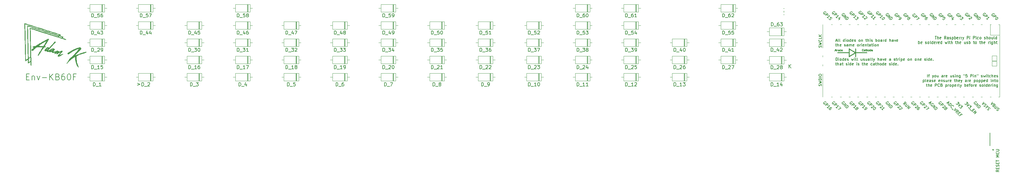
<source format=gto>
G04 #@! TF.GenerationSoftware,KiCad,Pcbnew,(5.1.9)-1*
G04 #@! TF.CreationDate,2021-05-31T01:10:29+01:00*
G04 #@! TF.ProjectId,Env-KB60F,456e762d-4b42-4363-9046-2e6b69636164,rev?*
G04 #@! TF.SameCoordinates,Original*
G04 #@! TF.FileFunction,Legend,Top*
G04 #@! TF.FilePolarity,Positive*
%FSLAX46Y46*%
G04 Gerber Fmt 4.6, Leading zero omitted, Abs format (unit mm)*
G04 Created by KiCad (PCBNEW (5.1.9)-1) date 2021-05-31 01:10:29*
%MOMM*%
%LPD*%
G01*
G04 APERTURE LIST*
%ADD10C,0.153000*%
%ADD11C,0.150000*%
%ADD12C,0.120000*%
%ADD13C,0.010000*%
%ADD14C,0.250000*%
%ADD15C,2.302000*%
%ADD16O,1.802000X1.802000*%
%ADD17O,1.602000X1.602000*%
%ADD18O,1.902000X1.902000*%
%ADD19C,0.752000*%
%ADD20O,1.702000X1.702000*%
%ADD21C,4.089800*%
%ADD22C,1.852000*%
%ADD23C,3.150000*%
G04 APERTURE END LIST*
D10*
X359336904Y-83432783D02*
X358955952Y-83699450D01*
X359336904Y-83889926D02*
X358536904Y-83889926D01*
X358536904Y-83585164D01*
X358575000Y-83508973D01*
X358613095Y-83470878D01*
X358689285Y-83432783D01*
X358803571Y-83432783D01*
X358879761Y-83470878D01*
X358917857Y-83508973D01*
X358955952Y-83585164D01*
X358955952Y-83889926D01*
X358917857Y-83089926D02*
X358917857Y-82823259D01*
X359336904Y-82708973D02*
X359336904Y-83089926D01*
X358536904Y-83089926D01*
X358536904Y-82708973D01*
X359298809Y-82404211D02*
X359336904Y-82289926D01*
X359336904Y-82099450D01*
X359298809Y-82023259D01*
X359260714Y-81985164D01*
X359184523Y-81947069D01*
X359108333Y-81947069D01*
X359032142Y-81985164D01*
X358994047Y-82023259D01*
X358955952Y-82099450D01*
X358917857Y-82251830D01*
X358879761Y-82328021D01*
X358841666Y-82366116D01*
X358765476Y-82404211D01*
X358689285Y-82404211D01*
X358613095Y-82366116D01*
X358575000Y-82328021D01*
X358536904Y-82251830D01*
X358536904Y-82061354D01*
X358575000Y-81947069D01*
X358917857Y-81604211D02*
X358917857Y-81337545D01*
X359336904Y-81223259D02*
X359336904Y-81604211D01*
X358536904Y-81604211D01*
X358536904Y-81223259D01*
X358536904Y-80994688D02*
X358536904Y-80537545D01*
X359336904Y-80766116D02*
X358536904Y-80766116D01*
X359336904Y-79661354D02*
X358536904Y-79661354D01*
X359108333Y-79394688D01*
X358536904Y-79128021D01*
X359336904Y-79128021D01*
X359260714Y-78289926D02*
X359298809Y-78328021D01*
X359336904Y-78442307D01*
X359336904Y-78518497D01*
X359298809Y-78632783D01*
X359222619Y-78708973D01*
X359146428Y-78747069D01*
X358994047Y-78785164D01*
X358879761Y-78785164D01*
X358727380Y-78747069D01*
X358651190Y-78708973D01*
X358575000Y-78632783D01*
X358536904Y-78518497D01*
X358536904Y-78442307D01*
X358575000Y-78328021D01*
X358613095Y-78289926D01*
X358536904Y-77947069D02*
X359184523Y-77947069D01*
X359260714Y-77908973D01*
X359298809Y-77870878D01*
X359336904Y-77794688D01*
X359336904Y-77642307D01*
X359298809Y-77566116D01*
X359260714Y-77528021D01*
X359184523Y-77489926D01*
X358536904Y-77489926D01*
D11*
X78816666Y-56375000D02*
X79400000Y-56375000D01*
X79650000Y-57291666D02*
X78816666Y-57291666D01*
X78816666Y-55541666D01*
X79650000Y-55541666D01*
X80400000Y-56125000D02*
X80400000Y-57291666D01*
X80400000Y-56291666D02*
X80483333Y-56208333D01*
X80650000Y-56125000D01*
X80900000Y-56125000D01*
X81066666Y-56208333D01*
X81150000Y-56375000D01*
X81150000Y-57291666D01*
X81816666Y-56125000D02*
X82233333Y-57291666D01*
X82650000Y-56125000D01*
X83316666Y-56625000D02*
X84650000Y-56625000D01*
X85483333Y-57291666D02*
X85483333Y-55541666D01*
X86483333Y-57291666D02*
X85733333Y-56291666D01*
X86483333Y-55541666D02*
X85483333Y-56541666D01*
X87816666Y-56375000D02*
X88066666Y-56458333D01*
X88150000Y-56541666D01*
X88233333Y-56708333D01*
X88233333Y-56958333D01*
X88150000Y-57125000D01*
X88066666Y-57208333D01*
X87900000Y-57291666D01*
X87233333Y-57291666D01*
X87233333Y-55541666D01*
X87816666Y-55541666D01*
X87983333Y-55625000D01*
X88066666Y-55708333D01*
X88150000Y-55875000D01*
X88150000Y-56041666D01*
X88066666Y-56208333D01*
X87983333Y-56291666D01*
X87816666Y-56375000D01*
X87233333Y-56375000D01*
X89733333Y-55541666D02*
X89400000Y-55541666D01*
X89233333Y-55625000D01*
X89150000Y-55708333D01*
X88983333Y-55958333D01*
X88900000Y-56291666D01*
X88900000Y-56958333D01*
X88983333Y-57125000D01*
X89066666Y-57208333D01*
X89233333Y-57291666D01*
X89566666Y-57291666D01*
X89733333Y-57208333D01*
X89816666Y-57125000D01*
X89900000Y-56958333D01*
X89900000Y-56541666D01*
X89816666Y-56375000D01*
X89733333Y-56291666D01*
X89566666Y-56208333D01*
X89233333Y-56208333D01*
X89066666Y-56291666D01*
X88983333Y-56375000D01*
X88900000Y-56541666D01*
X90983333Y-55541666D02*
X91150000Y-55541666D01*
X91316666Y-55625000D01*
X91400000Y-55708333D01*
X91483333Y-55875000D01*
X91566666Y-56208333D01*
X91566666Y-56625000D01*
X91483333Y-56958333D01*
X91400000Y-57125000D01*
X91316666Y-57208333D01*
X91150000Y-57291666D01*
X90983333Y-57291666D01*
X90816666Y-57208333D01*
X90733333Y-57125000D01*
X90650000Y-56958333D01*
X90566666Y-56625000D01*
X90566666Y-56208333D01*
X90650000Y-55875000D01*
X90733333Y-55708333D01*
X90816666Y-55625000D01*
X90983333Y-55541666D01*
X92900000Y-56375000D02*
X92316666Y-56375000D01*
X92316666Y-57291666D02*
X92316666Y-55541666D01*
X93150000Y-55541666D01*
X110819047Y-58285714D02*
X111580952Y-58571428D01*
X110819047Y-58857142D01*
D10*
X338731502Y-56508904D02*
X338731502Y-55708904D01*
X338998169Y-55975571D02*
X339302930Y-55975571D01*
X339112454Y-56508904D02*
X339112454Y-55823190D01*
X339150550Y-55747000D01*
X339226740Y-55708904D01*
X339302930Y-55708904D01*
X340102930Y-55975571D02*
X340293407Y-56508904D01*
X340483883Y-55975571D02*
X340293407Y-56508904D01*
X340217216Y-56699380D01*
X340179121Y-56737476D01*
X340102930Y-56775571D01*
X340902930Y-56508904D02*
X340826740Y-56470809D01*
X340788645Y-56432714D01*
X340750550Y-56356523D01*
X340750550Y-56127952D01*
X340788645Y-56051761D01*
X340826740Y-56013666D01*
X340902930Y-55975571D01*
X341017216Y-55975571D01*
X341093407Y-56013666D01*
X341131502Y-56051761D01*
X341169597Y-56127952D01*
X341169597Y-56356523D01*
X341131502Y-56432714D01*
X341093407Y-56470809D01*
X341017216Y-56508904D01*
X340902930Y-56508904D01*
X341855311Y-55975571D02*
X341855311Y-56508904D01*
X341512454Y-55975571D02*
X341512454Y-56394619D01*
X341550550Y-56470809D01*
X341626740Y-56508904D01*
X341741026Y-56508904D01*
X341817216Y-56470809D01*
X341855311Y-56432714D01*
X343188645Y-56508904D02*
X343188645Y-56089857D01*
X343150550Y-56013666D01*
X343074359Y-55975571D01*
X342921978Y-55975571D01*
X342845788Y-56013666D01*
X343188645Y-56470809D02*
X343112454Y-56508904D01*
X342921978Y-56508904D01*
X342845788Y-56470809D01*
X342807692Y-56394619D01*
X342807692Y-56318428D01*
X342845788Y-56242238D01*
X342921978Y-56204142D01*
X343112454Y-56204142D01*
X343188645Y-56166047D01*
X343569597Y-56508904D02*
X343569597Y-55975571D01*
X343569597Y-56127952D02*
X343607692Y-56051761D01*
X343645788Y-56013666D01*
X343721978Y-55975571D01*
X343798169Y-55975571D01*
X344369597Y-56470809D02*
X344293407Y-56508904D01*
X344141026Y-56508904D01*
X344064835Y-56470809D01*
X344026740Y-56394619D01*
X344026740Y-56089857D01*
X344064835Y-56013666D01*
X344141026Y-55975571D01*
X344293407Y-55975571D01*
X344369597Y-56013666D01*
X344407692Y-56089857D01*
X344407692Y-56166047D01*
X344026740Y-56242238D01*
X345702930Y-55975571D02*
X345702930Y-56508904D01*
X345360073Y-55975571D02*
X345360073Y-56394619D01*
X345398169Y-56470809D01*
X345474359Y-56508904D01*
X345588645Y-56508904D01*
X345664835Y-56470809D01*
X345702930Y-56432714D01*
X346045788Y-56470809D02*
X346121978Y-56508904D01*
X346274359Y-56508904D01*
X346350550Y-56470809D01*
X346388645Y-56394619D01*
X346388645Y-56356523D01*
X346350550Y-56280333D01*
X346274359Y-56242238D01*
X346160073Y-56242238D01*
X346083883Y-56204142D01*
X346045788Y-56127952D01*
X346045788Y-56089857D01*
X346083883Y-56013666D01*
X346160073Y-55975571D01*
X346274359Y-55975571D01*
X346350550Y-56013666D01*
X346731502Y-56508904D02*
X346731502Y-55975571D01*
X346731502Y-55708904D02*
X346693407Y-55747000D01*
X346731502Y-55785095D01*
X346769597Y-55747000D01*
X346731502Y-55708904D01*
X346731502Y-55785095D01*
X347112454Y-55975571D02*
X347112454Y-56508904D01*
X347112454Y-56051761D02*
X347150550Y-56013666D01*
X347226740Y-55975571D01*
X347341026Y-55975571D01*
X347417216Y-56013666D01*
X347455311Y-56089857D01*
X347455311Y-56508904D01*
X348179121Y-55975571D02*
X348179121Y-56623190D01*
X348141026Y-56699380D01*
X348102930Y-56737476D01*
X348026740Y-56775571D01*
X347912454Y-56775571D01*
X347836264Y-56737476D01*
X348179121Y-56470809D02*
X348102930Y-56508904D01*
X347950550Y-56508904D01*
X347874359Y-56470809D01*
X347836264Y-56432714D01*
X347798169Y-56356523D01*
X347798169Y-56127952D01*
X347836264Y-56051761D01*
X347874359Y-56013666D01*
X347950550Y-55975571D01*
X348102930Y-55975571D01*
X348179121Y-56013666D01*
X349131502Y-55708904D02*
X349131502Y-55861285D01*
X349436264Y-55708904D02*
X349436264Y-55861285D01*
X350160073Y-55708904D02*
X349779121Y-55708904D01*
X349741026Y-56089857D01*
X349779121Y-56051761D01*
X349855311Y-56013666D01*
X350045788Y-56013666D01*
X350121978Y-56051761D01*
X350160073Y-56089857D01*
X350198169Y-56166047D01*
X350198169Y-56356523D01*
X350160073Y-56432714D01*
X350121978Y-56470809D01*
X350045788Y-56508904D01*
X349855311Y-56508904D01*
X349779121Y-56470809D01*
X349741026Y-56432714D01*
X351150550Y-56508904D02*
X351150550Y-55708904D01*
X351455311Y-55708904D01*
X351531502Y-55747000D01*
X351569597Y-55785095D01*
X351607692Y-55861285D01*
X351607692Y-55975571D01*
X351569597Y-56051761D01*
X351531502Y-56089857D01*
X351455311Y-56127952D01*
X351150550Y-56127952D01*
X351950550Y-56508904D02*
X351950550Y-55975571D01*
X351950550Y-55708904D02*
X351912454Y-55747000D01*
X351950550Y-55785095D01*
X351988645Y-55747000D01*
X351950550Y-55708904D01*
X351950550Y-55785095D01*
X352331502Y-55975571D02*
X352331502Y-56508904D01*
X352331502Y-56051761D02*
X352369597Y-56013666D01*
X352445788Y-55975571D01*
X352560073Y-55975571D01*
X352636264Y-56013666D01*
X352674359Y-56089857D01*
X352674359Y-56508904D01*
X353017216Y-55708904D02*
X353017216Y-55861285D01*
X353321978Y-55708904D02*
X353321978Y-55861285D01*
X354236264Y-56470809D02*
X354312454Y-56508904D01*
X354464835Y-56508904D01*
X354541026Y-56470809D01*
X354579121Y-56394619D01*
X354579121Y-56356523D01*
X354541026Y-56280333D01*
X354464835Y-56242238D01*
X354350550Y-56242238D01*
X354274359Y-56204142D01*
X354236264Y-56127952D01*
X354236264Y-56089857D01*
X354274359Y-56013666D01*
X354350550Y-55975571D01*
X354464835Y-55975571D01*
X354541026Y-56013666D01*
X354845788Y-55975571D02*
X354998169Y-56508904D01*
X355150550Y-56127952D01*
X355302930Y-56508904D01*
X355455311Y-55975571D01*
X355760073Y-56508904D02*
X355760073Y-55975571D01*
X355760073Y-55708904D02*
X355721978Y-55747000D01*
X355760073Y-55785095D01*
X355798169Y-55747000D01*
X355760073Y-55708904D01*
X355760073Y-55785095D01*
X356026740Y-55975571D02*
X356331502Y-55975571D01*
X356141026Y-55708904D02*
X356141026Y-56394619D01*
X356179121Y-56470809D01*
X356255311Y-56508904D01*
X356331502Y-56508904D01*
X356941026Y-56470809D02*
X356864835Y-56508904D01*
X356712454Y-56508904D01*
X356636264Y-56470809D01*
X356598169Y-56432714D01*
X356560073Y-56356523D01*
X356560073Y-56127952D01*
X356598169Y-56051761D01*
X356636264Y-56013666D01*
X356712454Y-55975571D01*
X356864835Y-55975571D01*
X356941026Y-56013666D01*
X357283883Y-56508904D02*
X357283883Y-55708904D01*
X357626740Y-56508904D02*
X357626740Y-56089857D01*
X357588645Y-56013666D01*
X357512454Y-55975571D01*
X357398169Y-55975571D01*
X357321978Y-56013666D01*
X357283883Y-56051761D01*
X358312454Y-56470809D02*
X358236264Y-56508904D01*
X358083883Y-56508904D01*
X358007692Y-56470809D01*
X357969597Y-56394619D01*
X357969597Y-56089857D01*
X358007692Y-56013666D01*
X358083883Y-55975571D01*
X358236264Y-55975571D01*
X358312454Y-56013666D01*
X358350550Y-56089857D01*
X358350550Y-56166047D01*
X357969597Y-56242238D01*
X358655311Y-56470809D02*
X358731502Y-56508904D01*
X358883883Y-56508904D01*
X358960073Y-56470809D01*
X358998169Y-56394619D01*
X358998169Y-56356523D01*
X358960073Y-56280333D01*
X358883883Y-56242238D01*
X358769597Y-56242238D01*
X358693407Y-56204142D01*
X358655311Y-56127952D01*
X358655311Y-56089857D01*
X358693407Y-56013666D01*
X358769597Y-55975571D01*
X358883883Y-55975571D01*
X358960073Y-56013666D01*
X337474359Y-57328571D02*
X337474359Y-58128571D01*
X337474359Y-57366666D02*
X337550550Y-57328571D01*
X337702930Y-57328571D01*
X337779121Y-57366666D01*
X337817216Y-57404761D01*
X337855311Y-57480952D01*
X337855311Y-57709523D01*
X337817216Y-57785714D01*
X337779121Y-57823809D01*
X337702930Y-57861904D01*
X337550550Y-57861904D01*
X337474359Y-57823809D01*
X338312454Y-57861904D02*
X338236264Y-57823809D01*
X338198169Y-57747619D01*
X338198169Y-57061904D01*
X338921978Y-57823809D02*
X338845788Y-57861904D01*
X338693407Y-57861904D01*
X338617216Y-57823809D01*
X338579121Y-57747619D01*
X338579121Y-57442857D01*
X338617216Y-57366666D01*
X338693407Y-57328571D01*
X338845788Y-57328571D01*
X338921978Y-57366666D01*
X338960073Y-57442857D01*
X338960073Y-57519047D01*
X338579121Y-57595238D01*
X339645788Y-57861904D02*
X339645788Y-57442857D01*
X339607692Y-57366666D01*
X339531502Y-57328571D01*
X339379121Y-57328571D01*
X339302930Y-57366666D01*
X339645788Y-57823809D02*
X339569597Y-57861904D01*
X339379121Y-57861904D01*
X339302930Y-57823809D01*
X339264835Y-57747619D01*
X339264835Y-57671428D01*
X339302930Y-57595238D01*
X339379121Y-57557142D01*
X339569597Y-57557142D01*
X339645788Y-57519047D01*
X339988645Y-57823809D02*
X340064835Y-57861904D01*
X340217216Y-57861904D01*
X340293407Y-57823809D01*
X340331502Y-57747619D01*
X340331502Y-57709523D01*
X340293407Y-57633333D01*
X340217216Y-57595238D01*
X340102930Y-57595238D01*
X340026740Y-57557142D01*
X339988645Y-57480952D01*
X339988645Y-57442857D01*
X340026740Y-57366666D01*
X340102930Y-57328571D01*
X340217216Y-57328571D01*
X340293407Y-57366666D01*
X340979121Y-57823809D02*
X340902930Y-57861904D01*
X340750550Y-57861904D01*
X340674359Y-57823809D01*
X340636264Y-57747619D01*
X340636264Y-57442857D01*
X340674359Y-57366666D01*
X340750550Y-57328571D01*
X340902930Y-57328571D01*
X340979121Y-57366666D01*
X341017216Y-57442857D01*
X341017216Y-57519047D01*
X340636264Y-57595238D01*
X342274359Y-57823809D02*
X342198169Y-57861904D01*
X342045788Y-57861904D01*
X341969597Y-57823809D01*
X341931502Y-57747619D01*
X341931502Y-57442857D01*
X341969597Y-57366666D01*
X342045788Y-57328571D01*
X342198169Y-57328571D01*
X342274359Y-57366666D01*
X342312454Y-57442857D01*
X342312454Y-57519047D01*
X341931502Y-57595238D01*
X342655311Y-57328571D02*
X342655311Y-57861904D01*
X342655311Y-57404761D02*
X342693407Y-57366666D01*
X342769597Y-57328571D01*
X342883883Y-57328571D01*
X342960073Y-57366666D01*
X342998169Y-57442857D01*
X342998169Y-57861904D01*
X343341026Y-57823809D02*
X343417216Y-57861904D01*
X343569597Y-57861904D01*
X343645788Y-57823809D01*
X343683883Y-57747619D01*
X343683883Y-57709523D01*
X343645788Y-57633333D01*
X343569597Y-57595238D01*
X343455311Y-57595238D01*
X343379121Y-57557142D01*
X343341026Y-57480952D01*
X343341026Y-57442857D01*
X343379121Y-57366666D01*
X343455311Y-57328571D01*
X343569597Y-57328571D01*
X343645788Y-57366666D01*
X344369597Y-57328571D02*
X344369597Y-57861904D01*
X344026740Y-57328571D02*
X344026740Y-57747619D01*
X344064835Y-57823809D01*
X344141026Y-57861904D01*
X344255311Y-57861904D01*
X344331502Y-57823809D01*
X344369597Y-57785714D01*
X344750550Y-57861904D02*
X344750550Y-57328571D01*
X344750550Y-57480952D02*
X344788645Y-57404761D01*
X344826740Y-57366666D01*
X344902930Y-57328571D01*
X344979121Y-57328571D01*
X345550550Y-57823809D02*
X345474359Y-57861904D01*
X345321978Y-57861904D01*
X345245788Y-57823809D01*
X345207692Y-57747619D01*
X345207692Y-57442857D01*
X345245788Y-57366666D01*
X345321978Y-57328571D01*
X345474359Y-57328571D01*
X345550550Y-57366666D01*
X345588645Y-57442857D01*
X345588645Y-57519047D01*
X345207692Y-57595238D01*
X346426740Y-57328571D02*
X346731502Y-57328571D01*
X346541026Y-57061904D02*
X346541026Y-57747619D01*
X346579121Y-57823809D01*
X346655311Y-57861904D01*
X346731502Y-57861904D01*
X346998169Y-57861904D02*
X346998169Y-57061904D01*
X347341026Y-57861904D02*
X347341026Y-57442857D01*
X347302930Y-57366666D01*
X347226740Y-57328571D01*
X347112454Y-57328571D01*
X347036264Y-57366666D01*
X346998169Y-57404761D01*
X348026740Y-57823809D02*
X347950550Y-57861904D01*
X347798169Y-57861904D01*
X347721978Y-57823809D01*
X347683883Y-57747619D01*
X347683883Y-57442857D01*
X347721978Y-57366666D01*
X347798169Y-57328571D01*
X347950550Y-57328571D01*
X348026740Y-57366666D01*
X348064835Y-57442857D01*
X348064835Y-57519047D01*
X347683883Y-57595238D01*
X348331502Y-57328571D02*
X348521978Y-57861904D01*
X348712454Y-57328571D02*
X348521978Y-57861904D01*
X348445788Y-58052380D01*
X348407692Y-58090476D01*
X348331502Y-58128571D01*
X349969597Y-57861904D02*
X349969597Y-57442857D01*
X349931502Y-57366666D01*
X349855311Y-57328571D01*
X349702930Y-57328571D01*
X349626740Y-57366666D01*
X349969597Y-57823809D02*
X349893407Y-57861904D01*
X349702930Y-57861904D01*
X349626740Y-57823809D01*
X349588645Y-57747619D01*
X349588645Y-57671428D01*
X349626740Y-57595238D01*
X349702930Y-57557142D01*
X349893407Y-57557142D01*
X349969597Y-57519047D01*
X350350550Y-57861904D02*
X350350550Y-57328571D01*
X350350550Y-57480952D02*
X350388645Y-57404761D01*
X350426740Y-57366666D01*
X350502930Y-57328571D01*
X350579121Y-57328571D01*
X351150550Y-57823809D02*
X351074359Y-57861904D01*
X350921978Y-57861904D01*
X350845788Y-57823809D01*
X350807692Y-57747619D01*
X350807692Y-57442857D01*
X350845788Y-57366666D01*
X350921978Y-57328571D01*
X351074359Y-57328571D01*
X351150550Y-57366666D01*
X351188645Y-57442857D01*
X351188645Y-57519047D01*
X350807692Y-57595238D01*
X352141026Y-57328571D02*
X352141026Y-58128571D01*
X352141026Y-57366666D02*
X352217216Y-57328571D01*
X352369597Y-57328571D01*
X352445788Y-57366666D01*
X352483883Y-57404761D01*
X352521978Y-57480952D01*
X352521978Y-57709523D01*
X352483883Y-57785714D01*
X352445788Y-57823809D01*
X352369597Y-57861904D01*
X352217216Y-57861904D01*
X352141026Y-57823809D01*
X352979121Y-57861904D02*
X352902930Y-57823809D01*
X352864835Y-57785714D01*
X352826740Y-57709523D01*
X352826740Y-57480952D01*
X352864835Y-57404761D01*
X352902930Y-57366666D01*
X352979121Y-57328571D01*
X353093407Y-57328571D01*
X353169597Y-57366666D01*
X353207692Y-57404761D01*
X353245788Y-57480952D01*
X353245788Y-57709523D01*
X353207692Y-57785714D01*
X353169597Y-57823809D01*
X353093407Y-57861904D01*
X352979121Y-57861904D01*
X353588645Y-57328571D02*
X353588645Y-58128571D01*
X353588645Y-57366666D02*
X353664835Y-57328571D01*
X353817216Y-57328571D01*
X353893407Y-57366666D01*
X353931502Y-57404761D01*
X353969597Y-57480952D01*
X353969597Y-57709523D01*
X353931502Y-57785714D01*
X353893407Y-57823809D01*
X353817216Y-57861904D01*
X353664835Y-57861904D01*
X353588645Y-57823809D01*
X354312454Y-57328571D02*
X354312454Y-58128571D01*
X354312454Y-57366666D02*
X354388645Y-57328571D01*
X354541026Y-57328571D01*
X354617216Y-57366666D01*
X354655311Y-57404761D01*
X354693407Y-57480952D01*
X354693407Y-57709523D01*
X354655311Y-57785714D01*
X354617216Y-57823809D01*
X354541026Y-57861904D01*
X354388645Y-57861904D01*
X354312454Y-57823809D01*
X355341026Y-57823809D02*
X355264835Y-57861904D01*
X355112454Y-57861904D01*
X355036264Y-57823809D01*
X354998169Y-57747619D01*
X354998169Y-57442857D01*
X355036264Y-57366666D01*
X355112454Y-57328571D01*
X355264835Y-57328571D01*
X355341026Y-57366666D01*
X355379121Y-57442857D01*
X355379121Y-57519047D01*
X354998169Y-57595238D01*
X356064835Y-57861904D02*
X356064835Y-57061904D01*
X356064835Y-57823809D02*
X355988645Y-57861904D01*
X355836264Y-57861904D01*
X355760073Y-57823809D01*
X355721978Y-57785714D01*
X355683883Y-57709523D01*
X355683883Y-57480952D01*
X355721978Y-57404761D01*
X355760073Y-57366666D01*
X355836264Y-57328571D01*
X355988645Y-57328571D01*
X356064835Y-57366666D01*
X357055311Y-57861904D02*
X357055311Y-57328571D01*
X357055311Y-57061904D02*
X357017216Y-57100000D01*
X357055311Y-57138095D01*
X357093407Y-57100000D01*
X357055311Y-57061904D01*
X357055311Y-57138095D01*
X357436264Y-57328571D02*
X357436264Y-57861904D01*
X357436264Y-57404761D02*
X357474359Y-57366666D01*
X357550550Y-57328571D01*
X357664835Y-57328571D01*
X357741026Y-57366666D01*
X357779121Y-57442857D01*
X357779121Y-57861904D01*
X358045788Y-57328571D02*
X358350550Y-57328571D01*
X358160073Y-57061904D02*
X358160073Y-57747619D01*
X358198169Y-57823809D01*
X358274359Y-57861904D01*
X358350550Y-57861904D01*
X358731502Y-57861904D02*
X358655311Y-57823809D01*
X358617216Y-57785714D01*
X358579121Y-57709523D01*
X358579121Y-57480952D01*
X358617216Y-57404761D01*
X358655311Y-57366666D01*
X358731502Y-57328571D01*
X358845788Y-57328571D01*
X358921978Y-57366666D01*
X358960073Y-57404761D01*
X358998169Y-57480952D01*
X358998169Y-57709523D01*
X358960073Y-57785714D01*
X358921978Y-57823809D01*
X358845788Y-57861904D01*
X358731502Y-57861904D01*
X338350550Y-58681571D02*
X338655311Y-58681571D01*
X338464835Y-58414904D02*
X338464835Y-59100619D01*
X338502930Y-59176809D01*
X338579121Y-59214904D01*
X338655311Y-59214904D01*
X338921978Y-59214904D02*
X338921978Y-58414904D01*
X339264835Y-59214904D02*
X339264835Y-58795857D01*
X339226740Y-58719666D01*
X339150550Y-58681571D01*
X339036264Y-58681571D01*
X338960073Y-58719666D01*
X338921978Y-58757761D01*
X339950550Y-59176809D02*
X339874359Y-59214904D01*
X339721978Y-59214904D01*
X339645788Y-59176809D01*
X339607692Y-59100619D01*
X339607692Y-58795857D01*
X339645788Y-58719666D01*
X339721978Y-58681571D01*
X339874359Y-58681571D01*
X339950550Y-58719666D01*
X339988645Y-58795857D01*
X339988645Y-58872047D01*
X339607692Y-58948238D01*
X340941026Y-59214904D02*
X340941026Y-58414904D01*
X341245788Y-58414904D01*
X341321978Y-58453000D01*
X341360073Y-58491095D01*
X341398169Y-58567285D01*
X341398169Y-58681571D01*
X341360073Y-58757761D01*
X341321978Y-58795857D01*
X341245788Y-58833952D01*
X340941026Y-58833952D01*
X342198169Y-59138714D02*
X342160073Y-59176809D01*
X342045788Y-59214904D01*
X341969597Y-59214904D01*
X341855311Y-59176809D01*
X341779121Y-59100619D01*
X341741026Y-59024428D01*
X341702930Y-58872047D01*
X341702930Y-58757761D01*
X341741026Y-58605380D01*
X341779121Y-58529190D01*
X341855311Y-58453000D01*
X341969597Y-58414904D01*
X342045788Y-58414904D01*
X342160073Y-58453000D01*
X342198169Y-58491095D01*
X342807692Y-58795857D02*
X342921978Y-58833952D01*
X342960073Y-58872047D01*
X342998169Y-58948238D01*
X342998169Y-59062523D01*
X342960073Y-59138714D01*
X342921978Y-59176809D01*
X342845788Y-59214904D01*
X342541026Y-59214904D01*
X342541026Y-58414904D01*
X342807692Y-58414904D01*
X342883883Y-58453000D01*
X342921978Y-58491095D01*
X342960073Y-58567285D01*
X342960073Y-58643476D01*
X342921978Y-58719666D01*
X342883883Y-58757761D01*
X342807692Y-58795857D01*
X342541026Y-58795857D01*
X343950550Y-58681571D02*
X343950550Y-59481571D01*
X343950550Y-58719666D02*
X344026740Y-58681571D01*
X344179121Y-58681571D01*
X344255311Y-58719666D01*
X344293407Y-58757761D01*
X344331502Y-58833952D01*
X344331502Y-59062523D01*
X344293407Y-59138714D01*
X344255311Y-59176809D01*
X344179121Y-59214904D01*
X344026740Y-59214904D01*
X343950550Y-59176809D01*
X344674359Y-59214904D02*
X344674359Y-58681571D01*
X344674359Y-58833952D02*
X344712454Y-58757761D01*
X344750550Y-58719666D01*
X344826740Y-58681571D01*
X344902930Y-58681571D01*
X345283883Y-59214904D02*
X345207692Y-59176809D01*
X345169597Y-59138714D01*
X345131502Y-59062523D01*
X345131502Y-58833952D01*
X345169597Y-58757761D01*
X345207692Y-58719666D01*
X345283883Y-58681571D01*
X345398169Y-58681571D01*
X345474359Y-58719666D01*
X345512454Y-58757761D01*
X345550550Y-58833952D01*
X345550550Y-59062523D01*
X345512454Y-59138714D01*
X345474359Y-59176809D01*
X345398169Y-59214904D01*
X345283883Y-59214904D01*
X345893407Y-58681571D02*
X345893407Y-59481571D01*
X345893407Y-58719666D02*
X345969597Y-58681571D01*
X346121978Y-58681571D01*
X346198169Y-58719666D01*
X346236264Y-58757761D01*
X346274359Y-58833952D01*
X346274359Y-59062523D01*
X346236264Y-59138714D01*
X346198169Y-59176809D01*
X346121978Y-59214904D01*
X345969597Y-59214904D01*
X345893407Y-59176809D01*
X346921978Y-59176809D02*
X346845788Y-59214904D01*
X346693407Y-59214904D01*
X346617216Y-59176809D01*
X346579121Y-59100619D01*
X346579121Y-58795857D01*
X346617216Y-58719666D01*
X346693407Y-58681571D01*
X346845788Y-58681571D01*
X346921978Y-58719666D01*
X346960073Y-58795857D01*
X346960073Y-58872047D01*
X346579121Y-58948238D01*
X347302930Y-59214904D02*
X347302930Y-58681571D01*
X347302930Y-58833952D02*
X347341026Y-58757761D01*
X347379121Y-58719666D01*
X347455311Y-58681571D01*
X347531502Y-58681571D01*
X347912454Y-59214904D02*
X347836264Y-59176809D01*
X347798169Y-59100619D01*
X347798169Y-58414904D01*
X348141026Y-58681571D02*
X348331502Y-59214904D01*
X348521978Y-58681571D02*
X348331502Y-59214904D01*
X348255311Y-59405380D01*
X348217216Y-59443476D01*
X348141026Y-59481571D01*
X349436264Y-59214904D02*
X349436264Y-58414904D01*
X349436264Y-58719666D02*
X349512454Y-58681571D01*
X349664835Y-58681571D01*
X349741026Y-58719666D01*
X349779121Y-58757761D01*
X349817216Y-58833952D01*
X349817216Y-59062523D01*
X349779121Y-59138714D01*
X349741026Y-59176809D01*
X349664835Y-59214904D01*
X349512454Y-59214904D01*
X349436264Y-59176809D01*
X350464835Y-59176809D02*
X350388645Y-59214904D01*
X350236264Y-59214904D01*
X350160073Y-59176809D01*
X350121978Y-59100619D01*
X350121978Y-58795857D01*
X350160073Y-58719666D01*
X350236264Y-58681571D01*
X350388645Y-58681571D01*
X350464835Y-58719666D01*
X350502930Y-58795857D01*
X350502930Y-58872047D01*
X350121978Y-58948238D01*
X350731502Y-58681571D02*
X351036264Y-58681571D01*
X350845788Y-59214904D02*
X350845788Y-58529190D01*
X350883883Y-58453000D01*
X350960073Y-58414904D01*
X351036264Y-58414904D01*
X351417216Y-59214904D02*
X351341026Y-59176809D01*
X351302930Y-59138714D01*
X351264835Y-59062523D01*
X351264835Y-58833952D01*
X351302930Y-58757761D01*
X351341026Y-58719666D01*
X351417216Y-58681571D01*
X351531502Y-58681571D01*
X351607692Y-58719666D01*
X351645788Y-58757761D01*
X351683883Y-58833952D01*
X351683883Y-59062523D01*
X351645788Y-59138714D01*
X351607692Y-59176809D01*
X351531502Y-59214904D01*
X351417216Y-59214904D01*
X352026740Y-59214904D02*
X352026740Y-58681571D01*
X352026740Y-58833952D02*
X352064835Y-58757761D01*
X352102930Y-58719666D01*
X352179121Y-58681571D01*
X352255311Y-58681571D01*
X352826740Y-59176809D02*
X352750550Y-59214904D01*
X352598169Y-59214904D01*
X352521978Y-59176809D01*
X352483883Y-59100619D01*
X352483883Y-58795857D01*
X352521978Y-58719666D01*
X352598169Y-58681571D01*
X352750550Y-58681571D01*
X352826740Y-58719666D01*
X352864835Y-58795857D01*
X352864835Y-58872047D01*
X352483883Y-58948238D01*
X353779121Y-59176809D02*
X353855311Y-59214904D01*
X354007692Y-59214904D01*
X354083883Y-59176809D01*
X354121978Y-59100619D01*
X354121978Y-59062523D01*
X354083883Y-58986333D01*
X354007692Y-58948238D01*
X353893407Y-58948238D01*
X353817216Y-58910142D01*
X353779121Y-58833952D01*
X353779121Y-58795857D01*
X353817216Y-58719666D01*
X353893407Y-58681571D01*
X354007692Y-58681571D01*
X354083883Y-58719666D01*
X354579121Y-59214904D02*
X354502930Y-59176809D01*
X354464835Y-59138714D01*
X354426740Y-59062523D01*
X354426740Y-58833952D01*
X354464835Y-58757761D01*
X354502930Y-58719666D01*
X354579121Y-58681571D01*
X354693407Y-58681571D01*
X354769597Y-58719666D01*
X354807692Y-58757761D01*
X354845788Y-58833952D01*
X354845788Y-59062523D01*
X354807692Y-59138714D01*
X354769597Y-59176809D01*
X354693407Y-59214904D01*
X354579121Y-59214904D01*
X355302930Y-59214904D02*
X355226740Y-59176809D01*
X355188645Y-59100619D01*
X355188645Y-58414904D01*
X355950550Y-59214904D02*
X355950550Y-58414904D01*
X355950550Y-59176809D02*
X355874359Y-59214904D01*
X355721978Y-59214904D01*
X355645788Y-59176809D01*
X355607692Y-59138714D01*
X355569597Y-59062523D01*
X355569597Y-58833952D01*
X355607692Y-58757761D01*
X355645788Y-58719666D01*
X355721978Y-58681571D01*
X355874359Y-58681571D01*
X355950550Y-58719666D01*
X356636264Y-59176809D02*
X356560073Y-59214904D01*
X356407692Y-59214904D01*
X356331502Y-59176809D01*
X356293407Y-59100619D01*
X356293407Y-58795857D01*
X356331502Y-58719666D01*
X356407692Y-58681571D01*
X356560073Y-58681571D01*
X356636264Y-58719666D01*
X356674359Y-58795857D01*
X356674359Y-58872047D01*
X356293407Y-58948238D01*
X357017216Y-59214904D02*
X357017216Y-58681571D01*
X357017216Y-58833952D02*
X357055311Y-58757761D01*
X357093407Y-58719666D01*
X357169597Y-58681571D01*
X357245788Y-58681571D01*
X357512454Y-59214904D02*
X357512454Y-58681571D01*
X357512454Y-58414904D02*
X357474359Y-58453000D01*
X357512454Y-58491095D01*
X357550550Y-58453000D01*
X357512454Y-58414904D01*
X357512454Y-58491095D01*
X357893407Y-58681571D02*
X357893407Y-59214904D01*
X357893407Y-58757761D02*
X357931502Y-58719666D01*
X358007692Y-58681571D01*
X358121978Y-58681571D01*
X358198169Y-58719666D01*
X358236264Y-58795857D01*
X358236264Y-59214904D01*
X358960073Y-58681571D02*
X358960073Y-59329190D01*
X358921978Y-59405380D01*
X358883883Y-59443476D01*
X358807692Y-59481571D01*
X358693407Y-59481571D01*
X358617216Y-59443476D01*
X358960073Y-59176809D02*
X358883883Y-59214904D01*
X358731502Y-59214904D01*
X358655311Y-59176809D01*
X358617216Y-59138714D01*
X358579121Y-59062523D01*
X358579121Y-58833952D01*
X358617216Y-58757761D01*
X358655311Y-58719666D01*
X358731502Y-58681571D01*
X358883883Y-58681571D01*
X358960073Y-58719666D01*
X312289926Y-51685404D02*
X312289926Y-50885404D01*
X312480402Y-50885404D01*
X312594688Y-50923500D01*
X312670878Y-50999690D01*
X312708973Y-51075880D01*
X312747069Y-51228261D01*
X312747069Y-51342547D01*
X312708973Y-51494928D01*
X312670878Y-51571119D01*
X312594688Y-51647309D01*
X312480402Y-51685404D01*
X312289926Y-51685404D01*
X313089926Y-51685404D02*
X313089926Y-51152071D01*
X313089926Y-50885404D02*
X313051830Y-50923500D01*
X313089926Y-50961595D01*
X313128021Y-50923500D01*
X313089926Y-50885404D01*
X313089926Y-50961595D01*
X313585164Y-51685404D02*
X313508973Y-51647309D01*
X313470878Y-51609214D01*
X313432783Y-51533023D01*
X313432783Y-51304452D01*
X313470878Y-51228261D01*
X313508973Y-51190166D01*
X313585164Y-51152071D01*
X313699450Y-51152071D01*
X313775640Y-51190166D01*
X313813735Y-51228261D01*
X313851830Y-51304452D01*
X313851830Y-51533023D01*
X313813735Y-51609214D01*
X313775640Y-51647309D01*
X313699450Y-51685404D01*
X313585164Y-51685404D01*
X314537545Y-51685404D02*
X314537545Y-50885404D01*
X314537545Y-51647309D02*
X314461354Y-51685404D01*
X314308973Y-51685404D01*
X314232783Y-51647309D01*
X314194688Y-51609214D01*
X314156592Y-51533023D01*
X314156592Y-51304452D01*
X314194688Y-51228261D01*
X314232783Y-51190166D01*
X314308973Y-51152071D01*
X314461354Y-51152071D01*
X314537545Y-51190166D01*
X315223259Y-51647309D02*
X315147069Y-51685404D01*
X314994688Y-51685404D01*
X314918497Y-51647309D01*
X314880402Y-51571119D01*
X314880402Y-51266357D01*
X314918497Y-51190166D01*
X314994688Y-51152071D01*
X315147069Y-51152071D01*
X315223259Y-51190166D01*
X315261354Y-51266357D01*
X315261354Y-51342547D01*
X314880402Y-51418738D01*
X315566116Y-51647309D02*
X315642307Y-51685404D01*
X315794688Y-51685404D01*
X315870878Y-51647309D01*
X315908973Y-51571119D01*
X315908973Y-51533023D01*
X315870878Y-51456833D01*
X315794688Y-51418738D01*
X315680402Y-51418738D01*
X315604211Y-51380642D01*
X315566116Y-51304452D01*
X315566116Y-51266357D01*
X315604211Y-51190166D01*
X315680402Y-51152071D01*
X315794688Y-51152071D01*
X315870878Y-51190166D01*
X316785164Y-51152071D02*
X316937545Y-51685404D01*
X317089926Y-51304452D01*
X317242307Y-51685404D01*
X317394688Y-51152071D01*
X317699450Y-51685404D02*
X317699450Y-51152071D01*
X317699450Y-50885404D02*
X317661354Y-50923500D01*
X317699450Y-50961595D01*
X317737545Y-50923500D01*
X317699450Y-50885404D01*
X317699450Y-50961595D01*
X318194688Y-51685404D02*
X318118497Y-51647309D01*
X318080402Y-51571119D01*
X318080402Y-50885404D01*
X318613735Y-51685404D02*
X318537545Y-51647309D01*
X318499450Y-51571119D01*
X318499450Y-50885404D01*
X319870878Y-51152071D02*
X319870878Y-51685404D01*
X319528021Y-51152071D02*
X319528021Y-51571119D01*
X319566116Y-51647309D01*
X319642307Y-51685404D01*
X319756592Y-51685404D01*
X319832783Y-51647309D01*
X319870878Y-51609214D01*
X320213735Y-51647309D02*
X320289926Y-51685404D01*
X320442307Y-51685404D01*
X320518497Y-51647309D01*
X320556592Y-51571119D01*
X320556592Y-51533023D01*
X320518497Y-51456833D01*
X320442307Y-51418738D01*
X320328021Y-51418738D01*
X320251830Y-51380642D01*
X320213735Y-51304452D01*
X320213735Y-51266357D01*
X320251830Y-51190166D01*
X320328021Y-51152071D01*
X320442307Y-51152071D01*
X320518497Y-51190166D01*
X321242307Y-51152071D02*
X321242307Y-51685404D01*
X320899450Y-51152071D02*
X320899450Y-51571119D01*
X320937545Y-51647309D01*
X321013735Y-51685404D01*
X321128021Y-51685404D01*
X321204211Y-51647309D01*
X321242307Y-51609214D01*
X321966116Y-51685404D02*
X321966116Y-51266357D01*
X321928021Y-51190166D01*
X321851830Y-51152071D01*
X321699450Y-51152071D01*
X321623259Y-51190166D01*
X321966116Y-51647309D02*
X321889926Y-51685404D01*
X321699450Y-51685404D01*
X321623259Y-51647309D01*
X321585164Y-51571119D01*
X321585164Y-51494928D01*
X321623259Y-51418738D01*
X321699450Y-51380642D01*
X321889926Y-51380642D01*
X321966116Y-51342547D01*
X322461354Y-51685404D02*
X322385164Y-51647309D01*
X322347069Y-51571119D01*
X322347069Y-50885404D01*
X322880402Y-51685404D02*
X322804211Y-51647309D01*
X322766116Y-51571119D01*
X322766116Y-50885404D01*
X323108973Y-51152071D02*
X323299450Y-51685404D01*
X323489926Y-51152071D02*
X323299450Y-51685404D01*
X323223259Y-51875880D01*
X323185164Y-51913976D01*
X323108973Y-51952071D01*
X324404211Y-51685404D02*
X324404211Y-50885404D01*
X324747069Y-51685404D02*
X324747069Y-51266357D01*
X324708973Y-51190166D01*
X324632783Y-51152071D01*
X324518497Y-51152071D01*
X324442307Y-51190166D01*
X324404211Y-51228261D01*
X325470878Y-51685404D02*
X325470878Y-51266357D01*
X325432783Y-51190166D01*
X325356592Y-51152071D01*
X325204211Y-51152071D01*
X325128021Y-51190166D01*
X325470878Y-51647309D02*
X325394688Y-51685404D01*
X325204211Y-51685404D01*
X325128021Y-51647309D01*
X325089926Y-51571119D01*
X325089926Y-51494928D01*
X325128021Y-51418738D01*
X325204211Y-51380642D01*
X325394688Y-51380642D01*
X325470878Y-51342547D01*
X325775640Y-51152071D02*
X325966116Y-51685404D01*
X326156592Y-51152071D01*
X326766116Y-51647309D02*
X326689926Y-51685404D01*
X326537545Y-51685404D01*
X326461354Y-51647309D01*
X326423259Y-51571119D01*
X326423259Y-51266357D01*
X326461354Y-51190166D01*
X326537545Y-51152071D01*
X326689926Y-51152071D01*
X326766116Y-51190166D01*
X326804211Y-51266357D01*
X326804211Y-51342547D01*
X326423259Y-51418738D01*
X328099450Y-51685404D02*
X328099450Y-51266357D01*
X328061354Y-51190166D01*
X327985164Y-51152071D01*
X327832783Y-51152071D01*
X327756592Y-51190166D01*
X328099450Y-51647309D02*
X328023259Y-51685404D01*
X327832783Y-51685404D01*
X327756592Y-51647309D01*
X327718497Y-51571119D01*
X327718497Y-51494928D01*
X327756592Y-51418738D01*
X327832783Y-51380642D01*
X328023259Y-51380642D01*
X328099450Y-51342547D01*
X329051830Y-51647309D02*
X329128021Y-51685404D01*
X329280402Y-51685404D01*
X329356592Y-51647309D01*
X329394688Y-51571119D01*
X329394688Y-51533023D01*
X329356592Y-51456833D01*
X329280402Y-51418738D01*
X329166116Y-51418738D01*
X329089926Y-51380642D01*
X329051830Y-51304452D01*
X329051830Y-51266357D01*
X329089926Y-51190166D01*
X329166116Y-51152071D01*
X329280402Y-51152071D01*
X329356592Y-51190166D01*
X329623259Y-51152071D02*
X329928021Y-51152071D01*
X329737545Y-50885404D02*
X329737545Y-51571119D01*
X329775640Y-51647309D01*
X329851830Y-51685404D01*
X329928021Y-51685404D01*
X330194688Y-51685404D02*
X330194688Y-51152071D01*
X330194688Y-51304452D02*
X330232783Y-51228261D01*
X330270878Y-51190166D01*
X330347069Y-51152071D01*
X330423259Y-51152071D01*
X330689926Y-51685404D02*
X330689926Y-51152071D01*
X330689926Y-50885404D02*
X330651830Y-50923500D01*
X330689926Y-50961595D01*
X330728021Y-50923500D01*
X330689926Y-50885404D01*
X330689926Y-50961595D01*
X331070878Y-51152071D02*
X331070878Y-51952071D01*
X331070878Y-51190166D02*
X331147069Y-51152071D01*
X331299450Y-51152071D01*
X331375640Y-51190166D01*
X331413735Y-51228261D01*
X331451830Y-51304452D01*
X331451830Y-51533023D01*
X331413735Y-51609214D01*
X331375640Y-51647309D01*
X331299450Y-51685404D01*
X331147069Y-51685404D01*
X331070878Y-51647309D01*
X332099450Y-51647309D02*
X332023259Y-51685404D01*
X331870878Y-51685404D01*
X331794688Y-51647309D01*
X331756592Y-51571119D01*
X331756592Y-51266357D01*
X331794688Y-51190166D01*
X331870878Y-51152071D01*
X332023259Y-51152071D01*
X332099450Y-51190166D01*
X332137545Y-51266357D01*
X332137545Y-51342547D01*
X331756592Y-51418738D01*
X333204211Y-51685404D02*
X333128021Y-51647309D01*
X333089926Y-51609214D01*
X333051830Y-51533023D01*
X333051830Y-51304452D01*
X333089926Y-51228261D01*
X333128021Y-51190166D01*
X333204211Y-51152071D01*
X333318497Y-51152071D01*
X333394688Y-51190166D01*
X333432783Y-51228261D01*
X333470878Y-51304452D01*
X333470878Y-51533023D01*
X333432783Y-51609214D01*
X333394688Y-51647309D01*
X333318497Y-51685404D01*
X333204211Y-51685404D01*
X333813735Y-51152071D02*
X333813735Y-51685404D01*
X333813735Y-51228261D02*
X333851830Y-51190166D01*
X333928021Y-51152071D01*
X334042307Y-51152071D01*
X334118497Y-51190166D01*
X334156592Y-51266357D01*
X334156592Y-51685404D01*
X335261354Y-51685404D02*
X335185164Y-51647309D01*
X335147069Y-51609214D01*
X335108973Y-51533023D01*
X335108973Y-51304452D01*
X335147069Y-51228261D01*
X335185164Y-51190166D01*
X335261354Y-51152071D01*
X335375640Y-51152071D01*
X335451830Y-51190166D01*
X335489926Y-51228261D01*
X335528021Y-51304452D01*
X335528021Y-51533023D01*
X335489926Y-51609214D01*
X335451830Y-51647309D01*
X335375640Y-51685404D01*
X335261354Y-51685404D01*
X335870878Y-51152071D02*
X335870878Y-51685404D01*
X335870878Y-51228261D02*
X335908973Y-51190166D01*
X335985164Y-51152071D01*
X336099450Y-51152071D01*
X336175640Y-51190166D01*
X336213735Y-51266357D01*
X336213735Y-51685404D01*
X336899450Y-51647309D02*
X336823259Y-51685404D01*
X336670878Y-51685404D01*
X336594688Y-51647309D01*
X336556592Y-51571119D01*
X336556592Y-51266357D01*
X336594688Y-51190166D01*
X336670878Y-51152071D01*
X336823259Y-51152071D01*
X336899450Y-51190166D01*
X336937545Y-51266357D01*
X336937545Y-51342547D01*
X336556592Y-51418738D01*
X337851830Y-51647309D02*
X337928021Y-51685404D01*
X338080402Y-51685404D01*
X338156592Y-51647309D01*
X338194688Y-51571119D01*
X338194688Y-51533023D01*
X338156592Y-51456833D01*
X338080402Y-51418738D01*
X337966116Y-51418738D01*
X337889926Y-51380642D01*
X337851830Y-51304452D01*
X337851830Y-51266357D01*
X337889926Y-51190166D01*
X337966116Y-51152071D01*
X338080402Y-51152071D01*
X338156592Y-51190166D01*
X338537545Y-51685404D02*
X338537545Y-51152071D01*
X338537545Y-50885404D02*
X338499450Y-50923500D01*
X338537545Y-50961595D01*
X338575640Y-50923500D01*
X338537545Y-50885404D01*
X338537545Y-50961595D01*
X339261354Y-51685404D02*
X339261354Y-50885404D01*
X339261354Y-51647309D02*
X339185164Y-51685404D01*
X339032783Y-51685404D01*
X338956592Y-51647309D01*
X338918497Y-51609214D01*
X338880402Y-51533023D01*
X338880402Y-51304452D01*
X338918497Y-51228261D01*
X338956592Y-51190166D01*
X339032783Y-51152071D01*
X339185164Y-51152071D01*
X339261354Y-51190166D01*
X339947069Y-51647309D02*
X339870878Y-51685404D01*
X339718497Y-51685404D01*
X339642307Y-51647309D01*
X339604211Y-51571119D01*
X339604211Y-51266357D01*
X339642307Y-51190166D01*
X339718497Y-51152071D01*
X339870878Y-51152071D01*
X339947069Y-51190166D01*
X339985164Y-51266357D01*
X339985164Y-51342547D01*
X339604211Y-51418738D01*
X340328021Y-51609214D02*
X340366116Y-51647309D01*
X340328021Y-51685404D01*
X340289926Y-51647309D01*
X340328021Y-51609214D01*
X340328021Y-51685404D01*
X312175640Y-52505071D02*
X312480402Y-52505071D01*
X312289926Y-52238404D02*
X312289926Y-52924119D01*
X312328021Y-53000309D01*
X312404211Y-53038404D01*
X312480402Y-53038404D01*
X312747069Y-53038404D02*
X312747069Y-52238404D01*
X313089926Y-53038404D02*
X313089926Y-52619357D01*
X313051830Y-52543166D01*
X312975640Y-52505071D01*
X312861354Y-52505071D01*
X312785164Y-52543166D01*
X312747069Y-52581261D01*
X313813735Y-53038404D02*
X313813735Y-52619357D01*
X313775640Y-52543166D01*
X313699450Y-52505071D01*
X313547069Y-52505071D01*
X313470878Y-52543166D01*
X313813735Y-53000309D02*
X313737545Y-53038404D01*
X313547069Y-53038404D01*
X313470878Y-53000309D01*
X313432783Y-52924119D01*
X313432783Y-52847928D01*
X313470878Y-52771738D01*
X313547069Y-52733642D01*
X313737545Y-52733642D01*
X313813735Y-52695547D01*
X314080402Y-52505071D02*
X314385164Y-52505071D01*
X314194688Y-52238404D02*
X314194688Y-52924119D01*
X314232783Y-53000309D01*
X314308973Y-53038404D01*
X314385164Y-53038404D01*
X315223259Y-53000309D02*
X315299450Y-53038404D01*
X315451830Y-53038404D01*
X315528021Y-53000309D01*
X315566116Y-52924119D01*
X315566116Y-52886023D01*
X315528021Y-52809833D01*
X315451830Y-52771738D01*
X315337545Y-52771738D01*
X315261354Y-52733642D01*
X315223259Y-52657452D01*
X315223259Y-52619357D01*
X315261354Y-52543166D01*
X315337545Y-52505071D01*
X315451830Y-52505071D01*
X315528021Y-52543166D01*
X315908973Y-53038404D02*
X315908973Y-52505071D01*
X315908973Y-52238404D02*
X315870878Y-52276500D01*
X315908973Y-52314595D01*
X315947069Y-52276500D01*
X315908973Y-52238404D01*
X315908973Y-52314595D01*
X316632783Y-53038404D02*
X316632783Y-52238404D01*
X316632783Y-53000309D02*
X316556592Y-53038404D01*
X316404211Y-53038404D01*
X316328021Y-53000309D01*
X316289926Y-52962214D01*
X316251830Y-52886023D01*
X316251830Y-52657452D01*
X316289926Y-52581261D01*
X316328021Y-52543166D01*
X316404211Y-52505071D01*
X316556592Y-52505071D01*
X316632783Y-52543166D01*
X317318497Y-53000309D02*
X317242307Y-53038404D01*
X317089926Y-53038404D01*
X317013735Y-53000309D01*
X316975640Y-52924119D01*
X316975640Y-52619357D01*
X317013735Y-52543166D01*
X317089926Y-52505071D01*
X317242307Y-52505071D01*
X317318497Y-52543166D01*
X317356592Y-52619357D01*
X317356592Y-52695547D01*
X316975640Y-52771738D01*
X318308973Y-53038404D02*
X318308973Y-52505071D01*
X318308973Y-52238404D02*
X318270878Y-52276500D01*
X318308973Y-52314595D01*
X318347069Y-52276500D01*
X318308973Y-52238404D01*
X318308973Y-52314595D01*
X318651830Y-53000309D02*
X318728021Y-53038404D01*
X318880402Y-53038404D01*
X318956592Y-53000309D01*
X318994688Y-52924119D01*
X318994688Y-52886023D01*
X318956592Y-52809833D01*
X318880402Y-52771738D01*
X318766116Y-52771738D01*
X318689926Y-52733642D01*
X318651830Y-52657452D01*
X318651830Y-52619357D01*
X318689926Y-52543166D01*
X318766116Y-52505071D01*
X318880402Y-52505071D01*
X318956592Y-52543166D01*
X319832783Y-52505071D02*
X320137545Y-52505071D01*
X319947069Y-52238404D02*
X319947069Y-52924119D01*
X319985164Y-53000309D01*
X320061354Y-53038404D01*
X320137545Y-53038404D01*
X320404211Y-53038404D02*
X320404211Y-52238404D01*
X320747069Y-53038404D02*
X320747069Y-52619357D01*
X320708973Y-52543166D01*
X320632783Y-52505071D01*
X320518497Y-52505071D01*
X320442307Y-52543166D01*
X320404211Y-52581261D01*
X321432783Y-53000309D02*
X321356592Y-53038404D01*
X321204211Y-53038404D01*
X321128021Y-53000309D01*
X321089926Y-52924119D01*
X321089926Y-52619357D01*
X321128021Y-52543166D01*
X321204211Y-52505071D01*
X321356592Y-52505071D01*
X321432783Y-52543166D01*
X321470878Y-52619357D01*
X321470878Y-52695547D01*
X321089926Y-52771738D01*
X322766116Y-53000309D02*
X322689926Y-53038404D01*
X322537545Y-53038404D01*
X322461354Y-53000309D01*
X322423259Y-52962214D01*
X322385164Y-52886023D01*
X322385164Y-52657452D01*
X322423259Y-52581261D01*
X322461354Y-52543166D01*
X322537545Y-52505071D01*
X322689926Y-52505071D01*
X322766116Y-52543166D01*
X323451830Y-53038404D02*
X323451830Y-52619357D01*
X323413735Y-52543166D01*
X323337545Y-52505071D01*
X323185164Y-52505071D01*
X323108973Y-52543166D01*
X323451830Y-53000309D02*
X323375640Y-53038404D01*
X323185164Y-53038404D01*
X323108973Y-53000309D01*
X323070878Y-52924119D01*
X323070878Y-52847928D01*
X323108973Y-52771738D01*
X323185164Y-52733642D01*
X323375640Y-52733642D01*
X323451830Y-52695547D01*
X323718497Y-52505071D02*
X324023259Y-52505071D01*
X323832783Y-52238404D02*
X323832783Y-52924119D01*
X323870878Y-53000309D01*
X323947069Y-53038404D01*
X324023259Y-53038404D01*
X324289926Y-53038404D02*
X324289926Y-52238404D01*
X324632783Y-53038404D02*
X324632783Y-52619357D01*
X324594688Y-52543166D01*
X324518497Y-52505071D01*
X324404211Y-52505071D01*
X324328021Y-52543166D01*
X324289926Y-52581261D01*
X325128021Y-53038404D02*
X325051830Y-53000309D01*
X325013735Y-52962214D01*
X324975640Y-52886023D01*
X324975640Y-52657452D01*
X325013735Y-52581261D01*
X325051830Y-52543166D01*
X325128021Y-52505071D01*
X325242307Y-52505071D01*
X325318497Y-52543166D01*
X325356592Y-52581261D01*
X325394688Y-52657452D01*
X325394688Y-52886023D01*
X325356592Y-52962214D01*
X325318497Y-53000309D01*
X325242307Y-53038404D01*
X325128021Y-53038404D01*
X326080402Y-53038404D02*
X326080402Y-52238404D01*
X326080402Y-53000309D02*
X326004211Y-53038404D01*
X325851830Y-53038404D01*
X325775640Y-53000309D01*
X325737545Y-52962214D01*
X325699450Y-52886023D01*
X325699450Y-52657452D01*
X325737545Y-52581261D01*
X325775640Y-52543166D01*
X325851830Y-52505071D01*
X326004211Y-52505071D01*
X326080402Y-52543166D01*
X326766116Y-53000309D02*
X326689926Y-53038404D01*
X326537545Y-53038404D01*
X326461354Y-53000309D01*
X326423259Y-52924119D01*
X326423259Y-52619357D01*
X326461354Y-52543166D01*
X326537545Y-52505071D01*
X326689926Y-52505071D01*
X326766116Y-52543166D01*
X326804211Y-52619357D01*
X326804211Y-52695547D01*
X326423259Y-52771738D01*
X327718497Y-53000309D02*
X327794688Y-53038404D01*
X327947069Y-53038404D01*
X328023259Y-53000309D01*
X328061354Y-52924119D01*
X328061354Y-52886023D01*
X328023259Y-52809833D01*
X327947069Y-52771738D01*
X327832783Y-52771738D01*
X327756592Y-52733642D01*
X327718497Y-52657452D01*
X327718497Y-52619357D01*
X327756592Y-52543166D01*
X327832783Y-52505071D01*
X327947069Y-52505071D01*
X328023259Y-52543166D01*
X328404211Y-53038404D02*
X328404211Y-52505071D01*
X328404211Y-52238404D02*
X328366116Y-52276500D01*
X328404211Y-52314595D01*
X328442307Y-52276500D01*
X328404211Y-52238404D01*
X328404211Y-52314595D01*
X329128021Y-53038404D02*
X329128021Y-52238404D01*
X329128021Y-53000309D02*
X329051830Y-53038404D01*
X328899450Y-53038404D01*
X328823259Y-53000309D01*
X328785164Y-52962214D01*
X328747069Y-52886023D01*
X328747069Y-52657452D01*
X328785164Y-52581261D01*
X328823259Y-52543166D01*
X328899450Y-52505071D01*
X329051830Y-52505071D01*
X329128021Y-52543166D01*
X329813735Y-53000309D02*
X329737545Y-53038404D01*
X329585164Y-53038404D01*
X329508973Y-53000309D01*
X329470878Y-52924119D01*
X329470878Y-52619357D01*
X329508973Y-52543166D01*
X329585164Y-52505071D01*
X329737545Y-52505071D01*
X329813735Y-52543166D01*
X329851830Y-52619357D01*
X329851830Y-52695547D01*
X329470878Y-52771738D01*
X330194688Y-52962214D02*
X330232783Y-53000309D01*
X330194688Y-53038404D01*
X330156592Y-53000309D01*
X330194688Y-52962214D01*
X330194688Y-53038404D01*
X340881502Y-44635404D02*
X341338645Y-44635404D01*
X341110073Y-45435404D02*
X341110073Y-44635404D01*
X341605311Y-45435404D02*
X341605311Y-44635404D01*
X341948169Y-45435404D02*
X341948169Y-45016357D01*
X341910073Y-44940166D01*
X341833883Y-44902071D01*
X341719597Y-44902071D01*
X341643407Y-44940166D01*
X341605311Y-44978261D01*
X342633883Y-45397309D02*
X342557692Y-45435404D01*
X342405311Y-45435404D01*
X342329121Y-45397309D01*
X342291026Y-45321119D01*
X342291026Y-45016357D01*
X342329121Y-44940166D01*
X342405311Y-44902071D01*
X342557692Y-44902071D01*
X342633883Y-44940166D01*
X342671978Y-45016357D01*
X342671978Y-45092547D01*
X342291026Y-45168738D01*
X344081502Y-45435404D02*
X343814835Y-45054452D01*
X343624359Y-45435404D02*
X343624359Y-44635404D01*
X343929121Y-44635404D01*
X344005311Y-44673500D01*
X344043407Y-44711595D01*
X344081502Y-44787785D01*
X344081502Y-44902071D01*
X344043407Y-44978261D01*
X344005311Y-45016357D01*
X343929121Y-45054452D01*
X343624359Y-45054452D01*
X344767216Y-45435404D02*
X344767216Y-45016357D01*
X344729121Y-44940166D01*
X344652930Y-44902071D01*
X344500550Y-44902071D01*
X344424359Y-44940166D01*
X344767216Y-45397309D02*
X344691026Y-45435404D01*
X344500550Y-45435404D01*
X344424359Y-45397309D01*
X344386264Y-45321119D01*
X344386264Y-45244928D01*
X344424359Y-45168738D01*
X344500550Y-45130642D01*
X344691026Y-45130642D01*
X344767216Y-45092547D01*
X345110073Y-45397309D02*
X345186264Y-45435404D01*
X345338645Y-45435404D01*
X345414835Y-45397309D01*
X345452930Y-45321119D01*
X345452930Y-45283023D01*
X345414835Y-45206833D01*
X345338645Y-45168738D01*
X345224359Y-45168738D01*
X345148169Y-45130642D01*
X345110073Y-45054452D01*
X345110073Y-45016357D01*
X345148169Y-44940166D01*
X345224359Y-44902071D01*
X345338645Y-44902071D01*
X345414835Y-44940166D01*
X345795788Y-44902071D02*
X345795788Y-45702071D01*
X345795788Y-44940166D02*
X345871978Y-44902071D01*
X346024359Y-44902071D01*
X346100550Y-44940166D01*
X346138645Y-44978261D01*
X346176740Y-45054452D01*
X346176740Y-45283023D01*
X346138645Y-45359214D01*
X346100550Y-45397309D01*
X346024359Y-45435404D01*
X345871978Y-45435404D01*
X345795788Y-45397309D01*
X346519597Y-45435404D02*
X346519597Y-44635404D01*
X346519597Y-44940166D02*
X346595788Y-44902071D01*
X346748169Y-44902071D01*
X346824359Y-44940166D01*
X346862454Y-44978261D01*
X346900550Y-45054452D01*
X346900550Y-45283023D01*
X346862454Y-45359214D01*
X346824359Y-45397309D01*
X346748169Y-45435404D01*
X346595788Y-45435404D01*
X346519597Y-45397309D01*
X347548169Y-45397309D02*
X347471978Y-45435404D01*
X347319597Y-45435404D01*
X347243407Y-45397309D01*
X347205311Y-45321119D01*
X347205311Y-45016357D01*
X347243407Y-44940166D01*
X347319597Y-44902071D01*
X347471978Y-44902071D01*
X347548169Y-44940166D01*
X347586264Y-45016357D01*
X347586264Y-45092547D01*
X347205311Y-45168738D01*
X347929121Y-45435404D02*
X347929121Y-44902071D01*
X347929121Y-45054452D02*
X347967216Y-44978261D01*
X348005311Y-44940166D01*
X348081502Y-44902071D01*
X348157692Y-44902071D01*
X348424359Y-45435404D02*
X348424359Y-44902071D01*
X348424359Y-45054452D02*
X348462454Y-44978261D01*
X348500550Y-44940166D01*
X348576740Y-44902071D01*
X348652930Y-44902071D01*
X348843407Y-44902071D02*
X349033883Y-45435404D01*
X349224359Y-44902071D02*
X349033883Y-45435404D01*
X348957692Y-45625880D01*
X348919597Y-45663976D01*
X348843407Y-45702071D01*
X350138645Y-45435404D02*
X350138645Y-44635404D01*
X350443407Y-44635404D01*
X350519597Y-44673500D01*
X350557692Y-44711595D01*
X350595788Y-44787785D01*
X350595788Y-44902071D01*
X350557692Y-44978261D01*
X350519597Y-45016357D01*
X350443407Y-45054452D01*
X350138645Y-45054452D01*
X350938645Y-45435404D02*
X350938645Y-44902071D01*
X350938645Y-44635404D02*
X350900550Y-44673500D01*
X350938645Y-44711595D01*
X350976740Y-44673500D01*
X350938645Y-44635404D01*
X350938645Y-44711595D01*
X351929121Y-45435404D02*
X351929121Y-44635404D01*
X352233883Y-44635404D01*
X352310073Y-44673500D01*
X352348169Y-44711595D01*
X352386264Y-44787785D01*
X352386264Y-44902071D01*
X352348169Y-44978261D01*
X352310073Y-45016357D01*
X352233883Y-45054452D01*
X351929121Y-45054452D01*
X352729121Y-45435404D02*
X352729121Y-44902071D01*
X352729121Y-44635404D02*
X352691026Y-44673500D01*
X352729121Y-44711595D01*
X352767216Y-44673500D01*
X352729121Y-44635404D01*
X352729121Y-44711595D01*
X353452930Y-45397309D02*
X353376740Y-45435404D01*
X353224359Y-45435404D01*
X353148169Y-45397309D01*
X353110073Y-45359214D01*
X353071978Y-45283023D01*
X353071978Y-45054452D01*
X353110073Y-44978261D01*
X353148169Y-44940166D01*
X353224359Y-44902071D01*
X353376740Y-44902071D01*
X353452930Y-44940166D01*
X353910073Y-45435404D02*
X353833883Y-45397309D01*
X353795788Y-45359214D01*
X353757692Y-45283023D01*
X353757692Y-45054452D01*
X353795788Y-44978261D01*
X353833883Y-44940166D01*
X353910073Y-44902071D01*
X354024359Y-44902071D01*
X354100550Y-44940166D01*
X354138645Y-44978261D01*
X354176740Y-45054452D01*
X354176740Y-45283023D01*
X354138645Y-45359214D01*
X354100550Y-45397309D01*
X354024359Y-45435404D01*
X353910073Y-45435404D01*
X355091026Y-45397309D02*
X355167216Y-45435404D01*
X355319597Y-45435404D01*
X355395788Y-45397309D01*
X355433883Y-45321119D01*
X355433883Y-45283023D01*
X355395788Y-45206833D01*
X355319597Y-45168738D01*
X355205311Y-45168738D01*
X355129121Y-45130642D01*
X355091026Y-45054452D01*
X355091026Y-45016357D01*
X355129121Y-44940166D01*
X355205311Y-44902071D01*
X355319597Y-44902071D01*
X355395788Y-44940166D01*
X355776740Y-45435404D02*
X355776740Y-44635404D01*
X356119597Y-45435404D02*
X356119597Y-45016357D01*
X356081502Y-44940166D01*
X356005311Y-44902071D01*
X355891026Y-44902071D01*
X355814835Y-44940166D01*
X355776740Y-44978261D01*
X356614835Y-45435404D02*
X356538645Y-45397309D01*
X356500550Y-45359214D01*
X356462454Y-45283023D01*
X356462454Y-45054452D01*
X356500550Y-44978261D01*
X356538645Y-44940166D01*
X356614835Y-44902071D01*
X356729121Y-44902071D01*
X356805311Y-44940166D01*
X356843407Y-44978261D01*
X356881502Y-45054452D01*
X356881502Y-45283023D01*
X356843407Y-45359214D01*
X356805311Y-45397309D01*
X356729121Y-45435404D01*
X356614835Y-45435404D01*
X357567216Y-44902071D02*
X357567216Y-45435404D01*
X357224359Y-44902071D02*
X357224359Y-45321119D01*
X357262454Y-45397309D01*
X357338645Y-45435404D01*
X357452930Y-45435404D01*
X357529121Y-45397309D01*
X357567216Y-45359214D01*
X358062454Y-45435404D02*
X357986264Y-45397309D01*
X357948169Y-45321119D01*
X357948169Y-44635404D01*
X358710073Y-45435404D02*
X358710073Y-44635404D01*
X358710073Y-45397309D02*
X358633883Y-45435404D01*
X358481502Y-45435404D01*
X358405311Y-45397309D01*
X358367216Y-45359214D01*
X358329121Y-45283023D01*
X358329121Y-45054452D01*
X358367216Y-44978261D01*
X358405311Y-44940166D01*
X358481502Y-44902071D01*
X358633883Y-44902071D01*
X358710073Y-44940166D01*
X336119597Y-46788404D02*
X336119597Y-45988404D01*
X336119597Y-46293166D02*
X336195788Y-46255071D01*
X336348169Y-46255071D01*
X336424359Y-46293166D01*
X336462454Y-46331261D01*
X336500550Y-46407452D01*
X336500550Y-46636023D01*
X336462454Y-46712214D01*
X336424359Y-46750309D01*
X336348169Y-46788404D01*
X336195788Y-46788404D01*
X336119597Y-46750309D01*
X337148169Y-46750309D02*
X337071978Y-46788404D01*
X336919597Y-46788404D01*
X336843407Y-46750309D01*
X336805311Y-46674119D01*
X336805311Y-46369357D01*
X336843407Y-46293166D01*
X336919597Y-46255071D01*
X337071978Y-46255071D01*
X337148169Y-46293166D01*
X337186264Y-46369357D01*
X337186264Y-46445547D01*
X336805311Y-46521738D01*
X338100550Y-46750309D02*
X338176740Y-46788404D01*
X338329121Y-46788404D01*
X338405311Y-46750309D01*
X338443407Y-46674119D01*
X338443407Y-46636023D01*
X338405311Y-46559833D01*
X338329121Y-46521738D01*
X338214835Y-46521738D01*
X338138645Y-46483642D01*
X338100550Y-46407452D01*
X338100550Y-46369357D01*
X338138645Y-46293166D01*
X338214835Y-46255071D01*
X338329121Y-46255071D01*
X338405311Y-46293166D01*
X338900550Y-46788404D02*
X338824359Y-46750309D01*
X338786264Y-46712214D01*
X338748169Y-46636023D01*
X338748169Y-46407452D01*
X338786264Y-46331261D01*
X338824359Y-46293166D01*
X338900550Y-46255071D01*
X339014835Y-46255071D01*
X339091026Y-46293166D01*
X339129121Y-46331261D01*
X339167216Y-46407452D01*
X339167216Y-46636023D01*
X339129121Y-46712214D01*
X339091026Y-46750309D01*
X339014835Y-46788404D01*
X338900550Y-46788404D01*
X339624359Y-46788404D02*
X339548169Y-46750309D01*
X339510073Y-46674119D01*
X339510073Y-45988404D01*
X340271978Y-46788404D02*
X340271978Y-45988404D01*
X340271978Y-46750309D02*
X340195788Y-46788404D01*
X340043407Y-46788404D01*
X339967216Y-46750309D01*
X339929121Y-46712214D01*
X339891026Y-46636023D01*
X339891026Y-46407452D01*
X339929121Y-46331261D01*
X339967216Y-46293166D01*
X340043407Y-46255071D01*
X340195788Y-46255071D01*
X340271978Y-46293166D01*
X340957692Y-46750309D02*
X340881502Y-46788404D01*
X340729121Y-46788404D01*
X340652930Y-46750309D01*
X340614835Y-46674119D01*
X340614835Y-46369357D01*
X340652930Y-46293166D01*
X340729121Y-46255071D01*
X340881502Y-46255071D01*
X340957692Y-46293166D01*
X340995788Y-46369357D01*
X340995788Y-46445547D01*
X340614835Y-46521738D01*
X341338645Y-46788404D02*
X341338645Y-46255071D01*
X341338645Y-46407452D02*
X341376740Y-46331261D01*
X341414835Y-46293166D01*
X341491026Y-46255071D01*
X341567216Y-46255071D01*
X342138645Y-46750309D02*
X342062454Y-46788404D01*
X341910073Y-46788404D01*
X341833883Y-46750309D01*
X341795788Y-46674119D01*
X341795788Y-46369357D01*
X341833883Y-46293166D01*
X341910073Y-46255071D01*
X342062454Y-46255071D01*
X342138645Y-46293166D01*
X342176740Y-46369357D01*
X342176740Y-46445547D01*
X341795788Y-46521738D01*
X342862454Y-46788404D02*
X342862454Y-45988404D01*
X342862454Y-46750309D02*
X342786264Y-46788404D01*
X342633883Y-46788404D01*
X342557692Y-46750309D01*
X342519597Y-46712214D01*
X342481502Y-46636023D01*
X342481502Y-46407452D01*
X342519597Y-46331261D01*
X342557692Y-46293166D01*
X342633883Y-46255071D01*
X342786264Y-46255071D01*
X342862454Y-46293166D01*
X343776740Y-46255071D02*
X343929121Y-46788404D01*
X344081502Y-46407452D01*
X344233883Y-46788404D01*
X344386264Y-46255071D01*
X344691026Y-46788404D02*
X344691026Y-46255071D01*
X344691026Y-45988404D02*
X344652930Y-46026500D01*
X344691026Y-46064595D01*
X344729121Y-46026500D01*
X344691026Y-45988404D01*
X344691026Y-46064595D01*
X344957692Y-46255071D02*
X345262454Y-46255071D01*
X345071978Y-45988404D02*
X345071978Y-46674119D01*
X345110073Y-46750309D01*
X345186264Y-46788404D01*
X345262454Y-46788404D01*
X345529121Y-46788404D02*
X345529121Y-45988404D01*
X345871978Y-46788404D02*
X345871978Y-46369357D01*
X345833883Y-46293166D01*
X345757692Y-46255071D01*
X345643407Y-46255071D01*
X345567216Y-46293166D01*
X345529121Y-46331261D01*
X346748169Y-46255071D02*
X347052930Y-46255071D01*
X346862454Y-45988404D02*
X346862454Y-46674119D01*
X346900550Y-46750309D01*
X346976740Y-46788404D01*
X347052930Y-46788404D01*
X347319597Y-46788404D02*
X347319597Y-45988404D01*
X347662454Y-46788404D02*
X347662454Y-46369357D01*
X347624359Y-46293166D01*
X347548169Y-46255071D01*
X347433883Y-46255071D01*
X347357692Y-46293166D01*
X347319597Y-46331261D01*
X348348169Y-46750309D02*
X348271978Y-46788404D01*
X348119597Y-46788404D01*
X348043407Y-46750309D01*
X348005311Y-46674119D01*
X348005311Y-46369357D01*
X348043407Y-46293166D01*
X348119597Y-46255071D01*
X348271978Y-46255071D01*
X348348169Y-46293166D01*
X348386264Y-46369357D01*
X348386264Y-46445547D01*
X348005311Y-46521738D01*
X349681502Y-46255071D02*
X349681502Y-46788404D01*
X349338645Y-46255071D02*
X349338645Y-46674119D01*
X349376740Y-46750309D01*
X349452930Y-46788404D01*
X349567216Y-46788404D01*
X349643407Y-46750309D01*
X349681502Y-46712214D01*
X350024359Y-46750309D02*
X350100550Y-46788404D01*
X350252930Y-46788404D01*
X350329121Y-46750309D01*
X350367216Y-46674119D01*
X350367216Y-46636023D01*
X350329121Y-46559833D01*
X350252930Y-46521738D01*
X350138645Y-46521738D01*
X350062454Y-46483642D01*
X350024359Y-46407452D01*
X350024359Y-46369357D01*
X350062454Y-46293166D01*
X350138645Y-46255071D01*
X350252930Y-46255071D01*
X350329121Y-46293166D01*
X350710073Y-46788404D02*
X350710073Y-45988404D01*
X350710073Y-46293166D02*
X350786264Y-46255071D01*
X350938645Y-46255071D01*
X351014835Y-46293166D01*
X351052930Y-46331261D01*
X351091026Y-46407452D01*
X351091026Y-46636023D01*
X351052930Y-46712214D01*
X351014835Y-46750309D01*
X350938645Y-46788404D01*
X350786264Y-46788404D01*
X350710073Y-46750309D01*
X351929121Y-46255071D02*
X352233883Y-46255071D01*
X352043407Y-45988404D02*
X352043407Y-46674119D01*
X352081502Y-46750309D01*
X352157692Y-46788404D01*
X352233883Y-46788404D01*
X352614835Y-46788404D02*
X352538645Y-46750309D01*
X352500550Y-46712214D01*
X352462454Y-46636023D01*
X352462454Y-46407452D01*
X352500550Y-46331261D01*
X352538645Y-46293166D01*
X352614835Y-46255071D01*
X352729121Y-46255071D01*
X352805311Y-46293166D01*
X352843407Y-46331261D01*
X352881502Y-46407452D01*
X352881502Y-46636023D01*
X352843407Y-46712214D01*
X352805311Y-46750309D01*
X352729121Y-46788404D01*
X352614835Y-46788404D01*
X353719597Y-46255071D02*
X354024359Y-46255071D01*
X353833883Y-45988404D02*
X353833883Y-46674119D01*
X353871978Y-46750309D01*
X353948169Y-46788404D01*
X354024359Y-46788404D01*
X354291026Y-46788404D02*
X354291026Y-45988404D01*
X354633883Y-46788404D02*
X354633883Y-46369357D01*
X354595788Y-46293166D01*
X354519597Y-46255071D01*
X354405311Y-46255071D01*
X354329121Y-46293166D01*
X354291026Y-46331261D01*
X355319597Y-46750309D02*
X355243407Y-46788404D01*
X355091026Y-46788404D01*
X355014835Y-46750309D01*
X354976740Y-46674119D01*
X354976740Y-46369357D01*
X355014835Y-46293166D01*
X355091026Y-46255071D01*
X355243407Y-46255071D01*
X355319597Y-46293166D01*
X355357692Y-46369357D01*
X355357692Y-46445547D01*
X354976740Y-46521738D01*
X356310073Y-46788404D02*
X356310073Y-46255071D01*
X356310073Y-46407452D02*
X356348169Y-46331261D01*
X356386264Y-46293166D01*
X356462454Y-46255071D01*
X356538645Y-46255071D01*
X356805311Y-46788404D02*
X356805311Y-46255071D01*
X356805311Y-45988404D02*
X356767216Y-46026500D01*
X356805311Y-46064595D01*
X356843407Y-46026500D01*
X356805311Y-45988404D01*
X356805311Y-46064595D01*
X357529121Y-46255071D02*
X357529121Y-46902690D01*
X357491026Y-46978880D01*
X357452930Y-47016976D01*
X357376740Y-47055071D01*
X357262454Y-47055071D01*
X357186264Y-47016976D01*
X357529121Y-46750309D02*
X357452930Y-46788404D01*
X357300550Y-46788404D01*
X357224359Y-46750309D01*
X357186264Y-46712214D01*
X357148169Y-46636023D01*
X357148169Y-46407452D01*
X357186264Y-46331261D01*
X357224359Y-46293166D01*
X357300550Y-46255071D01*
X357452930Y-46255071D01*
X357529121Y-46293166D01*
X357910073Y-46788404D02*
X357910073Y-45988404D01*
X358252930Y-46788404D02*
X358252930Y-46369357D01*
X358214835Y-46293166D01*
X358138645Y-46255071D01*
X358024359Y-46255071D01*
X357948169Y-46293166D01*
X357910073Y-46331261D01*
X358519597Y-46255071D02*
X358824359Y-46255071D01*
X358633883Y-45988404D02*
X358633883Y-46674119D01*
X358671978Y-46750309D01*
X358748169Y-46788404D01*
X358824359Y-46788404D01*
X312251830Y-45956833D02*
X312632783Y-45956833D01*
X312175640Y-46185404D02*
X312442307Y-45385404D01*
X312708973Y-46185404D01*
X313089926Y-46185404D02*
X313013735Y-46147309D01*
X312975640Y-46071119D01*
X312975640Y-45385404D01*
X313508973Y-46185404D02*
X313432783Y-46147309D01*
X313394688Y-46071119D01*
X313394688Y-45385404D01*
X314766116Y-46185404D02*
X314766116Y-45385404D01*
X314766116Y-46147309D02*
X314689926Y-46185404D01*
X314537545Y-46185404D01*
X314461354Y-46147309D01*
X314423259Y-46109214D01*
X314385164Y-46033023D01*
X314385164Y-45804452D01*
X314423259Y-45728261D01*
X314461354Y-45690166D01*
X314537545Y-45652071D01*
X314689926Y-45652071D01*
X314766116Y-45690166D01*
X315147069Y-46185404D02*
X315147069Y-45652071D01*
X315147069Y-45385404D02*
X315108973Y-45423500D01*
X315147069Y-45461595D01*
X315185164Y-45423500D01*
X315147069Y-45385404D01*
X315147069Y-45461595D01*
X315642307Y-46185404D02*
X315566116Y-46147309D01*
X315528021Y-46109214D01*
X315489926Y-46033023D01*
X315489926Y-45804452D01*
X315528021Y-45728261D01*
X315566116Y-45690166D01*
X315642307Y-45652071D01*
X315756592Y-45652071D01*
X315832783Y-45690166D01*
X315870878Y-45728261D01*
X315908973Y-45804452D01*
X315908973Y-46033023D01*
X315870878Y-46109214D01*
X315832783Y-46147309D01*
X315756592Y-46185404D01*
X315642307Y-46185404D01*
X316594688Y-46185404D02*
X316594688Y-45385404D01*
X316594688Y-46147309D02*
X316518497Y-46185404D01*
X316366116Y-46185404D01*
X316289926Y-46147309D01*
X316251830Y-46109214D01*
X316213735Y-46033023D01*
X316213735Y-45804452D01*
X316251830Y-45728261D01*
X316289926Y-45690166D01*
X316366116Y-45652071D01*
X316518497Y-45652071D01*
X316594688Y-45690166D01*
X317280402Y-46147309D02*
X317204211Y-46185404D01*
X317051830Y-46185404D01*
X316975640Y-46147309D01*
X316937545Y-46071119D01*
X316937545Y-45766357D01*
X316975640Y-45690166D01*
X317051830Y-45652071D01*
X317204211Y-45652071D01*
X317280402Y-45690166D01*
X317318497Y-45766357D01*
X317318497Y-45842547D01*
X316937545Y-45918738D01*
X317623259Y-46147309D02*
X317699450Y-46185404D01*
X317851830Y-46185404D01*
X317928021Y-46147309D01*
X317966116Y-46071119D01*
X317966116Y-46033023D01*
X317928021Y-45956833D01*
X317851830Y-45918738D01*
X317737545Y-45918738D01*
X317661354Y-45880642D01*
X317623259Y-45804452D01*
X317623259Y-45766357D01*
X317661354Y-45690166D01*
X317737545Y-45652071D01*
X317851830Y-45652071D01*
X317928021Y-45690166D01*
X319032783Y-46185404D02*
X318956592Y-46147309D01*
X318918497Y-46109214D01*
X318880402Y-46033023D01*
X318880402Y-45804452D01*
X318918497Y-45728261D01*
X318956592Y-45690166D01*
X319032783Y-45652071D01*
X319147069Y-45652071D01*
X319223259Y-45690166D01*
X319261354Y-45728261D01*
X319299450Y-45804452D01*
X319299450Y-46033023D01*
X319261354Y-46109214D01*
X319223259Y-46147309D01*
X319147069Y-46185404D01*
X319032783Y-46185404D01*
X319642307Y-45652071D02*
X319642307Y-46185404D01*
X319642307Y-45728261D02*
X319680402Y-45690166D01*
X319756592Y-45652071D01*
X319870878Y-45652071D01*
X319947069Y-45690166D01*
X319985164Y-45766357D01*
X319985164Y-46185404D01*
X320861354Y-45652071D02*
X321166116Y-45652071D01*
X320975640Y-45385404D02*
X320975640Y-46071119D01*
X321013735Y-46147309D01*
X321089926Y-46185404D01*
X321166116Y-46185404D01*
X321432783Y-46185404D02*
X321432783Y-45385404D01*
X321775640Y-46185404D02*
X321775640Y-45766357D01*
X321737545Y-45690166D01*
X321661354Y-45652071D01*
X321547069Y-45652071D01*
X321470878Y-45690166D01*
X321432783Y-45728261D01*
X322156592Y-46185404D02*
X322156592Y-45652071D01*
X322156592Y-45385404D02*
X322118497Y-45423500D01*
X322156592Y-45461595D01*
X322194688Y-45423500D01*
X322156592Y-45385404D01*
X322156592Y-45461595D01*
X322499450Y-46147309D02*
X322575640Y-46185404D01*
X322728021Y-46185404D01*
X322804211Y-46147309D01*
X322842307Y-46071119D01*
X322842307Y-46033023D01*
X322804211Y-45956833D01*
X322728021Y-45918738D01*
X322613735Y-45918738D01*
X322537545Y-45880642D01*
X322499450Y-45804452D01*
X322499450Y-45766357D01*
X322537545Y-45690166D01*
X322613735Y-45652071D01*
X322728021Y-45652071D01*
X322804211Y-45690166D01*
X323794688Y-46185404D02*
X323794688Y-45385404D01*
X323794688Y-45690166D02*
X323870878Y-45652071D01*
X324023259Y-45652071D01*
X324099450Y-45690166D01*
X324137545Y-45728261D01*
X324175640Y-45804452D01*
X324175640Y-46033023D01*
X324137545Y-46109214D01*
X324099450Y-46147309D01*
X324023259Y-46185404D01*
X323870878Y-46185404D01*
X323794688Y-46147309D01*
X324632783Y-46185404D02*
X324556592Y-46147309D01*
X324518497Y-46109214D01*
X324480402Y-46033023D01*
X324480402Y-45804452D01*
X324518497Y-45728261D01*
X324556592Y-45690166D01*
X324632783Y-45652071D01*
X324747069Y-45652071D01*
X324823259Y-45690166D01*
X324861354Y-45728261D01*
X324899450Y-45804452D01*
X324899450Y-46033023D01*
X324861354Y-46109214D01*
X324823259Y-46147309D01*
X324747069Y-46185404D01*
X324632783Y-46185404D01*
X325585164Y-46185404D02*
X325585164Y-45766357D01*
X325547069Y-45690166D01*
X325470878Y-45652071D01*
X325318497Y-45652071D01*
X325242307Y-45690166D01*
X325585164Y-46147309D02*
X325508973Y-46185404D01*
X325318497Y-46185404D01*
X325242307Y-46147309D01*
X325204211Y-46071119D01*
X325204211Y-45994928D01*
X325242307Y-45918738D01*
X325318497Y-45880642D01*
X325508973Y-45880642D01*
X325585164Y-45842547D01*
X325966116Y-46185404D02*
X325966116Y-45652071D01*
X325966116Y-45804452D02*
X326004211Y-45728261D01*
X326042307Y-45690166D01*
X326118497Y-45652071D01*
X326194688Y-45652071D01*
X326804211Y-46185404D02*
X326804211Y-45385404D01*
X326804211Y-46147309D02*
X326728021Y-46185404D01*
X326575640Y-46185404D01*
X326499450Y-46147309D01*
X326461354Y-46109214D01*
X326423259Y-46033023D01*
X326423259Y-45804452D01*
X326461354Y-45728261D01*
X326499450Y-45690166D01*
X326575640Y-45652071D01*
X326728021Y-45652071D01*
X326804211Y-45690166D01*
X327794688Y-46185404D02*
X327794688Y-45385404D01*
X328137545Y-46185404D02*
X328137545Y-45766357D01*
X328099450Y-45690166D01*
X328023259Y-45652071D01*
X327908973Y-45652071D01*
X327832783Y-45690166D01*
X327794688Y-45728261D01*
X328861354Y-46185404D02*
X328861354Y-45766357D01*
X328823259Y-45690166D01*
X328747069Y-45652071D01*
X328594688Y-45652071D01*
X328518497Y-45690166D01*
X328861354Y-46147309D02*
X328785164Y-46185404D01*
X328594688Y-46185404D01*
X328518497Y-46147309D01*
X328480402Y-46071119D01*
X328480402Y-45994928D01*
X328518497Y-45918738D01*
X328594688Y-45880642D01*
X328785164Y-45880642D01*
X328861354Y-45842547D01*
X329166116Y-45652071D02*
X329356592Y-46185404D01*
X329547069Y-45652071D01*
X330156592Y-46147309D02*
X330080402Y-46185404D01*
X329928021Y-46185404D01*
X329851830Y-46147309D01*
X329813735Y-46071119D01*
X329813735Y-45766357D01*
X329851830Y-45690166D01*
X329928021Y-45652071D01*
X330080402Y-45652071D01*
X330156592Y-45690166D01*
X330194688Y-45766357D01*
X330194688Y-45842547D01*
X329813735Y-45918738D01*
X312175640Y-47005071D02*
X312480402Y-47005071D01*
X312289926Y-46738404D02*
X312289926Y-47424119D01*
X312328021Y-47500309D01*
X312404211Y-47538404D01*
X312480402Y-47538404D01*
X312747069Y-47538404D02*
X312747069Y-46738404D01*
X313089926Y-47538404D02*
X313089926Y-47119357D01*
X313051830Y-47043166D01*
X312975640Y-47005071D01*
X312861354Y-47005071D01*
X312785164Y-47043166D01*
X312747069Y-47081261D01*
X313775640Y-47500309D02*
X313699450Y-47538404D01*
X313547069Y-47538404D01*
X313470878Y-47500309D01*
X313432783Y-47424119D01*
X313432783Y-47119357D01*
X313470878Y-47043166D01*
X313547069Y-47005071D01*
X313699450Y-47005071D01*
X313775640Y-47043166D01*
X313813735Y-47119357D01*
X313813735Y-47195547D01*
X313432783Y-47271738D01*
X314728021Y-47500309D02*
X314804211Y-47538404D01*
X314956592Y-47538404D01*
X315032783Y-47500309D01*
X315070878Y-47424119D01*
X315070878Y-47386023D01*
X315032783Y-47309833D01*
X314956592Y-47271738D01*
X314842307Y-47271738D01*
X314766116Y-47233642D01*
X314728021Y-47157452D01*
X314728021Y-47119357D01*
X314766116Y-47043166D01*
X314842307Y-47005071D01*
X314956592Y-47005071D01*
X315032783Y-47043166D01*
X315756592Y-47538404D02*
X315756592Y-47119357D01*
X315718497Y-47043166D01*
X315642307Y-47005071D01*
X315489926Y-47005071D01*
X315413735Y-47043166D01*
X315756592Y-47500309D02*
X315680402Y-47538404D01*
X315489926Y-47538404D01*
X315413735Y-47500309D01*
X315375640Y-47424119D01*
X315375640Y-47347928D01*
X315413735Y-47271738D01*
X315489926Y-47233642D01*
X315680402Y-47233642D01*
X315756592Y-47195547D01*
X316137545Y-47538404D02*
X316137545Y-47005071D01*
X316137545Y-47081261D02*
X316175640Y-47043166D01*
X316251830Y-47005071D01*
X316366116Y-47005071D01*
X316442307Y-47043166D01*
X316480402Y-47119357D01*
X316480402Y-47538404D01*
X316480402Y-47119357D02*
X316518497Y-47043166D01*
X316594688Y-47005071D01*
X316708973Y-47005071D01*
X316785164Y-47043166D01*
X316823259Y-47119357D01*
X316823259Y-47538404D01*
X317508973Y-47500309D02*
X317432783Y-47538404D01*
X317280402Y-47538404D01*
X317204211Y-47500309D01*
X317166116Y-47424119D01*
X317166116Y-47119357D01*
X317204211Y-47043166D01*
X317280402Y-47005071D01*
X317432783Y-47005071D01*
X317508973Y-47043166D01*
X317547069Y-47119357D01*
X317547069Y-47195547D01*
X317166116Y-47271738D01*
X318613735Y-47538404D02*
X318537545Y-47500309D01*
X318499450Y-47462214D01*
X318461354Y-47386023D01*
X318461354Y-47157452D01*
X318499450Y-47081261D01*
X318537545Y-47043166D01*
X318613735Y-47005071D01*
X318728021Y-47005071D01*
X318804211Y-47043166D01*
X318842307Y-47081261D01*
X318880402Y-47157452D01*
X318880402Y-47386023D01*
X318842307Y-47462214D01*
X318804211Y-47500309D01*
X318728021Y-47538404D01*
X318613735Y-47538404D01*
X319223259Y-47538404D02*
X319223259Y-47005071D01*
X319223259Y-47157452D02*
X319261354Y-47081261D01*
X319299450Y-47043166D01*
X319375640Y-47005071D01*
X319451830Y-47005071D01*
X319718497Y-47538404D02*
X319718497Y-47005071D01*
X319718497Y-46738404D02*
X319680402Y-46776500D01*
X319718497Y-46814595D01*
X319756592Y-46776500D01*
X319718497Y-46738404D01*
X319718497Y-46814595D01*
X320404211Y-47500309D02*
X320328021Y-47538404D01*
X320175640Y-47538404D01*
X320099450Y-47500309D01*
X320061354Y-47424119D01*
X320061354Y-47119357D01*
X320099450Y-47043166D01*
X320175640Y-47005071D01*
X320328021Y-47005071D01*
X320404211Y-47043166D01*
X320442307Y-47119357D01*
X320442307Y-47195547D01*
X320061354Y-47271738D01*
X320785164Y-47005071D02*
X320785164Y-47538404D01*
X320785164Y-47081261D02*
X320823259Y-47043166D01*
X320899450Y-47005071D01*
X321013735Y-47005071D01*
X321089926Y-47043166D01*
X321128021Y-47119357D01*
X321128021Y-47538404D01*
X321394688Y-47005071D02*
X321699450Y-47005071D01*
X321508973Y-46738404D02*
X321508973Y-47424119D01*
X321547069Y-47500309D01*
X321623259Y-47538404D01*
X321699450Y-47538404D01*
X322308973Y-47538404D02*
X322308973Y-47119357D01*
X322270878Y-47043166D01*
X322194688Y-47005071D01*
X322042307Y-47005071D01*
X321966116Y-47043166D01*
X322308973Y-47500309D02*
X322232783Y-47538404D01*
X322042307Y-47538404D01*
X321966116Y-47500309D01*
X321928021Y-47424119D01*
X321928021Y-47347928D01*
X321966116Y-47271738D01*
X322042307Y-47233642D01*
X322232783Y-47233642D01*
X322308973Y-47195547D01*
X322575640Y-47005071D02*
X322880402Y-47005071D01*
X322689926Y-46738404D02*
X322689926Y-47424119D01*
X322728021Y-47500309D01*
X322804211Y-47538404D01*
X322880402Y-47538404D01*
X323147069Y-47538404D02*
X323147069Y-47005071D01*
X323147069Y-46738404D02*
X323108973Y-46776500D01*
X323147069Y-46814595D01*
X323185164Y-46776500D01*
X323147069Y-46738404D01*
X323147069Y-46814595D01*
X323642307Y-47538404D02*
X323566116Y-47500309D01*
X323528021Y-47462214D01*
X323489926Y-47386023D01*
X323489926Y-47157452D01*
X323528021Y-47081261D01*
X323566116Y-47043166D01*
X323642307Y-47005071D01*
X323756592Y-47005071D01*
X323832783Y-47043166D01*
X323870878Y-47081261D01*
X323908973Y-47157452D01*
X323908973Y-47386023D01*
X323870878Y-47462214D01*
X323832783Y-47500309D01*
X323756592Y-47538404D01*
X323642307Y-47538404D01*
X324251830Y-47005071D02*
X324251830Y-47538404D01*
X324251830Y-47081261D02*
X324289926Y-47043166D01*
X324366116Y-47005071D01*
X324480402Y-47005071D01*
X324556592Y-47043166D01*
X324594688Y-47119357D01*
X324594688Y-47538404D01*
D12*
X357300000Y-51700000D02*
X357300000Y-50300000D01*
X358700000Y-51700000D02*
X357300000Y-51700000D01*
X358700000Y-50300000D02*
X358700000Y-51700000D01*
X357300000Y-50300000D02*
X358700000Y-50300000D01*
X357300000Y-53300000D02*
X357300000Y-51900000D01*
X358700000Y-53300000D02*
X357300000Y-53300000D01*
X358700000Y-51900000D02*
X358700000Y-53300000D01*
X357300000Y-51900000D02*
X358700000Y-51900000D01*
X297096359Y-38380000D02*
X297403641Y-38380000D01*
X297096359Y-37620000D02*
X297403641Y-37620000D01*
X297403641Y-36620000D02*
X297096359Y-36620000D01*
X297403641Y-37380000D02*
X297096359Y-37380000D01*
X308500000Y-52850000D02*
X308500000Y-53250000D01*
X308500000Y-50250000D02*
X308500000Y-50650000D01*
X308500000Y-62250000D02*
X308500000Y-55450000D01*
X318900000Y-62250000D02*
X318500000Y-62250000D01*
X326600000Y-62250000D02*
X326200000Y-62250000D01*
X352000000Y-62250000D02*
X351600000Y-62250000D01*
X359500000Y-62250000D02*
X359200000Y-62250000D01*
X336700000Y-62250000D02*
X336300000Y-62250000D01*
X321500000Y-62250000D02*
X321100000Y-62250000D01*
X341800000Y-62250000D02*
X341400000Y-62250000D01*
X346900000Y-62250000D02*
X346500000Y-62250000D01*
X334200000Y-62250000D02*
X333800000Y-62250000D01*
X329100000Y-62250000D02*
X328700000Y-62250000D01*
X313900000Y-62250000D02*
X313500000Y-62250000D01*
X311300000Y-62250000D02*
X310900000Y-62250000D01*
X316400000Y-62250000D02*
X316000000Y-62250000D01*
X349400000Y-62250000D02*
X349000000Y-62250000D01*
X357100000Y-62250000D02*
X356700000Y-62250000D01*
X354500000Y-62250000D02*
X354100000Y-62250000D01*
X324000000Y-62250000D02*
X323600000Y-62250000D01*
X331700000Y-62250000D02*
X331300000Y-62250000D01*
X339300000Y-62250000D02*
X338900000Y-62250000D01*
X344400000Y-62250000D02*
X344000000Y-62250000D01*
X311300000Y-41250000D02*
X310900000Y-41250000D01*
X313900000Y-41250000D02*
X313500000Y-41250000D01*
X316400000Y-41250000D02*
X316000000Y-41250000D01*
X318900000Y-41250000D02*
X318500000Y-41250000D01*
X321500000Y-41250000D02*
X321100000Y-41250000D01*
X324000000Y-41250000D02*
X323600000Y-41250000D01*
X326600000Y-41250000D02*
X326200000Y-41250000D01*
X329100000Y-41250000D02*
X328700000Y-41250000D01*
X331700000Y-41250000D02*
X331300000Y-41250000D01*
X334200000Y-41250000D02*
X333800000Y-41250000D01*
X336700000Y-41250000D02*
X336300000Y-41250000D01*
X339300000Y-41250000D02*
X338900000Y-41250000D01*
X341800000Y-41250000D02*
X341400000Y-41250000D01*
X344400000Y-41250000D02*
X344000000Y-41250000D01*
X346900000Y-41250000D02*
X346500000Y-41250000D01*
X349400000Y-41250000D02*
X349000000Y-41250000D01*
X352000000Y-41250000D02*
X351600000Y-41250000D01*
X354500000Y-41250000D02*
X354100000Y-41250000D01*
X357100000Y-41250000D02*
X356700000Y-41250000D01*
X359500000Y-41250000D02*
X359200000Y-41250000D01*
X356833000Y-44257000D02*
X359500000Y-44257000D01*
X356833000Y-41250000D02*
X356833000Y-44257000D01*
X308500000Y-48050000D02*
X308500000Y-41250000D01*
X359500000Y-41250000D02*
X359500000Y-62250000D01*
D13*
G36*
X321178300Y-48569229D02*
G01*
X321207410Y-48543605D01*
X321235186Y-48522593D01*
X321262665Y-48510326D01*
X321294190Y-48505394D01*
X321324044Y-48505711D01*
X321364526Y-48512230D01*
X321396272Y-48527245D01*
X321420696Y-48551622D01*
X321433118Y-48572493D01*
X321437762Y-48582438D01*
X321441366Y-48592253D01*
X321444085Y-48603694D01*
X321446076Y-48618514D01*
X321447494Y-48638468D01*
X321448494Y-48665311D01*
X321449233Y-48700797D01*
X321449867Y-48746679D01*
X321450067Y-48763412D01*
X321451960Y-48923750D01*
X321389056Y-48923750D01*
X321386862Y-48779287D01*
X321386045Y-48731858D01*
X321385111Y-48695302D01*
X321383899Y-48667792D01*
X321382250Y-48647503D01*
X321380003Y-48632607D01*
X321376999Y-48621278D01*
X321373077Y-48611689D01*
X321371972Y-48609425D01*
X321352824Y-48583499D01*
X321326793Y-48568186D01*
X321294249Y-48563678D01*
X321284049Y-48564374D01*
X321247754Y-48572912D01*
X321219681Y-48590417D01*
X321198072Y-48618002D01*
X321197350Y-48619274D01*
X321192127Y-48629043D01*
X321188160Y-48638553D01*
X321185244Y-48649715D01*
X321183170Y-48664440D01*
X321181733Y-48684638D01*
X321180726Y-48712219D01*
X321179942Y-48749096D01*
X321179350Y-48785637D01*
X321177226Y-48923750D01*
X321147071Y-48923750D01*
X321128425Y-48922925D01*
X321115512Y-48920836D01*
X321112683Y-48919516D01*
X321111803Y-48912479D01*
X321110985Y-48894044D01*
X321110248Y-48865515D01*
X321109612Y-48828193D01*
X321109095Y-48783381D01*
X321108718Y-48732382D01*
X321108498Y-48676498D01*
X321108450Y-48633766D01*
X321108450Y-48352250D01*
X321178300Y-48352250D01*
X321178300Y-48569229D01*
G37*
X321178300Y-48569229D02*
X321207410Y-48543605D01*
X321235186Y-48522593D01*
X321262665Y-48510326D01*
X321294190Y-48505394D01*
X321324044Y-48505711D01*
X321364526Y-48512230D01*
X321396272Y-48527245D01*
X321420696Y-48551622D01*
X321433118Y-48572493D01*
X321437762Y-48582438D01*
X321441366Y-48592253D01*
X321444085Y-48603694D01*
X321446076Y-48618514D01*
X321447494Y-48638468D01*
X321448494Y-48665311D01*
X321449233Y-48700797D01*
X321449867Y-48746679D01*
X321450067Y-48763412D01*
X321451960Y-48923750D01*
X321389056Y-48923750D01*
X321386862Y-48779287D01*
X321386045Y-48731858D01*
X321385111Y-48695302D01*
X321383899Y-48667792D01*
X321382250Y-48647503D01*
X321380003Y-48632607D01*
X321376999Y-48621278D01*
X321373077Y-48611689D01*
X321371972Y-48609425D01*
X321352824Y-48583499D01*
X321326793Y-48568186D01*
X321294249Y-48563678D01*
X321284049Y-48564374D01*
X321247754Y-48572912D01*
X321219681Y-48590417D01*
X321198072Y-48618002D01*
X321197350Y-48619274D01*
X321192127Y-48629043D01*
X321188160Y-48638553D01*
X321185244Y-48649715D01*
X321183170Y-48664440D01*
X321181733Y-48684638D01*
X321180726Y-48712219D01*
X321179942Y-48749096D01*
X321179350Y-48785637D01*
X321177226Y-48923750D01*
X321147071Y-48923750D01*
X321128425Y-48922925D01*
X321115512Y-48920836D01*
X321112683Y-48919516D01*
X321111803Y-48912479D01*
X321110985Y-48894044D01*
X321110248Y-48865515D01*
X321109612Y-48828193D01*
X321109095Y-48783381D01*
X321108718Y-48732382D01*
X321108498Y-48676498D01*
X321108450Y-48633766D01*
X321108450Y-48352250D01*
X321178300Y-48352250D01*
X321178300Y-48569229D01*
G36*
X320905250Y-48517350D02*
G01*
X321038600Y-48517350D01*
X321038600Y-48568150D01*
X320905250Y-48568150D01*
X320905347Y-48703087D01*
X320905587Y-48743473D01*
X320906203Y-48779696D01*
X320907129Y-48809781D01*
X320908298Y-48831756D01*
X320909644Y-48843647D01*
X320910109Y-48845011D01*
X320923556Y-48856487D01*
X320946297Y-48863525D01*
X320979595Y-48866465D01*
X320990557Y-48866600D01*
X321038600Y-48866600D01*
X321038600Y-48923750D01*
X320979862Y-48923177D01*
X320951274Y-48922302D01*
X320925324Y-48920456D01*
X320906203Y-48917977D01*
X320901411Y-48916885D01*
X320875759Y-48903454D01*
X320854617Y-48881216D01*
X320841867Y-48854703D01*
X320839919Y-48841419D01*
X320838206Y-48817761D01*
X320836825Y-48786058D01*
X320835874Y-48748635D01*
X320835448Y-48707819D01*
X320835435Y-48699912D01*
X320835400Y-48568150D01*
X320784600Y-48568150D01*
X320784600Y-48517350D01*
X320835400Y-48517350D01*
X320835400Y-48396700D01*
X320905250Y-48396700D01*
X320905250Y-48517350D01*
G37*
X320905250Y-48517350D02*
X321038600Y-48517350D01*
X321038600Y-48568150D01*
X320905250Y-48568150D01*
X320905347Y-48703087D01*
X320905587Y-48743473D01*
X320906203Y-48779696D01*
X320907129Y-48809781D01*
X320908298Y-48831756D01*
X320909644Y-48843647D01*
X320910109Y-48845011D01*
X320923556Y-48856487D01*
X320946297Y-48863525D01*
X320979595Y-48866465D01*
X320990557Y-48866600D01*
X321038600Y-48866600D01*
X321038600Y-48923750D01*
X320979862Y-48923177D01*
X320951274Y-48922302D01*
X320925324Y-48920456D01*
X320906203Y-48917977D01*
X320901411Y-48916885D01*
X320875759Y-48903454D01*
X320854617Y-48881216D01*
X320841867Y-48854703D01*
X320839919Y-48841419D01*
X320838206Y-48817761D01*
X320836825Y-48786058D01*
X320835874Y-48748635D01*
X320835448Y-48707819D01*
X320835435Y-48699912D01*
X320835400Y-48568150D01*
X320784600Y-48568150D01*
X320784600Y-48517350D01*
X320835400Y-48517350D01*
X320835400Y-48396700D01*
X320905250Y-48396700D01*
X320905250Y-48517350D01*
G36*
X312669682Y-48515258D02*
G01*
X312672924Y-48516669D01*
X312702256Y-48536191D01*
X312726733Y-48564182D01*
X312742907Y-48596487D01*
X312744939Y-48603478D01*
X312747100Y-48618597D01*
X312748948Y-48644444D01*
X312750405Y-48679048D01*
X312751393Y-48720439D01*
X312751834Y-48766646D01*
X312751850Y-48777336D01*
X312751850Y-48923750D01*
X312689708Y-48923750D01*
X312687078Y-48779287D01*
X312685868Y-48726069D01*
X312684190Y-48683976D01*
X312681728Y-48651431D01*
X312678167Y-48626861D01*
X312673194Y-48608689D01*
X312666494Y-48595340D01*
X312657752Y-48585241D01*
X312646654Y-48576815D01*
X312646643Y-48576808D01*
X312624482Y-48568372D01*
X312595919Y-48565772D01*
X312565821Y-48568986D01*
X312540495Y-48577279D01*
X312516326Y-48595362D01*
X312499220Y-48618188D01*
X312493566Y-48628113D01*
X312489277Y-48637352D01*
X312486130Y-48647815D01*
X312483905Y-48661414D01*
X312482378Y-48680058D01*
X312481327Y-48705660D01*
X312480532Y-48740129D01*
X312479769Y-48785376D01*
X312479765Y-48785637D01*
X312477556Y-48923750D01*
X312408774Y-48923750D01*
X312410449Y-48718962D01*
X312412125Y-48514175D01*
X312445462Y-48512255D01*
X312478800Y-48510336D01*
X312478870Y-48544005D01*
X312478940Y-48577675D01*
X312495826Y-48556244D01*
X312522270Y-48532245D01*
X312556288Y-48515385D01*
X312594470Y-48506425D01*
X312633404Y-48506129D01*
X312669682Y-48515258D01*
G37*
X312669682Y-48515258D02*
X312672924Y-48516669D01*
X312702256Y-48536191D01*
X312726733Y-48564182D01*
X312742907Y-48596487D01*
X312744939Y-48603478D01*
X312747100Y-48618597D01*
X312748948Y-48644444D01*
X312750405Y-48679048D01*
X312751393Y-48720439D01*
X312751834Y-48766646D01*
X312751850Y-48777336D01*
X312751850Y-48923750D01*
X312689708Y-48923750D01*
X312687078Y-48779287D01*
X312685868Y-48726069D01*
X312684190Y-48683976D01*
X312681728Y-48651431D01*
X312678167Y-48626861D01*
X312673194Y-48608689D01*
X312666494Y-48595340D01*
X312657752Y-48585241D01*
X312646654Y-48576815D01*
X312646643Y-48576808D01*
X312624482Y-48568372D01*
X312595919Y-48565772D01*
X312565821Y-48568986D01*
X312540495Y-48577279D01*
X312516326Y-48595362D01*
X312499220Y-48618188D01*
X312493566Y-48628113D01*
X312489277Y-48637352D01*
X312486130Y-48647815D01*
X312483905Y-48661414D01*
X312482378Y-48680058D01*
X312481327Y-48705660D01*
X312480532Y-48740129D01*
X312479769Y-48785376D01*
X312479765Y-48785637D01*
X312477556Y-48923750D01*
X312408774Y-48923750D01*
X312410449Y-48718962D01*
X312412125Y-48514175D01*
X312445462Y-48512255D01*
X312478800Y-48510336D01*
X312478870Y-48544005D01*
X312478940Y-48577675D01*
X312495826Y-48556244D01*
X312522270Y-48532245D01*
X312556288Y-48515385D01*
X312594470Y-48506425D01*
X312633404Y-48506129D01*
X312669682Y-48515258D01*
G36*
X312278720Y-48642762D02*
G01*
X312299595Y-48697960D01*
X312319135Y-48749632D01*
X312336871Y-48796539D01*
X312352335Y-48837440D01*
X312365057Y-48871095D01*
X312374569Y-48896264D01*
X312380402Y-48911706D01*
X312382071Y-48916136D01*
X312380841Y-48920679D01*
X312371439Y-48922773D01*
X312351894Y-48922762D01*
X312345517Y-48922486D01*
X312305877Y-48920575D01*
X312258563Y-48787225D01*
X312013760Y-48787225D01*
X311990466Y-48853900D01*
X311967171Y-48920575D01*
X311926907Y-48922486D01*
X311904449Y-48922958D01*
X311892614Y-48921450D01*
X311889430Y-48917624D01*
X311889803Y-48916136D01*
X311892644Y-48908640D01*
X311899505Y-48890505D01*
X311909918Y-48862971D01*
X311923413Y-48827277D01*
X311939522Y-48784665D01*
X311957776Y-48736374D01*
X311966756Y-48712612D01*
X312042049Y-48712612D01*
X312043830Y-48715787D01*
X312052662Y-48718049D01*
X312069956Y-48719517D01*
X312097120Y-48720311D01*
X312135564Y-48720549D01*
X312135686Y-48720550D01*
X312174044Y-48720320D01*
X312201187Y-48719547D01*
X312218590Y-48718103D01*
X312227730Y-48715861D01*
X312230085Y-48712693D01*
X312230028Y-48712409D01*
X312226487Y-48701070D01*
X312219575Y-48681076D01*
X312210079Y-48654543D01*
X312198789Y-48623584D01*
X312186496Y-48590316D01*
X312173987Y-48556853D01*
X312162053Y-48525310D01*
X312151482Y-48497802D01*
X312143065Y-48476444D01*
X312137591Y-48463352D01*
X312135900Y-48460227D01*
X312133069Y-48465900D01*
X312126665Y-48481679D01*
X312117377Y-48505711D01*
X312105896Y-48536139D01*
X312092911Y-48571109D01*
X312079113Y-48608764D01*
X312065191Y-48647248D01*
X312051835Y-48684708D01*
X312042049Y-48712612D01*
X311966756Y-48712612D01*
X311977705Y-48683645D01*
X311993157Y-48642762D01*
X312093350Y-48377650D01*
X312178455Y-48377650D01*
X312278720Y-48642762D01*
G37*
X312278720Y-48642762D02*
X312299595Y-48697960D01*
X312319135Y-48749632D01*
X312336871Y-48796539D01*
X312352335Y-48837440D01*
X312365057Y-48871095D01*
X312374569Y-48896264D01*
X312380402Y-48911706D01*
X312382071Y-48916136D01*
X312380841Y-48920679D01*
X312371439Y-48922773D01*
X312351894Y-48922762D01*
X312345517Y-48922486D01*
X312305877Y-48920575D01*
X312258563Y-48787225D01*
X312013760Y-48787225D01*
X311990466Y-48853900D01*
X311967171Y-48920575D01*
X311926907Y-48922486D01*
X311904449Y-48922958D01*
X311892614Y-48921450D01*
X311889430Y-48917624D01*
X311889803Y-48916136D01*
X311892644Y-48908640D01*
X311899505Y-48890505D01*
X311909918Y-48862971D01*
X311923413Y-48827277D01*
X311939522Y-48784665D01*
X311957776Y-48736374D01*
X311966756Y-48712612D01*
X312042049Y-48712612D01*
X312043830Y-48715787D01*
X312052662Y-48718049D01*
X312069956Y-48719517D01*
X312097120Y-48720311D01*
X312135564Y-48720549D01*
X312135686Y-48720550D01*
X312174044Y-48720320D01*
X312201187Y-48719547D01*
X312218590Y-48718103D01*
X312227730Y-48715861D01*
X312230085Y-48712693D01*
X312230028Y-48712409D01*
X312226487Y-48701070D01*
X312219575Y-48681076D01*
X312210079Y-48654543D01*
X312198789Y-48623584D01*
X312186496Y-48590316D01*
X312173987Y-48556853D01*
X312162053Y-48525310D01*
X312151482Y-48497802D01*
X312143065Y-48476444D01*
X312137591Y-48463352D01*
X312135900Y-48460227D01*
X312133069Y-48465900D01*
X312126665Y-48481679D01*
X312117377Y-48505711D01*
X312105896Y-48536139D01*
X312092911Y-48571109D01*
X312079113Y-48608764D01*
X312065191Y-48647248D01*
X312051835Y-48684708D01*
X312042049Y-48712612D01*
X311966756Y-48712612D01*
X311977705Y-48683645D01*
X311993157Y-48642762D01*
X312093350Y-48377650D01*
X312178455Y-48377650D01*
X312278720Y-48642762D01*
G36*
X322378450Y-48923750D02*
G01*
X322308600Y-48923750D01*
X322308398Y-48893587D01*
X322308197Y-48863425D01*
X322294578Y-48881698D01*
X322269890Y-48904800D01*
X322237504Y-48920503D01*
X322200387Y-48928307D01*
X322161502Y-48927711D01*
X322123816Y-48918214D01*
X322111344Y-48912637D01*
X322074416Y-48887354D01*
X322046354Y-48853365D01*
X322027069Y-48810483D01*
X322016472Y-48758522D01*
X322014182Y-48711025D01*
X322014209Y-48710706D01*
X322085399Y-48710706D01*
X322087109Y-48753211D01*
X322093050Y-48786702D01*
X322104035Y-48814396D01*
X322116530Y-48833913D01*
X322141256Y-48857115D01*
X322171661Y-48870010D01*
X322205154Y-48871934D01*
X322234487Y-48864288D01*
X322261114Y-48846603D01*
X322282453Y-48819289D01*
X322297862Y-48784540D01*
X322306695Y-48744546D01*
X322308310Y-48701502D01*
X322302060Y-48657599D01*
X322298802Y-48645413D01*
X322283185Y-48609839D01*
X322260741Y-48582305D01*
X322233180Y-48564081D01*
X322202215Y-48556435D01*
X322180625Y-48557821D01*
X322145817Y-48570143D01*
X322118831Y-48592418D01*
X322099732Y-48624541D01*
X322088582Y-48666411D01*
X322085399Y-48710706D01*
X322014209Y-48710706D01*
X322019184Y-48653404D01*
X322033134Y-48603801D01*
X322055797Y-48562716D01*
X322086938Y-48530651D01*
X322104015Y-48519086D01*
X322122305Y-48509507D01*
X322139446Y-48504165D01*
X322160466Y-48501926D01*
X322181600Y-48501601D01*
X322216385Y-48503536D01*
X322243120Y-48510246D01*
X322266071Y-48523404D01*
X322288348Y-48543497D01*
X322308600Y-48564210D01*
X322308600Y-48352250D01*
X322378450Y-48352250D01*
X322378450Y-48923750D01*
G37*
X322378450Y-48923750D02*
X322308600Y-48923750D01*
X322308398Y-48893587D01*
X322308197Y-48863425D01*
X322294578Y-48881698D01*
X322269890Y-48904800D01*
X322237504Y-48920503D01*
X322200387Y-48928307D01*
X322161502Y-48927711D01*
X322123816Y-48918214D01*
X322111344Y-48912637D01*
X322074416Y-48887354D01*
X322046354Y-48853365D01*
X322027069Y-48810483D01*
X322016472Y-48758522D01*
X322014182Y-48711025D01*
X322014209Y-48710706D01*
X322085399Y-48710706D01*
X322087109Y-48753211D01*
X322093050Y-48786702D01*
X322104035Y-48814396D01*
X322116530Y-48833913D01*
X322141256Y-48857115D01*
X322171661Y-48870010D01*
X322205154Y-48871934D01*
X322234487Y-48864288D01*
X322261114Y-48846603D01*
X322282453Y-48819289D01*
X322297862Y-48784540D01*
X322306695Y-48744546D01*
X322308310Y-48701502D01*
X322302060Y-48657599D01*
X322298802Y-48645413D01*
X322283185Y-48609839D01*
X322260741Y-48582305D01*
X322233180Y-48564081D01*
X322202215Y-48556435D01*
X322180625Y-48557821D01*
X322145817Y-48570143D01*
X322118831Y-48592418D01*
X322099732Y-48624541D01*
X322088582Y-48666411D01*
X322085399Y-48710706D01*
X322014209Y-48710706D01*
X322019184Y-48653404D01*
X322033134Y-48603801D01*
X322055797Y-48562716D01*
X322086938Y-48530651D01*
X322104015Y-48519086D01*
X322122305Y-48509507D01*
X322139446Y-48504165D01*
X322160466Y-48501926D01*
X322181600Y-48501601D01*
X322216385Y-48503536D01*
X322243120Y-48510246D01*
X322266071Y-48523404D01*
X322288348Y-48543497D01*
X322308600Y-48564210D01*
X322308600Y-48352250D01*
X322378450Y-48352250D01*
X322378450Y-48923750D01*
G36*
X313678950Y-48923750D02*
G01*
X313609100Y-48923750D01*
X313608898Y-48893587D01*
X313608697Y-48863425D01*
X313595078Y-48881698D01*
X313570390Y-48904800D01*
X313538004Y-48920503D01*
X313500887Y-48928307D01*
X313462002Y-48927711D01*
X313424316Y-48918214D01*
X313411844Y-48912637D01*
X313374916Y-48887354D01*
X313346854Y-48853365D01*
X313327569Y-48810483D01*
X313316972Y-48758522D01*
X313314682Y-48711025D01*
X313314709Y-48710706D01*
X313385899Y-48710706D01*
X313387609Y-48753211D01*
X313393550Y-48786702D01*
X313404535Y-48814396D01*
X313417030Y-48833913D01*
X313441756Y-48857115D01*
X313472161Y-48870010D01*
X313505654Y-48871934D01*
X313534987Y-48864288D01*
X313561614Y-48846603D01*
X313582953Y-48819289D01*
X313598362Y-48784540D01*
X313607195Y-48744546D01*
X313608810Y-48701502D01*
X313602560Y-48657599D01*
X313599302Y-48645413D01*
X313583685Y-48609839D01*
X313561241Y-48582305D01*
X313533680Y-48564081D01*
X313502715Y-48556435D01*
X313481125Y-48557821D01*
X313446317Y-48570143D01*
X313419331Y-48592418D01*
X313400232Y-48624541D01*
X313389082Y-48666411D01*
X313385899Y-48710706D01*
X313314709Y-48710706D01*
X313319684Y-48653404D01*
X313333634Y-48603801D01*
X313356297Y-48562716D01*
X313387438Y-48530651D01*
X313404515Y-48519086D01*
X313422805Y-48509507D01*
X313439946Y-48504165D01*
X313460966Y-48501926D01*
X313482100Y-48501601D01*
X313516885Y-48503536D01*
X313543620Y-48510246D01*
X313566571Y-48523404D01*
X313588848Y-48543497D01*
X313609100Y-48564210D01*
X313609100Y-48352250D01*
X313678950Y-48352250D01*
X313678950Y-48923750D01*
G37*
X313678950Y-48923750D02*
X313609100Y-48923750D01*
X313608898Y-48893587D01*
X313608697Y-48863425D01*
X313595078Y-48881698D01*
X313570390Y-48904800D01*
X313538004Y-48920503D01*
X313500887Y-48928307D01*
X313462002Y-48927711D01*
X313424316Y-48918214D01*
X313411844Y-48912637D01*
X313374916Y-48887354D01*
X313346854Y-48853365D01*
X313327569Y-48810483D01*
X313316972Y-48758522D01*
X313314682Y-48711025D01*
X313314709Y-48710706D01*
X313385899Y-48710706D01*
X313387609Y-48753211D01*
X313393550Y-48786702D01*
X313404535Y-48814396D01*
X313417030Y-48833913D01*
X313441756Y-48857115D01*
X313472161Y-48870010D01*
X313505654Y-48871934D01*
X313534987Y-48864288D01*
X313561614Y-48846603D01*
X313582953Y-48819289D01*
X313598362Y-48784540D01*
X313607195Y-48744546D01*
X313608810Y-48701502D01*
X313602560Y-48657599D01*
X313599302Y-48645413D01*
X313583685Y-48609839D01*
X313561241Y-48582305D01*
X313533680Y-48564081D01*
X313502715Y-48556435D01*
X313481125Y-48557821D01*
X313446317Y-48570143D01*
X313419331Y-48592418D01*
X313400232Y-48624541D01*
X313389082Y-48666411D01*
X313385899Y-48710706D01*
X313314709Y-48710706D01*
X313319684Y-48653404D01*
X313333634Y-48603801D01*
X313356297Y-48562716D01*
X313387438Y-48530651D01*
X313404515Y-48519086D01*
X313422805Y-48509507D01*
X313439946Y-48504165D01*
X313460966Y-48501926D01*
X313482100Y-48501601D01*
X313516885Y-48503536D01*
X313543620Y-48510246D01*
X313566571Y-48523404D01*
X313588848Y-48543497D01*
X313609100Y-48564210D01*
X313609100Y-48352250D01*
X313678950Y-48352250D01*
X313678950Y-48923750D01*
G36*
X322695473Y-48506099D02*
G01*
X322742618Y-48514979D01*
X322782415Y-48534041D01*
X322814462Y-48562837D01*
X322838360Y-48600918D01*
X322853706Y-48647837D01*
X322859438Y-48689611D01*
X322862864Y-48739600D01*
X322554577Y-48739600D01*
X322557991Y-48765047D01*
X322569002Y-48804616D01*
X322590078Y-48836601D01*
X322620643Y-48860350D01*
X322654046Y-48873683D01*
X322684245Y-48877769D01*
X322721190Y-48876640D01*
X322760279Y-48870784D01*
X322796911Y-48860690D01*
X322804854Y-48857680D01*
X322842000Y-48842676D01*
X322842000Y-48909280D01*
X322805487Y-48920220D01*
X322775866Y-48926880D01*
X322740498Y-48931493D01*
X322703228Y-48933894D01*
X322667902Y-48933922D01*
X322638365Y-48931411D01*
X322622925Y-48927968D01*
X322588069Y-48914157D01*
X322560880Y-48897375D01*
X322536326Y-48874390D01*
X322531919Y-48869483D01*
X322505820Y-48830531D01*
X322489033Y-48784649D01*
X322482087Y-48734082D01*
X322485015Y-48688800D01*
X322554836Y-48688800D01*
X322791200Y-48688800D01*
X322791060Y-48671337D01*
X322786760Y-48648464D01*
X322775958Y-48622505D01*
X322761335Y-48599149D01*
X322752350Y-48589210D01*
X322723228Y-48570076D01*
X322689870Y-48562531D01*
X322651548Y-48566436D01*
X322643759Y-48568429D01*
X322609883Y-48584084D01*
X322583276Y-48609482D01*
X322565201Y-48643180D01*
X322559262Y-48665206D01*
X322554836Y-48688800D01*
X322485015Y-48688800D01*
X322485515Y-48681075D01*
X322486307Y-48676500D01*
X322501118Y-48624594D01*
X322524681Y-48581228D01*
X322556219Y-48547034D01*
X322594957Y-48522646D01*
X322640118Y-48508695D01*
X322690925Y-48505814D01*
X322695473Y-48506099D01*
G37*
X322695473Y-48506099D02*
X322742618Y-48514979D01*
X322782415Y-48534041D01*
X322814462Y-48562837D01*
X322838360Y-48600918D01*
X322853706Y-48647837D01*
X322859438Y-48689611D01*
X322862864Y-48739600D01*
X322554577Y-48739600D01*
X322557991Y-48765047D01*
X322569002Y-48804616D01*
X322590078Y-48836601D01*
X322620643Y-48860350D01*
X322654046Y-48873683D01*
X322684245Y-48877769D01*
X322721190Y-48876640D01*
X322760279Y-48870784D01*
X322796911Y-48860690D01*
X322804854Y-48857680D01*
X322842000Y-48842676D01*
X322842000Y-48909280D01*
X322805487Y-48920220D01*
X322775866Y-48926880D01*
X322740498Y-48931493D01*
X322703228Y-48933894D01*
X322667902Y-48933922D01*
X322638365Y-48931411D01*
X322622925Y-48927968D01*
X322588069Y-48914157D01*
X322560880Y-48897375D01*
X322536326Y-48874390D01*
X322531919Y-48869483D01*
X322505820Y-48830531D01*
X322489033Y-48784649D01*
X322482087Y-48734082D01*
X322485015Y-48688800D01*
X322554836Y-48688800D01*
X322791200Y-48688800D01*
X322791060Y-48671337D01*
X322786760Y-48648464D01*
X322775958Y-48622505D01*
X322761335Y-48599149D01*
X322752350Y-48589210D01*
X322723228Y-48570076D01*
X322689870Y-48562531D01*
X322651548Y-48566436D01*
X322643759Y-48568429D01*
X322609883Y-48584084D01*
X322583276Y-48609482D01*
X322565201Y-48643180D01*
X322559262Y-48665206D01*
X322554836Y-48688800D01*
X322485015Y-48688800D01*
X322485515Y-48681075D01*
X322486307Y-48676500D01*
X322501118Y-48624594D01*
X322524681Y-48581228D01*
X322556219Y-48547034D01*
X322594957Y-48522646D01*
X322640118Y-48508695D01*
X322690925Y-48505814D01*
X322695473Y-48506099D01*
G36*
X321772572Y-48508044D02*
G01*
X321816826Y-48520943D01*
X321854420Y-48544551D01*
X321885020Y-48578681D01*
X321900225Y-48604826D01*
X321907749Y-48621007D01*
X321912802Y-48635321D01*
X321915873Y-48650931D01*
X321917448Y-48670996D01*
X321918015Y-48698679D01*
X321918075Y-48720550D01*
X321917881Y-48754401D01*
X321916976Y-48778715D01*
X321914872Y-48796654D01*
X321911081Y-48811378D01*
X321905116Y-48826049D01*
X321900225Y-48836273D01*
X321875412Y-48874415D01*
X321843139Y-48904796D01*
X321805857Y-48925165D01*
X321801903Y-48926580D01*
X321775871Y-48932435D01*
X321744017Y-48935388D01*
X321711895Y-48935260D01*
X321685062Y-48931871D01*
X321679908Y-48930516D01*
X321644232Y-48915035D01*
X321612564Y-48890600D01*
X321598003Y-48875303D01*
X321574994Y-48842526D01*
X321559866Y-48804488D01*
X321551951Y-48759020D01*
X321550344Y-48720550D01*
X321550364Y-48720217D01*
X321622800Y-48720217D01*
X321626925Y-48771490D01*
X321639298Y-48813129D01*
X321659913Y-48845120D01*
X321688765Y-48867452D01*
X321695124Y-48870578D01*
X321718720Y-48876270D01*
X321747063Y-48876146D01*
X321774458Y-48870736D01*
X321794159Y-48861375D01*
X321818295Y-48836153D01*
X321835760Y-48802915D01*
X321846514Y-48764324D01*
X321850520Y-48723042D01*
X321847739Y-48681732D01*
X321838133Y-48643056D01*
X321821664Y-48609677D01*
X321798293Y-48584257D01*
X321798149Y-48584147D01*
X321767285Y-48567984D01*
X321734030Y-48563244D01*
X321701069Y-48569707D01*
X321671083Y-48587152D01*
X321662299Y-48595280D01*
X321641607Y-48623894D01*
X321628715Y-48659694D01*
X321623127Y-48704253D01*
X321622800Y-48720217D01*
X321550364Y-48720217D01*
X321553481Y-48668439D01*
X321563342Y-48625313D01*
X321580599Y-48588988D01*
X321598050Y-48565743D01*
X321628348Y-48536950D01*
X321660906Y-48518410D01*
X321699304Y-48508398D01*
X321721993Y-48506038D01*
X321772572Y-48508044D01*
G37*
X321772572Y-48508044D02*
X321816826Y-48520943D01*
X321854420Y-48544551D01*
X321885020Y-48578681D01*
X321900225Y-48604826D01*
X321907749Y-48621007D01*
X321912802Y-48635321D01*
X321915873Y-48650931D01*
X321917448Y-48670996D01*
X321918015Y-48698679D01*
X321918075Y-48720550D01*
X321917881Y-48754401D01*
X321916976Y-48778715D01*
X321914872Y-48796654D01*
X321911081Y-48811378D01*
X321905116Y-48826049D01*
X321900225Y-48836273D01*
X321875412Y-48874415D01*
X321843139Y-48904796D01*
X321805857Y-48925165D01*
X321801903Y-48926580D01*
X321775871Y-48932435D01*
X321744017Y-48935388D01*
X321711895Y-48935260D01*
X321685062Y-48931871D01*
X321679908Y-48930516D01*
X321644232Y-48915035D01*
X321612564Y-48890600D01*
X321598003Y-48875303D01*
X321574994Y-48842526D01*
X321559866Y-48804488D01*
X321551951Y-48759020D01*
X321550344Y-48720550D01*
X321550364Y-48720217D01*
X321622800Y-48720217D01*
X321626925Y-48771490D01*
X321639298Y-48813129D01*
X321659913Y-48845120D01*
X321688765Y-48867452D01*
X321695124Y-48870578D01*
X321718720Y-48876270D01*
X321747063Y-48876146D01*
X321774458Y-48870736D01*
X321794159Y-48861375D01*
X321818295Y-48836153D01*
X321835760Y-48802915D01*
X321846514Y-48764324D01*
X321850520Y-48723042D01*
X321847739Y-48681732D01*
X321838133Y-48643056D01*
X321821664Y-48609677D01*
X321798293Y-48584257D01*
X321798149Y-48584147D01*
X321767285Y-48567984D01*
X321734030Y-48563244D01*
X321701069Y-48569707D01*
X321671083Y-48587152D01*
X321662299Y-48595280D01*
X321641607Y-48623894D01*
X321628715Y-48659694D01*
X321623127Y-48704253D01*
X321622800Y-48720217D01*
X321550364Y-48720217D01*
X321553481Y-48668439D01*
X321563342Y-48625313D01*
X321580599Y-48588988D01*
X321598050Y-48565743D01*
X321628348Y-48536950D01*
X321660906Y-48518410D01*
X321699304Y-48508398D01*
X321721993Y-48506038D01*
X321772572Y-48508044D01*
G36*
X320546289Y-48506765D02*
G01*
X320590435Y-48516139D01*
X320626570Y-48534871D01*
X320655219Y-48563190D01*
X320667852Y-48582712D01*
X320686175Y-48615775D01*
X320688258Y-48769762D01*
X320690342Y-48923750D01*
X320619500Y-48923750D01*
X320619500Y-48871237D01*
X320606199Y-48888145D01*
X320583237Y-48908247D01*
X320551833Y-48923434D01*
X320515526Y-48933011D01*
X320477852Y-48936282D01*
X320442348Y-48932554D01*
X320419475Y-48924842D01*
X320386218Y-48902450D01*
X320362544Y-48872159D01*
X320349215Y-48835208D01*
X320346450Y-48806275D01*
X320347156Y-48801198D01*
X320416300Y-48801198D01*
X320418729Y-48825462D01*
X320425115Y-48844336D01*
X320426639Y-48846786D01*
X320446768Y-48865135D01*
X320474159Y-48875801D01*
X320505648Y-48878349D01*
X320538072Y-48872347D01*
X320556499Y-48864547D01*
X320582796Y-48843978D01*
X320603310Y-48814770D01*
X320616110Y-48780382D01*
X320619500Y-48751574D01*
X320619500Y-48720550D01*
X320569012Y-48720550D01*
X320517642Y-48722760D01*
X320477553Y-48729627D01*
X320448079Y-48741503D01*
X320428553Y-48758739D01*
X320418307Y-48781688D01*
X320416300Y-48801198D01*
X320347156Y-48801198D01*
X320352163Y-48765228D01*
X320369088Y-48730026D01*
X320396897Y-48701200D01*
X320419475Y-48686758D01*
X320431905Y-48681075D01*
X320446018Y-48677039D01*
X320464451Y-48674279D01*
X320489842Y-48672422D01*
X320524830Y-48671098D01*
X320532187Y-48670892D01*
X320619500Y-48668532D01*
X320619476Y-48648503D01*
X320613737Y-48622054D01*
X320598455Y-48597072D01*
X320576434Y-48577980D01*
X320573743Y-48576441D01*
X320550211Y-48568688D01*
X320518756Y-48565205D01*
X320483385Y-48565907D01*
X320448107Y-48570709D01*
X320416927Y-48579527D01*
X320416300Y-48579773D01*
X320397440Y-48587112D01*
X320384132Y-48592109D01*
X320379787Y-48593546D01*
X320378878Y-48587835D01*
X320378304Y-48573240D01*
X320378200Y-48562046D01*
X320378200Y-48530542D01*
X320411537Y-48520340D01*
X320435334Y-48514640D01*
X320465212Y-48509639D01*
X320493608Y-48506519D01*
X320546289Y-48506765D01*
G37*
X320546289Y-48506765D02*
X320590435Y-48516139D01*
X320626570Y-48534871D01*
X320655219Y-48563190D01*
X320667852Y-48582712D01*
X320686175Y-48615775D01*
X320688258Y-48769762D01*
X320690342Y-48923750D01*
X320619500Y-48923750D01*
X320619500Y-48871237D01*
X320606199Y-48888145D01*
X320583237Y-48908247D01*
X320551833Y-48923434D01*
X320515526Y-48933011D01*
X320477852Y-48936282D01*
X320442348Y-48932554D01*
X320419475Y-48924842D01*
X320386218Y-48902450D01*
X320362544Y-48872159D01*
X320349215Y-48835208D01*
X320346450Y-48806275D01*
X320347156Y-48801198D01*
X320416300Y-48801198D01*
X320418729Y-48825462D01*
X320425115Y-48844336D01*
X320426639Y-48846786D01*
X320446768Y-48865135D01*
X320474159Y-48875801D01*
X320505648Y-48878349D01*
X320538072Y-48872347D01*
X320556499Y-48864547D01*
X320582796Y-48843978D01*
X320603310Y-48814770D01*
X320616110Y-48780382D01*
X320619500Y-48751574D01*
X320619500Y-48720550D01*
X320569012Y-48720550D01*
X320517642Y-48722760D01*
X320477553Y-48729627D01*
X320448079Y-48741503D01*
X320428553Y-48758739D01*
X320418307Y-48781688D01*
X320416300Y-48801198D01*
X320347156Y-48801198D01*
X320352163Y-48765228D01*
X320369088Y-48730026D01*
X320396897Y-48701200D01*
X320419475Y-48686758D01*
X320431905Y-48681075D01*
X320446018Y-48677039D01*
X320464451Y-48674279D01*
X320489842Y-48672422D01*
X320524830Y-48671098D01*
X320532187Y-48670892D01*
X320619500Y-48668532D01*
X320619476Y-48648503D01*
X320613737Y-48622054D01*
X320598455Y-48597072D01*
X320576434Y-48577980D01*
X320573743Y-48576441D01*
X320550211Y-48568688D01*
X320518756Y-48565205D01*
X320483385Y-48565907D01*
X320448107Y-48570709D01*
X320416927Y-48579527D01*
X320416300Y-48579773D01*
X320397440Y-48587112D01*
X320384132Y-48592109D01*
X320379787Y-48593546D01*
X320378878Y-48587835D01*
X320378304Y-48573240D01*
X320378200Y-48562046D01*
X320378200Y-48530542D01*
X320411537Y-48520340D01*
X320435334Y-48514640D01*
X320465212Y-48509639D01*
X320493608Y-48506519D01*
X320546289Y-48506765D01*
G36*
X320080804Y-48373494D02*
G01*
X320115857Y-48379478D01*
X320150233Y-48388352D01*
X320181008Y-48399215D01*
X320205260Y-48411167D01*
X320220064Y-48423308D01*
X320220940Y-48424540D01*
X320223218Y-48433342D01*
X320224851Y-48449146D01*
X320225703Y-48467700D01*
X320225642Y-48484752D01*
X320224532Y-48496050D01*
X320223263Y-48498300D01*
X320217079Y-48495037D01*
X320203555Y-48486555D01*
X320188575Y-48476664D01*
X320147856Y-48453435D01*
X320107708Y-48440144D01*
X320063611Y-48435564D01*
X320039319Y-48436121D01*
X319997090Y-48441127D01*
X319963421Y-48451895D01*
X319934919Y-48469892D01*
X319913426Y-48490625D01*
X319893582Y-48517245D01*
X319879761Y-48547618D01*
X319871273Y-48584175D01*
X319867426Y-48629346D01*
X319867025Y-48653875D01*
X319868955Y-48703861D01*
X319875207Y-48744107D01*
X319886471Y-48777044D01*
X319903438Y-48805101D01*
X319913426Y-48817124D01*
X319940235Y-48842007D01*
X319969480Y-48858477D01*
X320004552Y-48868005D01*
X320039319Y-48871628D01*
X320086980Y-48870850D01*
X320128490Y-48861960D01*
X320168366Y-48843730D01*
X320188575Y-48831085D01*
X320205882Y-48819696D01*
X320218524Y-48811858D01*
X320223263Y-48809450D01*
X320224660Y-48815191D01*
X320225582Y-48829982D01*
X320225800Y-48843914D01*
X320224877Y-48865327D01*
X320221055Y-48878673D01*
X320212753Y-48888518D01*
X320209397Y-48891280D01*
X320179471Y-48908651D01*
X320140714Y-48922083D01*
X320096518Y-48931083D01*
X320050276Y-48935157D01*
X320005381Y-48933813D01*
X319965658Y-48926682D01*
X319915584Y-48906472D01*
X319872850Y-48876490D01*
X319837969Y-48837670D01*
X319811455Y-48790950D01*
X319793819Y-48737264D01*
X319785575Y-48677548D01*
X319787236Y-48612738D01*
X319788317Y-48603075D01*
X319801131Y-48543460D01*
X319823619Y-48491730D01*
X319855137Y-48448458D01*
X319895042Y-48414220D01*
X319942688Y-48389590D01*
X319997433Y-48375144D01*
X320048000Y-48371300D01*
X320080804Y-48373494D01*
G37*
X320080804Y-48373494D02*
X320115857Y-48379478D01*
X320150233Y-48388352D01*
X320181008Y-48399215D01*
X320205260Y-48411167D01*
X320220064Y-48423308D01*
X320220940Y-48424540D01*
X320223218Y-48433342D01*
X320224851Y-48449146D01*
X320225703Y-48467700D01*
X320225642Y-48484752D01*
X320224532Y-48496050D01*
X320223263Y-48498300D01*
X320217079Y-48495037D01*
X320203555Y-48486555D01*
X320188575Y-48476664D01*
X320147856Y-48453435D01*
X320107708Y-48440144D01*
X320063611Y-48435564D01*
X320039319Y-48436121D01*
X319997090Y-48441127D01*
X319963421Y-48451895D01*
X319934919Y-48469892D01*
X319913426Y-48490625D01*
X319893582Y-48517245D01*
X319879761Y-48547618D01*
X319871273Y-48584175D01*
X319867426Y-48629346D01*
X319867025Y-48653875D01*
X319868955Y-48703861D01*
X319875207Y-48744107D01*
X319886471Y-48777044D01*
X319903438Y-48805101D01*
X319913426Y-48817124D01*
X319940235Y-48842007D01*
X319969480Y-48858477D01*
X320004552Y-48868005D01*
X320039319Y-48871628D01*
X320086980Y-48870850D01*
X320128490Y-48861960D01*
X320168366Y-48843730D01*
X320188575Y-48831085D01*
X320205882Y-48819696D01*
X320218524Y-48811858D01*
X320223263Y-48809450D01*
X320224660Y-48815191D01*
X320225582Y-48829982D01*
X320225800Y-48843914D01*
X320224877Y-48865327D01*
X320221055Y-48878673D01*
X320212753Y-48888518D01*
X320209397Y-48891280D01*
X320179471Y-48908651D01*
X320140714Y-48922083D01*
X320096518Y-48931083D01*
X320050276Y-48935157D01*
X320005381Y-48933813D01*
X319965658Y-48926682D01*
X319915584Y-48906472D01*
X319872850Y-48876490D01*
X319837969Y-48837670D01*
X319811455Y-48790950D01*
X319793819Y-48737264D01*
X319785575Y-48677548D01*
X319787236Y-48612738D01*
X319788317Y-48603075D01*
X319801131Y-48543460D01*
X319823619Y-48491730D01*
X319855137Y-48448458D01*
X319895042Y-48414220D01*
X319942688Y-48389590D01*
X319997433Y-48375144D01*
X320048000Y-48371300D01*
X320080804Y-48373494D01*
G36*
X313995973Y-48506099D02*
G01*
X314043118Y-48514979D01*
X314082915Y-48534041D01*
X314114962Y-48562837D01*
X314138860Y-48600918D01*
X314154206Y-48647837D01*
X314159938Y-48689611D01*
X314163364Y-48739600D01*
X313855077Y-48739600D01*
X313858491Y-48765047D01*
X313869502Y-48804616D01*
X313890578Y-48836601D01*
X313921143Y-48860350D01*
X313954546Y-48873683D01*
X313984745Y-48877769D01*
X314021690Y-48876640D01*
X314060779Y-48870784D01*
X314097411Y-48860690D01*
X314105354Y-48857680D01*
X314142500Y-48842676D01*
X314142500Y-48909280D01*
X314105987Y-48920220D01*
X314076366Y-48926880D01*
X314040998Y-48931493D01*
X314003728Y-48933894D01*
X313968402Y-48933922D01*
X313938865Y-48931411D01*
X313923425Y-48927968D01*
X313888569Y-48914157D01*
X313861380Y-48897375D01*
X313836826Y-48874390D01*
X313832419Y-48869483D01*
X313806320Y-48830531D01*
X313789533Y-48784649D01*
X313782587Y-48734082D01*
X313785515Y-48688800D01*
X313855336Y-48688800D01*
X314091700Y-48688800D01*
X314091560Y-48671337D01*
X314087260Y-48648464D01*
X314076458Y-48622505D01*
X314061835Y-48599149D01*
X314052850Y-48589210D01*
X314023728Y-48570076D01*
X313990370Y-48562531D01*
X313952048Y-48566436D01*
X313944259Y-48568429D01*
X313910383Y-48584084D01*
X313883776Y-48609482D01*
X313865701Y-48643180D01*
X313859762Y-48665206D01*
X313855336Y-48688800D01*
X313785515Y-48688800D01*
X313786015Y-48681075D01*
X313786807Y-48676500D01*
X313801618Y-48624594D01*
X313825181Y-48581228D01*
X313856719Y-48547034D01*
X313895457Y-48522646D01*
X313940618Y-48508695D01*
X313991425Y-48505814D01*
X313995973Y-48506099D01*
G37*
X313995973Y-48506099D02*
X314043118Y-48514979D01*
X314082915Y-48534041D01*
X314114962Y-48562837D01*
X314138860Y-48600918D01*
X314154206Y-48647837D01*
X314159938Y-48689611D01*
X314163364Y-48739600D01*
X313855077Y-48739600D01*
X313858491Y-48765047D01*
X313869502Y-48804616D01*
X313890578Y-48836601D01*
X313921143Y-48860350D01*
X313954546Y-48873683D01*
X313984745Y-48877769D01*
X314021690Y-48876640D01*
X314060779Y-48870784D01*
X314097411Y-48860690D01*
X314105354Y-48857680D01*
X314142500Y-48842676D01*
X314142500Y-48909280D01*
X314105987Y-48920220D01*
X314076366Y-48926880D01*
X314040998Y-48931493D01*
X314003728Y-48933894D01*
X313968402Y-48933922D01*
X313938865Y-48931411D01*
X313923425Y-48927968D01*
X313888569Y-48914157D01*
X313861380Y-48897375D01*
X313836826Y-48874390D01*
X313832419Y-48869483D01*
X313806320Y-48830531D01*
X313789533Y-48784649D01*
X313782587Y-48734082D01*
X313785515Y-48688800D01*
X313855336Y-48688800D01*
X314091700Y-48688800D01*
X314091560Y-48671337D01*
X314087260Y-48648464D01*
X314076458Y-48622505D01*
X314061835Y-48599149D01*
X314052850Y-48589210D01*
X314023728Y-48570076D01*
X313990370Y-48562531D01*
X313952048Y-48566436D01*
X313944259Y-48568429D01*
X313910383Y-48584084D01*
X313883776Y-48609482D01*
X313865701Y-48643180D01*
X313859762Y-48665206D01*
X313855336Y-48688800D01*
X313785515Y-48688800D01*
X313786015Y-48681075D01*
X313786807Y-48676500D01*
X313801618Y-48624594D01*
X313825181Y-48581228D01*
X313856719Y-48547034D01*
X313895457Y-48522646D01*
X313940618Y-48508695D01*
X313991425Y-48505814D01*
X313995973Y-48506099D01*
G36*
X313073072Y-48508044D02*
G01*
X313117326Y-48520943D01*
X313154920Y-48544551D01*
X313185520Y-48578681D01*
X313200725Y-48604826D01*
X313208249Y-48621007D01*
X313213302Y-48635321D01*
X313216373Y-48650931D01*
X313217948Y-48670996D01*
X313218515Y-48698679D01*
X313218575Y-48720550D01*
X313218381Y-48754401D01*
X313217476Y-48778715D01*
X313215372Y-48796654D01*
X313211581Y-48811378D01*
X313205616Y-48826049D01*
X313200725Y-48836273D01*
X313175912Y-48874415D01*
X313143639Y-48904796D01*
X313106357Y-48925165D01*
X313102403Y-48926580D01*
X313076371Y-48932435D01*
X313044517Y-48935388D01*
X313012395Y-48935260D01*
X312985562Y-48931871D01*
X312980408Y-48930516D01*
X312944732Y-48915035D01*
X312913064Y-48890600D01*
X312898503Y-48875303D01*
X312875494Y-48842526D01*
X312860366Y-48804488D01*
X312852451Y-48759020D01*
X312850844Y-48720550D01*
X312850864Y-48720217D01*
X312923300Y-48720217D01*
X312927425Y-48771490D01*
X312939798Y-48813129D01*
X312960413Y-48845120D01*
X312989265Y-48867452D01*
X312995624Y-48870578D01*
X313019220Y-48876270D01*
X313047563Y-48876146D01*
X313074958Y-48870736D01*
X313094659Y-48861375D01*
X313118795Y-48836153D01*
X313136260Y-48802915D01*
X313147014Y-48764324D01*
X313151020Y-48723042D01*
X313148239Y-48681732D01*
X313138633Y-48643056D01*
X313122164Y-48609677D01*
X313098793Y-48584257D01*
X313098649Y-48584147D01*
X313067785Y-48567984D01*
X313034530Y-48563244D01*
X313001569Y-48569707D01*
X312971583Y-48587152D01*
X312962799Y-48595280D01*
X312942107Y-48623894D01*
X312929215Y-48659694D01*
X312923627Y-48704253D01*
X312923300Y-48720217D01*
X312850864Y-48720217D01*
X312853981Y-48668439D01*
X312863842Y-48625313D01*
X312881099Y-48588988D01*
X312898550Y-48565743D01*
X312928848Y-48536950D01*
X312961406Y-48518410D01*
X312999804Y-48508398D01*
X313022493Y-48506038D01*
X313073072Y-48508044D01*
G37*
X313073072Y-48508044D02*
X313117326Y-48520943D01*
X313154920Y-48544551D01*
X313185520Y-48578681D01*
X313200725Y-48604826D01*
X313208249Y-48621007D01*
X313213302Y-48635321D01*
X313216373Y-48650931D01*
X313217948Y-48670996D01*
X313218515Y-48698679D01*
X313218575Y-48720550D01*
X313218381Y-48754401D01*
X313217476Y-48778715D01*
X313215372Y-48796654D01*
X313211581Y-48811378D01*
X313205616Y-48826049D01*
X313200725Y-48836273D01*
X313175912Y-48874415D01*
X313143639Y-48904796D01*
X313106357Y-48925165D01*
X313102403Y-48926580D01*
X313076371Y-48932435D01*
X313044517Y-48935388D01*
X313012395Y-48935260D01*
X312985562Y-48931871D01*
X312980408Y-48930516D01*
X312944732Y-48915035D01*
X312913064Y-48890600D01*
X312898503Y-48875303D01*
X312875494Y-48842526D01*
X312860366Y-48804488D01*
X312852451Y-48759020D01*
X312850844Y-48720550D01*
X312850864Y-48720217D01*
X312923300Y-48720217D01*
X312927425Y-48771490D01*
X312939798Y-48813129D01*
X312960413Y-48845120D01*
X312989265Y-48867452D01*
X312995624Y-48870578D01*
X313019220Y-48876270D01*
X313047563Y-48876146D01*
X313074958Y-48870736D01*
X313094659Y-48861375D01*
X313118795Y-48836153D01*
X313136260Y-48802915D01*
X313147014Y-48764324D01*
X313151020Y-48723042D01*
X313148239Y-48681732D01*
X313138633Y-48643056D01*
X313122164Y-48609677D01*
X313098793Y-48584257D01*
X313098649Y-48584147D01*
X313067785Y-48567984D01*
X313034530Y-48563244D01*
X313001569Y-48569707D01*
X312971583Y-48587152D01*
X312962799Y-48595280D01*
X312942107Y-48623894D01*
X312929215Y-48659694D01*
X312923627Y-48704253D01*
X312923300Y-48720217D01*
X312850864Y-48720217D01*
X312853981Y-48668439D01*
X312863842Y-48625313D01*
X312881099Y-48588988D01*
X312898550Y-48565743D01*
X312928848Y-48536950D01*
X312961406Y-48518410D01*
X312999804Y-48508398D01*
X313022493Y-48506038D01*
X313073072Y-48508044D01*
G36*
X316089162Y-48193594D02*
G01*
X316096705Y-48197281D01*
X316114531Y-48207165D01*
X316142044Y-48222893D01*
X316178645Y-48244110D01*
X316223738Y-48270465D01*
X316276725Y-48301602D01*
X316337010Y-48337170D01*
X316403994Y-48376815D01*
X316477080Y-48420184D01*
X316555672Y-48466923D01*
X316639172Y-48516679D01*
X316726982Y-48569099D01*
X316818506Y-48623830D01*
X316913146Y-48680518D01*
X316967560Y-48713152D01*
X317063461Y-48770673D01*
X317156428Y-48826392D01*
X317245875Y-48879959D01*
X317331219Y-48931026D01*
X317411872Y-48979244D01*
X317487250Y-49024264D01*
X317556768Y-49065737D01*
X317619840Y-49103315D01*
X317675880Y-49136649D01*
X317724304Y-49165389D01*
X317764527Y-49189187D01*
X317795962Y-49207694D01*
X317818024Y-49220562D01*
X317830129Y-49227441D01*
X317832360Y-49228550D01*
X317833416Y-49222310D01*
X317834388Y-49204036D01*
X317835268Y-49174391D01*
X317836048Y-49134040D01*
X317836721Y-49083647D01*
X317837277Y-49023877D01*
X317837710Y-48955395D01*
X317838011Y-48878864D01*
X317838173Y-48794951D01*
X317838200Y-48741937D01*
X317838207Y-48651797D01*
X317838243Y-48573483D01*
X317838330Y-48506122D01*
X317838491Y-48448839D01*
X317838747Y-48400760D01*
X317839120Y-48361012D01*
X317839632Y-48328722D01*
X317840306Y-48303014D01*
X317841163Y-48283015D01*
X317842226Y-48267852D01*
X317843516Y-48256650D01*
X317845055Y-48248536D01*
X317846867Y-48242635D01*
X317848971Y-48238075D01*
X317851000Y-48234613D01*
X317871664Y-48212395D01*
X317899029Y-48198531D01*
X317929644Y-48193742D01*
X317960057Y-48198752D01*
X317978548Y-48207914D01*
X317986213Y-48212848D01*
X317992929Y-48217299D01*
X317998759Y-48222091D01*
X318003765Y-48228049D01*
X318008011Y-48235996D01*
X318011557Y-48246758D01*
X318014468Y-48261159D01*
X318016805Y-48280024D01*
X318018631Y-48304176D01*
X318020009Y-48334442D01*
X318021000Y-48371644D01*
X318021668Y-48416607D01*
X318022074Y-48470157D01*
X318022282Y-48533117D01*
X318022354Y-48606312D01*
X318022352Y-48690567D01*
X318022340Y-48785637D01*
X318022350Y-49304750D01*
X319607845Y-49304749D01*
X319775376Y-49304750D01*
X319930679Y-49304756D01*
X320074226Y-49304769D01*
X320206487Y-49304794D01*
X320327935Y-49304835D01*
X320439041Y-49304895D01*
X320540277Y-49304978D01*
X320632114Y-49305088D01*
X320715024Y-49305228D01*
X320789479Y-49305403D01*
X320855951Y-49305616D01*
X320914910Y-49305870D01*
X320966829Y-49306170D01*
X321012179Y-49306519D01*
X321051431Y-49306922D01*
X321085059Y-49307381D01*
X321113532Y-49307900D01*
X321137323Y-49308484D01*
X321156903Y-49309136D01*
X321172745Y-49309859D01*
X321185319Y-49310658D01*
X321195097Y-49311536D01*
X321202551Y-49312497D01*
X321208152Y-49313545D01*
X321212373Y-49314683D01*
X321215685Y-49315916D01*
X321218558Y-49317246D01*
X321219157Y-49317542D01*
X321246159Y-49334990D01*
X321262425Y-49356530D01*
X321269636Y-49384906D01*
X321270375Y-49401170D01*
X321269418Y-49423619D01*
X321265346Y-49438771D01*
X321256354Y-49451962D01*
X321251325Y-49457515D01*
X321247943Y-49461481D01*
X321245226Y-49465161D01*
X321242709Y-49468565D01*
X321239925Y-49471704D01*
X321236407Y-49474588D01*
X321231689Y-49477228D01*
X321225304Y-49479635D01*
X321216787Y-49481820D01*
X321205670Y-49483793D01*
X321191487Y-49485564D01*
X321173772Y-49487146D01*
X321152059Y-49488547D01*
X321125880Y-49489780D01*
X321094770Y-49490854D01*
X321058262Y-49491781D01*
X321015890Y-49492571D01*
X320967187Y-49493234D01*
X320911687Y-49493782D01*
X320848924Y-49494226D01*
X320778430Y-49494575D01*
X320699741Y-49494841D01*
X320612388Y-49495035D01*
X320515906Y-49495166D01*
X320409829Y-49495246D01*
X320293689Y-49495286D01*
X320167021Y-49495296D01*
X320029358Y-49495287D01*
X319880234Y-49495269D01*
X319719182Y-49495253D01*
X319606878Y-49495250D01*
X318022350Y-49495250D01*
X318022340Y-50014362D01*
X318022354Y-50110361D01*
X318022357Y-50194486D01*
X318022286Y-50267561D01*
X318022078Y-50330412D01*
X318021670Y-50383864D01*
X318020997Y-50428743D01*
X318019996Y-50465873D01*
X318018604Y-50496080D01*
X318016758Y-50520189D01*
X318014394Y-50539026D01*
X318011449Y-50553415D01*
X318007859Y-50564183D01*
X318003561Y-50572153D01*
X317998491Y-50578152D01*
X317992586Y-50583004D01*
X317985783Y-50587536D01*
X317978018Y-50592571D01*
X317977900Y-50592651D01*
X317961434Y-50601813D01*
X317944684Y-50605463D01*
X317921644Y-50604897D01*
X317921315Y-50604870D01*
X317899777Y-50602046D01*
X317884620Y-50595965D01*
X317870076Y-50583788D01*
X317862577Y-50575976D01*
X317838200Y-50549841D01*
X317838200Y-50059905D01*
X317838188Y-49969369D01*
X317838140Y-49890708D01*
X317838036Y-49823098D01*
X317837859Y-49765713D01*
X317837590Y-49717728D01*
X317837208Y-49678320D01*
X317836697Y-49646662D01*
X317836036Y-49621931D01*
X317835207Y-49603301D01*
X317834192Y-49589947D01*
X317832971Y-49581045D01*
X317831525Y-49575770D01*
X317829836Y-49573297D01*
X317827885Y-49572800D01*
X317827087Y-49572954D01*
X317820483Y-49576509D01*
X317803590Y-49586259D01*
X317776999Y-49601853D01*
X317741300Y-49622936D01*
X317697087Y-49649157D01*
X317644950Y-49680161D01*
X317585481Y-49715597D01*
X317519272Y-49755112D01*
X317446913Y-49798351D01*
X317368998Y-49844963D01*
X317286116Y-49894595D01*
X317198860Y-49946894D01*
X317107822Y-50001506D01*
X317013592Y-50058079D01*
X316962061Y-50089035D01*
X316866236Y-50146569D01*
X316773192Y-50202342D01*
X316683529Y-50256001D01*
X316597845Y-50307191D01*
X316516738Y-50355556D01*
X316440808Y-50400743D01*
X316370653Y-50442397D01*
X316306871Y-50480163D01*
X316250062Y-50513686D01*
X316200824Y-50542611D01*
X316159754Y-50566584D01*
X316127453Y-50585251D01*
X316104519Y-50598256D01*
X316091549Y-50605245D01*
X316088936Y-50606385D01*
X316069048Y-50607705D01*
X316047841Y-50604965D01*
X316047500Y-50604877D01*
X316027584Y-50596844D01*
X316010574Y-50585520D01*
X316010384Y-50585344D01*
X316004607Y-50580112D01*
X315999553Y-50575237D01*
X315995172Y-50569883D01*
X315991417Y-50563215D01*
X315988239Y-50554396D01*
X315985591Y-50542590D01*
X315983424Y-50526961D01*
X315981690Y-50506672D01*
X315980342Y-50480888D01*
X315979330Y-50448772D01*
X315978608Y-50409488D01*
X315978126Y-50362200D01*
X315977837Y-50306072D01*
X315977693Y-50240268D01*
X315977645Y-50163951D01*
X315977646Y-50076285D01*
X315977650Y-50016265D01*
X315977650Y-49495250D01*
X314393121Y-49495250D01*
X314223994Y-49495258D01*
X314067101Y-49495275D01*
X313921976Y-49495291D01*
X313788151Y-49495295D01*
X313665160Y-49495276D01*
X313552538Y-49495224D01*
X313449816Y-49495127D01*
X313356530Y-49494976D01*
X313272213Y-49494759D01*
X313196397Y-49494465D01*
X313128618Y-49494084D01*
X313068408Y-49493606D01*
X313015300Y-49493019D01*
X312968830Y-49492313D01*
X312928529Y-49491478D01*
X312893933Y-49490501D01*
X312864573Y-49489374D01*
X312839984Y-49488084D01*
X312819700Y-49486622D01*
X312803254Y-49484976D01*
X312790179Y-49483137D01*
X312780010Y-49481092D01*
X312772279Y-49478832D01*
X312766521Y-49476346D01*
X312762269Y-49473623D01*
X312759056Y-49470653D01*
X312756416Y-49467424D01*
X312753883Y-49463926D01*
X312750991Y-49460149D01*
X312748675Y-49457515D01*
X312737363Y-49443679D01*
X312731651Y-49429891D01*
X312729733Y-49410815D01*
X312729625Y-49401170D01*
X312729698Y-49400504D01*
X316161947Y-49400504D01*
X316161989Y-49543943D01*
X316162114Y-49675972D01*
X316162321Y-49796478D01*
X316162610Y-49905347D01*
X316162979Y-50002468D01*
X316163429Y-50087728D01*
X316163957Y-50161015D01*
X316164565Y-50222216D01*
X316165250Y-50271218D01*
X316166012Y-50307909D01*
X316166851Y-50332177D01*
X316167765Y-50343909D01*
X316168205Y-50345067D01*
X316174290Y-50341614D01*
X316190651Y-50331995D01*
X316216675Y-50316577D01*
X316251749Y-50295727D01*
X316295257Y-50269811D01*
X316346585Y-50239196D01*
X316405121Y-50204250D01*
X316470248Y-50165337D01*
X316541355Y-50122827D01*
X316617825Y-50077085D01*
X316699046Y-50028477D01*
X316784403Y-49977371D01*
X316873283Y-49924134D01*
X316958492Y-49873075D01*
X317049999Y-49818209D01*
X317138478Y-49765118D01*
X317223320Y-49714168D01*
X317303916Y-49665726D01*
X317379659Y-49620159D01*
X317449940Y-49577835D01*
X317514152Y-49539119D01*
X317571685Y-49504380D01*
X317621932Y-49473983D01*
X317664284Y-49448297D01*
X317698133Y-49427687D01*
X317722871Y-49412521D01*
X317737890Y-49403166D01*
X317742602Y-49400000D01*
X317737286Y-49396414D01*
X317721809Y-49386756D01*
X317696912Y-49371470D01*
X317663335Y-49351001D01*
X317621817Y-49325791D01*
X317573101Y-49296287D01*
X317517924Y-49262932D01*
X317457028Y-49226170D01*
X317391152Y-49186447D01*
X317321037Y-49144206D01*
X317247422Y-49099891D01*
X317171049Y-49053948D01*
X317092657Y-49006821D01*
X317012985Y-48958953D01*
X316932775Y-48910789D01*
X316852766Y-48862774D01*
X316773699Y-48815352D01*
X316696314Y-48768967D01*
X316621350Y-48724064D01*
X316549548Y-48681087D01*
X316481648Y-48640481D01*
X316418390Y-48602689D01*
X316360514Y-48568156D01*
X316308760Y-48537327D01*
X316263869Y-48510646D01*
X316226581Y-48488557D01*
X316197635Y-48471505D01*
X316177772Y-48459934D01*
X316167732Y-48454288D01*
X316166636Y-48453788D01*
X316166098Y-48460030D01*
X316165578Y-48478274D01*
X316165078Y-48507826D01*
X316164603Y-48547989D01*
X316164156Y-48598067D01*
X316163740Y-48657363D01*
X316163358Y-48725181D01*
X316163015Y-48800824D01*
X316162713Y-48883597D01*
X316162456Y-48972803D01*
X316162248Y-49067745D01*
X316162092Y-49167728D01*
X316161990Y-49272054D01*
X316161948Y-49380028D01*
X316161947Y-49400504D01*
X312729698Y-49400504D01*
X312733202Y-49368688D01*
X312745055Y-49344315D01*
X312766863Y-49325308D01*
X312780842Y-49317542D01*
X312783683Y-49316190D01*
X312786863Y-49314937D01*
X312790851Y-49313779D01*
X312796120Y-49312712D01*
X312803141Y-49311733D01*
X312812386Y-49310838D01*
X312824327Y-49310022D01*
X312839435Y-49309283D01*
X312858181Y-49308616D01*
X312881039Y-49308019D01*
X312908478Y-49307486D01*
X312940971Y-49307014D01*
X312978990Y-49306600D01*
X313023005Y-49306240D01*
X313073490Y-49305930D01*
X313130914Y-49305666D01*
X313195751Y-49305445D01*
X313268470Y-49305262D01*
X313349546Y-49305115D01*
X313439447Y-49304999D01*
X313538648Y-49304910D01*
X313647618Y-49304846D01*
X313766830Y-49304801D01*
X313896755Y-49304773D01*
X314037866Y-49304758D01*
X314190633Y-49304751D01*
X314355528Y-49304750D01*
X315977650Y-49304750D01*
X315977650Y-48783734D01*
X315977643Y-48688650D01*
X315977655Y-48605430D01*
X315977735Y-48533239D01*
X315977929Y-48471240D01*
X315978287Y-48418597D01*
X315978856Y-48374476D01*
X315979685Y-48338039D01*
X315980820Y-48308452D01*
X315982312Y-48284878D01*
X315984207Y-48266482D01*
X315986554Y-48252427D01*
X315989400Y-48241879D01*
X315992795Y-48234000D01*
X315996785Y-48227956D01*
X316001420Y-48222910D01*
X316006746Y-48218027D01*
X316010384Y-48214746D01*
X316034412Y-48200036D01*
X316063580Y-48192622D01*
X316089162Y-48193594D01*
G37*
X316089162Y-48193594D02*
X316096705Y-48197281D01*
X316114531Y-48207165D01*
X316142044Y-48222893D01*
X316178645Y-48244110D01*
X316223738Y-48270465D01*
X316276725Y-48301602D01*
X316337010Y-48337170D01*
X316403994Y-48376815D01*
X316477080Y-48420184D01*
X316555672Y-48466923D01*
X316639172Y-48516679D01*
X316726982Y-48569099D01*
X316818506Y-48623830D01*
X316913146Y-48680518D01*
X316967560Y-48713152D01*
X317063461Y-48770673D01*
X317156428Y-48826392D01*
X317245875Y-48879959D01*
X317331219Y-48931026D01*
X317411872Y-48979244D01*
X317487250Y-49024264D01*
X317556768Y-49065737D01*
X317619840Y-49103315D01*
X317675880Y-49136649D01*
X317724304Y-49165389D01*
X317764527Y-49189187D01*
X317795962Y-49207694D01*
X317818024Y-49220562D01*
X317830129Y-49227441D01*
X317832360Y-49228550D01*
X317833416Y-49222310D01*
X317834388Y-49204036D01*
X317835268Y-49174391D01*
X317836048Y-49134040D01*
X317836721Y-49083647D01*
X317837277Y-49023877D01*
X317837710Y-48955395D01*
X317838011Y-48878864D01*
X317838173Y-48794951D01*
X317838200Y-48741937D01*
X317838207Y-48651797D01*
X317838243Y-48573483D01*
X317838330Y-48506122D01*
X317838491Y-48448839D01*
X317838747Y-48400760D01*
X317839120Y-48361012D01*
X317839632Y-48328722D01*
X317840306Y-48303014D01*
X317841163Y-48283015D01*
X317842226Y-48267852D01*
X317843516Y-48256650D01*
X317845055Y-48248536D01*
X317846867Y-48242635D01*
X317848971Y-48238075D01*
X317851000Y-48234613D01*
X317871664Y-48212395D01*
X317899029Y-48198531D01*
X317929644Y-48193742D01*
X317960057Y-48198752D01*
X317978548Y-48207914D01*
X317986213Y-48212848D01*
X317992929Y-48217299D01*
X317998759Y-48222091D01*
X318003765Y-48228049D01*
X318008011Y-48235996D01*
X318011557Y-48246758D01*
X318014468Y-48261159D01*
X318016805Y-48280024D01*
X318018631Y-48304176D01*
X318020009Y-48334442D01*
X318021000Y-48371644D01*
X318021668Y-48416607D01*
X318022074Y-48470157D01*
X318022282Y-48533117D01*
X318022354Y-48606312D01*
X318022352Y-48690567D01*
X318022340Y-48785637D01*
X318022350Y-49304750D01*
X319607845Y-49304749D01*
X319775376Y-49304750D01*
X319930679Y-49304756D01*
X320074226Y-49304769D01*
X320206487Y-49304794D01*
X320327935Y-49304835D01*
X320439041Y-49304895D01*
X320540277Y-49304978D01*
X320632114Y-49305088D01*
X320715024Y-49305228D01*
X320789479Y-49305403D01*
X320855951Y-49305616D01*
X320914910Y-49305870D01*
X320966829Y-49306170D01*
X321012179Y-49306519D01*
X321051431Y-49306922D01*
X321085059Y-49307381D01*
X321113532Y-49307900D01*
X321137323Y-49308484D01*
X321156903Y-49309136D01*
X321172745Y-49309859D01*
X321185319Y-49310658D01*
X321195097Y-49311536D01*
X321202551Y-49312497D01*
X321208152Y-49313545D01*
X321212373Y-49314683D01*
X321215685Y-49315916D01*
X321218558Y-49317246D01*
X321219157Y-49317542D01*
X321246159Y-49334990D01*
X321262425Y-49356530D01*
X321269636Y-49384906D01*
X321270375Y-49401170D01*
X321269418Y-49423619D01*
X321265346Y-49438771D01*
X321256354Y-49451962D01*
X321251325Y-49457515D01*
X321247943Y-49461481D01*
X321245226Y-49465161D01*
X321242709Y-49468565D01*
X321239925Y-49471704D01*
X321236407Y-49474588D01*
X321231689Y-49477228D01*
X321225304Y-49479635D01*
X321216787Y-49481820D01*
X321205670Y-49483793D01*
X321191487Y-49485564D01*
X321173772Y-49487146D01*
X321152059Y-49488547D01*
X321125880Y-49489780D01*
X321094770Y-49490854D01*
X321058262Y-49491781D01*
X321015890Y-49492571D01*
X320967187Y-49493234D01*
X320911687Y-49493782D01*
X320848924Y-49494226D01*
X320778430Y-49494575D01*
X320699741Y-49494841D01*
X320612388Y-49495035D01*
X320515906Y-49495166D01*
X320409829Y-49495246D01*
X320293689Y-49495286D01*
X320167021Y-49495296D01*
X320029358Y-49495287D01*
X319880234Y-49495269D01*
X319719182Y-49495253D01*
X319606878Y-49495250D01*
X318022350Y-49495250D01*
X318022340Y-50014362D01*
X318022354Y-50110361D01*
X318022357Y-50194486D01*
X318022286Y-50267561D01*
X318022078Y-50330412D01*
X318021670Y-50383864D01*
X318020997Y-50428743D01*
X318019996Y-50465873D01*
X318018604Y-50496080D01*
X318016758Y-50520189D01*
X318014394Y-50539026D01*
X318011449Y-50553415D01*
X318007859Y-50564183D01*
X318003561Y-50572153D01*
X317998491Y-50578152D01*
X317992586Y-50583004D01*
X317985783Y-50587536D01*
X317978018Y-50592571D01*
X317977900Y-50592651D01*
X317961434Y-50601813D01*
X317944684Y-50605463D01*
X317921644Y-50604897D01*
X317921315Y-50604870D01*
X317899777Y-50602046D01*
X317884620Y-50595965D01*
X317870076Y-50583788D01*
X317862577Y-50575976D01*
X317838200Y-50549841D01*
X317838200Y-50059905D01*
X317838188Y-49969369D01*
X317838140Y-49890708D01*
X317838036Y-49823098D01*
X317837859Y-49765713D01*
X317837590Y-49717728D01*
X317837208Y-49678320D01*
X317836697Y-49646662D01*
X317836036Y-49621931D01*
X317835207Y-49603301D01*
X317834192Y-49589947D01*
X317832971Y-49581045D01*
X317831525Y-49575770D01*
X317829836Y-49573297D01*
X317827885Y-49572800D01*
X317827087Y-49572954D01*
X317820483Y-49576509D01*
X317803590Y-49586259D01*
X317776999Y-49601853D01*
X317741300Y-49622936D01*
X317697087Y-49649157D01*
X317644950Y-49680161D01*
X317585481Y-49715597D01*
X317519272Y-49755112D01*
X317446913Y-49798351D01*
X317368998Y-49844963D01*
X317286116Y-49894595D01*
X317198860Y-49946894D01*
X317107822Y-50001506D01*
X317013592Y-50058079D01*
X316962061Y-50089035D01*
X316866236Y-50146569D01*
X316773192Y-50202342D01*
X316683529Y-50256001D01*
X316597845Y-50307191D01*
X316516738Y-50355556D01*
X316440808Y-50400743D01*
X316370653Y-50442397D01*
X316306871Y-50480163D01*
X316250062Y-50513686D01*
X316200824Y-50542611D01*
X316159754Y-50566584D01*
X316127453Y-50585251D01*
X316104519Y-50598256D01*
X316091549Y-50605245D01*
X316088936Y-50606385D01*
X316069048Y-50607705D01*
X316047841Y-50604965D01*
X316047500Y-50604877D01*
X316027584Y-50596844D01*
X316010574Y-50585520D01*
X316010384Y-50585344D01*
X316004607Y-50580112D01*
X315999553Y-50575237D01*
X315995172Y-50569883D01*
X315991417Y-50563215D01*
X315988239Y-50554396D01*
X315985591Y-50542590D01*
X315983424Y-50526961D01*
X315981690Y-50506672D01*
X315980342Y-50480888D01*
X315979330Y-50448772D01*
X315978608Y-50409488D01*
X315978126Y-50362200D01*
X315977837Y-50306072D01*
X315977693Y-50240268D01*
X315977645Y-50163951D01*
X315977646Y-50076285D01*
X315977650Y-50016265D01*
X315977650Y-49495250D01*
X314393121Y-49495250D01*
X314223994Y-49495258D01*
X314067101Y-49495275D01*
X313921976Y-49495291D01*
X313788151Y-49495295D01*
X313665160Y-49495276D01*
X313552538Y-49495224D01*
X313449816Y-49495127D01*
X313356530Y-49494976D01*
X313272213Y-49494759D01*
X313196397Y-49494465D01*
X313128618Y-49494084D01*
X313068408Y-49493606D01*
X313015300Y-49493019D01*
X312968830Y-49492313D01*
X312928529Y-49491478D01*
X312893933Y-49490501D01*
X312864573Y-49489374D01*
X312839984Y-49488084D01*
X312819700Y-49486622D01*
X312803254Y-49484976D01*
X312790179Y-49483137D01*
X312780010Y-49481092D01*
X312772279Y-49478832D01*
X312766521Y-49476346D01*
X312762269Y-49473623D01*
X312759056Y-49470653D01*
X312756416Y-49467424D01*
X312753883Y-49463926D01*
X312750991Y-49460149D01*
X312748675Y-49457515D01*
X312737363Y-49443679D01*
X312731651Y-49429891D01*
X312729733Y-49410815D01*
X312729625Y-49401170D01*
X312729698Y-49400504D01*
X316161947Y-49400504D01*
X316161989Y-49543943D01*
X316162114Y-49675972D01*
X316162321Y-49796478D01*
X316162610Y-49905347D01*
X316162979Y-50002468D01*
X316163429Y-50087728D01*
X316163957Y-50161015D01*
X316164565Y-50222216D01*
X316165250Y-50271218D01*
X316166012Y-50307909D01*
X316166851Y-50332177D01*
X316167765Y-50343909D01*
X316168205Y-50345067D01*
X316174290Y-50341614D01*
X316190651Y-50331995D01*
X316216675Y-50316577D01*
X316251749Y-50295727D01*
X316295257Y-50269811D01*
X316346585Y-50239196D01*
X316405121Y-50204250D01*
X316470248Y-50165337D01*
X316541355Y-50122827D01*
X316617825Y-50077085D01*
X316699046Y-50028477D01*
X316784403Y-49977371D01*
X316873283Y-49924134D01*
X316958492Y-49873075D01*
X317049999Y-49818209D01*
X317138478Y-49765118D01*
X317223320Y-49714168D01*
X317303916Y-49665726D01*
X317379659Y-49620159D01*
X317449940Y-49577835D01*
X317514152Y-49539119D01*
X317571685Y-49504380D01*
X317621932Y-49473983D01*
X317664284Y-49448297D01*
X317698133Y-49427687D01*
X317722871Y-49412521D01*
X317737890Y-49403166D01*
X317742602Y-49400000D01*
X317737286Y-49396414D01*
X317721809Y-49386756D01*
X317696912Y-49371470D01*
X317663335Y-49351001D01*
X317621817Y-49325791D01*
X317573101Y-49296287D01*
X317517924Y-49262932D01*
X317457028Y-49226170D01*
X317391152Y-49186447D01*
X317321037Y-49144206D01*
X317247422Y-49099891D01*
X317171049Y-49053948D01*
X317092657Y-49006821D01*
X317012985Y-48958953D01*
X316932775Y-48910789D01*
X316852766Y-48862774D01*
X316773699Y-48815352D01*
X316696314Y-48768967D01*
X316621350Y-48724064D01*
X316549548Y-48681087D01*
X316481648Y-48640481D01*
X316418390Y-48602689D01*
X316360514Y-48568156D01*
X316308760Y-48537327D01*
X316263869Y-48510646D01*
X316226581Y-48488557D01*
X316197635Y-48471505D01*
X316177772Y-48459934D01*
X316167732Y-48454288D01*
X316166636Y-48453788D01*
X316166098Y-48460030D01*
X316165578Y-48478274D01*
X316165078Y-48507826D01*
X316164603Y-48547989D01*
X316164156Y-48598067D01*
X316163740Y-48657363D01*
X316163358Y-48725181D01*
X316163015Y-48800824D01*
X316162713Y-48883597D01*
X316162456Y-48972803D01*
X316162248Y-49067745D01*
X316162092Y-49167728D01*
X316161990Y-49272054D01*
X316161948Y-49380028D01*
X316161947Y-49400504D01*
X312729698Y-49400504D01*
X312733202Y-49368688D01*
X312745055Y-49344315D01*
X312766863Y-49325308D01*
X312780842Y-49317542D01*
X312783683Y-49316190D01*
X312786863Y-49314937D01*
X312790851Y-49313779D01*
X312796120Y-49312712D01*
X312803141Y-49311733D01*
X312812386Y-49310838D01*
X312824327Y-49310022D01*
X312839435Y-49309283D01*
X312858181Y-49308616D01*
X312881039Y-49308019D01*
X312908478Y-49307486D01*
X312940971Y-49307014D01*
X312978990Y-49306600D01*
X313023005Y-49306240D01*
X313073490Y-49305930D01*
X313130914Y-49305666D01*
X313195751Y-49305445D01*
X313268470Y-49305262D01*
X313349546Y-49305115D01*
X313439447Y-49304999D01*
X313538648Y-49304910D01*
X313647618Y-49304846D01*
X313766830Y-49304801D01*
X313896755Y-49304773D01*
X314037866Y-49304758D01*
X314190633Y-49304751D01*
X314355528Y-49304750D01*
X315977650Y-49304750D01*
X315977650Y-48783734D01*
X315977643Y-48688650D01*
X315977655Y-48605430D01*
X315977735Y-48533239D01*
X315977929Y-48471240D01*
X315978287Y-48418597D01*
X315978856Y-48374476D01*
X315979685Y-48338039D01*
X315980820Y-48308452D01*
X315982312Y-48284878D01*
X315984207Y-48266482D01*
X315986554Y-48252427D01*
X315989400Y-48241879D01*
X315992795Y-48234000D01*
X315996785Y-48227956D01*
X316001420Y-48222910D01*
X316006746Y-48218027D01*
X316010384Y-48214746D01*
X316034412Y-48200036D01*
X316063580Y-48192622D01*
X316089162Y-48193594D01*
D12*
X101310000Y-57620000D02*
X101310000Y-55380000D01*
X101310000Y-55380000D02*
X97070000Y-55380000D01*
X97070000Y-55380000D02*
X97070000Y-57620000D01*
X97070000Y-57620000D02*
X101310000Y-57620000D01*
X101960000Y-56500000D02*
X101310000Y-56500000D01*
X96420000Y-56500000D02*
X97070000Y-56500000D01*
X100590000Y-57620000D02*
X100590000Y-55380000D01*
X100470000Y-57620000D02*
X100470000Y-55380000D01*
X100710000Y-57620000D02*
X100710000Y-55380000D01*
X115310000Y-57620000D02*
X115310000Y-55380000D01*
X115310000Y-55380000D02*
X111070000Y-55380000D01*
X111070000Y-55380000D02*
X111070000Y-57620000D01*
X111070000Y-57620000D02*
X115310000Y-57620000D01*
X115960000Y-56500000D02*
X115310000Y-56500000D01*
X110420000Y-56500000D02*
X111070000Y-56500000D01*
X114590000Y-57620000D02*
X114590000Y-55380000D01*
X114470000Y-57620000D02*
X114470000Y-55380000D01*
X114710000Y-57620000D02*
X114710000Y-55380000D01*
X129310000Y-57620000D02*
X129310000Y-55380000D01*
X129310000Y-55380000D02*
X125070000Y-55380000D01*
X125070000Y-55380000D02*
X125070000Y-57620000D01*
X125070000Y-57620000D02*
X129310000Y-57620000D01*
X129960000Y-56500000D02*
X129310000Y-56500000D01*
X124420000Y-56500000D02*
X125070000Y-56500000D01*
X128590000Y-57620000D02*
X128590000Y-55380000D01*
X128470000Y-57620000D02*
X128470000Y-55380000D01*
X128710000Y-57620000D02*
X128710000Y-55380000D01*
X143310000Y-57620000D02*
X143310000Y-55380000D01*
X143310000Y-55380000D02*
X139070000Y-55380000D01*
X139070000Y-55380000D02*
X139070000Y-57620000D01*
X139070000Y-57620000D02*
X143310000Y-57620000D01*
X143960000Y-56500000D02*
X143310000Y-56500000D01*
X138420000Y-56500000D02*
X139070000Y-56500000D01*
X142590000Y-57620000D02*
X142590000Y-55380000D01*
X142470000Y-57620000D02*
X142470000Y-55380000D01*
X142710000Y-57620000D02*
X142710000Y-55380000D01*
X157310000Y-57620000D02*
X157310000Y-55380000D01*
X157310000Y-55380000D02*
X153070000Y-55380000D01*
X153070000Y-55380000D02*
X153070000Y-57620000D01*
X153070000Y-57620000D02*
X157310000Y-57620000D01*
X157960000Y-56500000D02*
X157310000Y-56500000D01*
X152420000Y-56500000D02*
X153070000Y-56500000D01*
X156590000Y-57620000D02*
X156590000Y-55380000D01*
X156470000Y-57620000D02*
X156470000Y-55380000D01*
X156710000Y-57620000D02*
X156710000Y-55380000D01*
X171310000Y-57620000D02*
X171310000Y-55380000D01*
X171310000Y-55380000D02*
X167070000Y-55380000D01*
X167070000Y-55380000D02*
X167070000Y-57620000D01*
X167070000Y-57620000D02*
X171310000Y-57620000D01*
X171960000Y-56500000D02*
X171310000Y-56500000D01*
X166420000Y-56500000D02*
X167070000Y-56500000D01*
X170590000Y-57620000D02*
X170590000Y-55380000D01*
X170470000Y-57620000D02*
X170470000Y-55380000D01*
X170710000Y-57620000D02*
X170710000Y-55380000D01*
X185310000Y-57620000D02*
X185310000Y-55380000D01*
X185310000Y-55380000D02*
X181070000Y-55380000D01*
X181070000Y-55380000D02*
X181070000Y-57620000D01*
X181070000Y-57620000D02*
X185310000Y-57620000D01*
X185960000Y-56500000D02*
X185310000Y-56500000D01*
X180420000Y-56500000D02*
X181070000Y-56500000D01*
X184590000Y-57620000D02*
X184590000Y-55380000D01*
X184470000Y-57620000D02*
X184470000Y-55380000D01*
X184710000Y-57620000D02*
X184710000Y-55380000D01*
X199310000Y-57620000D02*
X199310000Y-55380000D01*
X199310000Y-55380000D02*
X195070000Y-55380000D01*
X195070000Y-55380000D02*
X195070000Y-57620000D01*
X195070000Y-57620000D02*
X199310000Y-57620000D01*
X199960000Y-56500000D02*
X199310000Y-56500000D01*
X194420000Y-56500000D02*
X195070000Y-56500000D01*
X198590000Y-57620000D02*
X198590000Y-55380000D01*
X198470000Y-57620000D02*
X198470000Y-55380000D01*
X198710000Y-57620000D02*
X198710000Y-55380000D01*
X213310000Y-57620000D02*
X213310000Y-55380000D01*
X213310000Y-55380000D02*
X209070000Y-55380000D01*
X209070000Y-55380000D02*
X209070000Y-57620000D01*
X209070000Y-57620000D02*
X213310000Y-57620000D01*
X213960000Y-56500000D02*
X213310000Y-56500000D01*
X208420000Y-56500000D02*
X209070000Y-56500000D01*
X212590000Y-57620000D02*
X212590000Y-55380000D01*
X212470000Y-57620000D02*
X212470000Y-55380000D01*
X212710000Y-57620000D02*
X212710000Y-55380000D01*
X226710000Y-57620000D02*
X226710000Y-55380000D01*
X226470000Y-57620000D02*
X226470000Y-55380000D01*
X226590000Y-57620000D02*
X226590000Y-55380000D01*
X222420000Y-56500000D02*
X223070000Y-56500000D01*
X227960000Y-56500000D02*
X227310000Y-56500000D01*
X223070000Y-57620000D02*
X227310000Y-57620000D01*
X223070000Y-55380000D02*
X223070000Y-57620000D01*
X227310000Y-55380000D02*
X223070000Y-55380000D01*
X227310000Y-57620000D02*
X227310000Y-55380000D01*
X241310000Y-57620000D02*
X241310000Y-55380000D01*
X241310000Y-55380000D02*
X237070000Y-55380000D01*
X237070000Y-55380000D02*
X237070000Y-57620000D01*
X237070000Y-57620000D02*
X241310000Y-57620000D01*
X241960000Y-56500000D02*
X241310000Y-56500000D01*
X236420000Y-56500000D02*
X237070000Y-56500000D01*
X240590000Y-57620000D02*
X240590000Y-55380000D01*
X240470000Y-57620000D02*
X240470000Y-55380000D01*
X240710000Y-57620000D02*
X240710000Y-55380000D01*
X255310000Y-57620000D02*
X255310000Y-55380000D01*
X255310000Y-55380000D02*
X251070000Y-55380000D01*
X251070000Y-55380000D02*
X251070000Y-57620000D01*
X251070000Y-57620000D02*
X255310000Y-57620000D01*
X255960000Y-56500000D02*
X255310000Y-56500000D01*
X250420000Y-56500000D02*
X251070000Y-56500000D01*
X254590000Y-57620000D02*
X254590000Y-55380000D01*
X254470000Y-57620000D02*
X254470000Y-55380000D01*
X254710000Y-57620000D02*
X254710000Y-55380000D01*
X269310000Y-57620000D02*
X269310000Y-55380000D01*
X269310000Y-55380000D02*
X265070000Y-55380000D01*
X265070000Y-55380000D02*
X265070000Y-57620000D01*
X265070000Y-57620000D02*
X269310000Y-57620000D01*
X269960000Y-56500000D02*
X269310000Y-56500000D01*
X264420000Y-56500000D02*
X265070000Y-56500000D01*
X268590000Y-57620000D02*
X268590000Y-55380000D01*
X268470000Y-57620000D02*
X268470000Y-55380000D01*
X268710000Y-57620000D02*
X268710000Y-55380000D01*
X297310000Y-57620000D02*
X297310000Y-55380000D01*
X297310000Y-55380000D02*
X293070000Y-55380000D01*
X293070000Y-55380000D02*
X293070000Y-57620000D01*
X293070000Y-57620000D02*
X297310000Y-57620000D01*
X297960000Y-56500000D02*
X297310000Y-56500000D01*
X292420000Y-56500000D02*
X293070000Y-56500000D01*
X296590000Y-57620000D02*
X296590000Y-55380000D01*
X296470000Y-57620000D02*
X296470000Y-55380000D01*
X296710000Y-57620000D02*
X296710000Y-55380000D01*
X101310000Y-52620000D02*
X101310000Y-50380000D01*
X101310000Y-50380000D02*
X97070000Y-50380000D01*
X97070000Y-50380000D02*
X97070000Y-52620000D01*
X97070000Y-52620000D02*
X101310000Y-52620000D01*
X101960000Y-51500000D02*
X101310000Y-51500000D01*
X96420000Y-51500000D02*
X97070000Y-51500000D01*
X100590000Y-52620000D02*
X100590000Y-50380000D01*
X100470000Y-52620000D02*
X100470000Y-50380000D01*
X100710000Y-52620000D02*
X100710000Y-50380000D01*
X129310000Y-52620000D02*
X129310000Y-50380000D01*
X129310000Y-50380000D02*
X125070000Y-50380000D01*
X125070000Y-50380000D02*
X125070000Y-52620000D01*
X125070000Y-52620000D02*
X129310000Y-52620000D01*
X129960000Y-51500000D02*
X129310000Y-51500000D01*
X124420000Y-51500000D02*
X125070000Y-51500000D01*
X128590000Y-52620000D02*
X128590000Y-50380000D01*
X128470000Y-52620000D02*
X128470000Y-50380000D01*
X128710000Y-52620000D02*
X128710000Y-50380000D01*
X143310000Y-52620000D02*
X143310000Y-50380000D01*
X143310000Y-50380000D02*
X139070000Y-50380000D01*
X139070000Y-50380000D02*
X139070000Y-52620000D01*
X139070000Y-52620000D02*
X143310000Y-52620000D01*
X143960000Y-51500000D02*
X143310000Y-51500000D01*
X138420000Y-51500000D02*
X139070000Y-51500000D01*
X142590000Y-52620000D02*
X142590000Y-50380000D01*
X142470000Y-52620000D02*
X142470000Y-50380000D01*
X142710000Y-52620000D02*
X142710000Y-50380000D01*
X157310000Y-52620000D02*
X157310000Y-50380000D01*
X157310000Y-50380000D02*
X153070000Y-50380000D01*
X153070000Y-50380000D02*
X153070000Y-52620000D01*
X153070000Y-52620000D02*
X157310000Y-52620000D01*
X157960000Y-51500000D02*
X157310000Y-51500000D01*
X152420000Y-51500000D02*
X153070000Y-51500000D01*
X156590000Y-52620000D02*
X156590000Y-50380000D01*
X156470000Y-52620000D02*
X156470000Y-50380000D01*
X156710000Y-52620000D02*
X156710000Y-50380000D01*
X171310000Y-52620000D02*
X171310000Y-50380000D01*
X171310000Y-50380000D02*
X167070000Y-50380000D01*
X167070000Y-50380000D02*
X167070000Y-52620000D01*
X167070000Y-52620000D02*
X171310000Y-52620000D01*
X171960000Y-51500000D02*
X171310000Y-51500000D01*
X166420000Y-51500000D02*
X167070000Y-51500000D01*
X170590000Y-52620000D02*
X170590000Y-50380000D01*
X170470000Y-52620000D02*
X170470000Y-50380000D01*
X170710000Y-52620000D02*
X170710000Y-50380000D01*
X185310000Y-52620000D02*
X185310000Y-50380000D01*
X185310000Y-50380000D02*
X181070000Y-50380000D01*
X181070000Y-50380000D02*
X181070000Y-52620000D01*
X181070000Y-52620000D02*
X185310000Y-52620000D01*
X185960000Y-51500000D02*
X185310000Y-51500000D01*
X180420000Y-51500000D02*
X181070000Y-51500000D01*
X184590000Y-52620000D02*
X184590000Y-50380000D01*
X184470000Y-52620000D02*
X184470000Y-50380000D01*
X184710000Y-52620000D02*
X184710000Y-50380000D01*
X199310000Y-52620000D02*
X199310000Y-50380000D01*
X199310000Y-50380000D02*
X195070000Y-50380000D01*
X195070000Y-50380000D02*
X195070000Y-52620000D01*
X195070000Y-52620000D02*
X199310000Y-52620000D01*
X199960000Y-51500000D02*
X199310000Y-51500000D01*
X194420000Y-51500000D02*
X195070000Y-51500000D01*
X198590000Y-52620000D02*
X198590000Y-50380000D01*
X198470000Y-52620000D02*
X198470000Y-50380000D01*
X198710000Y-52620000D02*
X198710000Y-50380000D01*
X213310000Y-52620000D02*
X213310000Y-50380000D01*
X213310000Y-50380000D02*
X209070000Y-50380000D01*
X209070000Y-50380000D02*
X209070000Y-52620000D01*
X209070000Y-52620000D02*
X213310000Y-52620000D01*
X213960000Y-51500000D02*
X213310000Y-51500000D01*
X208420000Y-51500000D02*
X209070000Y-51500000D01*
X212590000Y-52620000D02*
X212590000Y-50380000D01*
X212470000Y-52620000D02*
X212470000Y-50380000D01*
X212710000Y-52620000D02*
X212710000Y-50380000D01*
X226710000Y-52620000D02*
X226710000Y-50380000D01*
X226470000Y-52620000D02*
X226470000Y-50380000D01*
X226590000Y-52620000D02*
X226590000Y-50380000D01*
X222420000Y-51500000D02*
X223070000Y-51500000D01*
X227960000Y-51500000D02*
X227310000Y-51500000D01*
X223070000Y-52620000D02*
X227310000Y-52620000D01*
X223070000Y-50380000D02*
X223070000Y-52620000D01*
X227310000Y-50380000D02*
X223070000Y-50380000D01*
X227310000Y-52620000D02*
X227310000Y-50380000D01*
X241310000Y-52620000D02*
X241310000Y-50380000D01*
X241310000Y-50380000D02*
X237070000Y-50380000D01*
X237070000Y-50380000D02*
X237070000Y-52620000D01*
X237070000Y-52620000D02*
X241310000Y-52620000D01*
X241960000Y-51500000D02*
X241310000Y-51500000D01*
X236420000Y-51500000D02*
X237070000Y-51500000D01*
X240590000Y-52620000D02*
X240590000Y-50380000D01*
X240470000Y-52620000D02*
X240470000Y-50380000D01*
X240710000Y-52620000D02*
X240710000Y-50380000D01*
X255310000Y-52620000D02*
X255310000Y-50380000D01*
X255310000Y-50380000D02*
X251070000Y-50380000D01*
X251070000Y-50380000D02*
X251070000Y-52620000D01*
X251070000Y-52620000D02*
X255310000Y-52620000D01*
X255960000Y-51500000D02*
X255310000Y-51500000D01*
X250420000Y-51500000D02*
X251070000Y-51500000D01*
X254590000Y-52620000D02*
X254590000Y-50380000D01*
X254470000Y-52620000D02*
X254470000Y-50380000D01*
X254710000Y-52620000D02*
X254710000Y-50380000D01*
X269310000Y-52620000D02*
X269310000Y-50380000D01*
X269310000Y-50380000D02*
X265070000Y-50380000D01*
X265070000Y-50380000D02*
X265070000Y-52620000D01*
X265070000Y-52620000D02*
X269310000Y-52620000D01*
X269960000Y-51500000D02*
X269310000Y-51500000D01*
X264420000Y-51500000D02*
X265070000Y-51500000D01*
X268590000Y-52620000D02*
X268590000Y-50380000D01*
X268470000Y-52620000D02*
X268470000Y-50380000D01*
X268710000Y-52620000D02*
X268710000Y-50380000D01*
X283310000Y-52620000D02*
X283310000Y-50380000D01*
X283310000Y-50380000D02*
X279070000Y-50380000D01*
X279070000Y-50380000D02*
X279070000Y-52620000D01*
X279070000Y-52620000D02*
X283310000Y-52620000D01*
X283960000Y-51500000D02*
X283310000Y-51500000D01*
X278420000Y-51500000D02*
X279070000Y-51500000D01*
X282590000Y-52620000D02*
X282590000Y-50380000D01*
X282470000Y-52620000D02*
X282470000Y-50380000D01*
X282710000Y-52620000D02*
X282710000Y-50380000D01*
X296718800Y-52682000D02*
X296718800Y-50442000D01*
X296478800Y-52682000D02*
X296478800Y-50442000D01*
X296598800Y-52682000D02*
X296598800Y-50442000D01*
X292428800Y-51562000D02*
X293078800Y-51562000D01*
X297968800Y-51562000D02*
X297318800Y-51562000D01*
X293078800Y-52682000D02*
X297318800Y-52682000D01*
X293078800Y-50442000D02*
X293078800Y-52682000D01*
X297318800Y-50442000D02*
X293078800Y-50442000D01*
X297318800Y-52682000D02*
X297318800Y-50442000D01*
X101310000Y-47620000D02*
X101310000Y-45380000D01*
X101310000Y-45380000D02*
X97070000Y-45380000D01*
X97070000Y-45380000D02*
X97070000Y-47620000D01*
X97070000Y-47620000D02*
X101310000Y-47620000D01*
X101960000Y-46500000D02*
X101310000Y-46500000D01*
X96420000Y-46500000D02*
X97070000Y-46500000D01*
X100590000Y-47620000D02*
X100590000Y-45380000D01*
X100470000Y-47620000D02*
X100470000Y-45380000D01*
X100710000Y-47620000D02*
X100710000Y-45380000D01*
X129310000Y-47620000D02*
X129310000Y-45380000D01*
X129310000Y-45380000D02*
X125070000Y-45380000D01*
X125070000Y-45380000D02*
X125070000Y-47620000D01*
X125070000Y-47620000D02*
X129310000Y-47620000D01*
X129960000Y-46500000D02*
X129310000Y-46500000D01*
X124420000Y-46500000D02*
X125070000Y-46500000D01*
X128590000Y-47620000D02*
X128590000Y-45380000D01*
X128470000Y-47620000D02*
X128470000Y-45380000D01*
X128710000Y-47620000D02*
X128710000Y-45380000D01*
X143310000Y-47620000D02*
X143310000Y-45380000D01*
X143310000Y-45380000D02*
X139070000Y-45380000D01*
X139070000Y-45380000D02*
X139070000Y-47620000D01*
X139070000Y-47620000D02*
X143310000Y-47620000D01*
X143960000Y-46500000D02*
X143310000Y-46500000D01*
X138420000Y-46500000D02*
X139070000Y-46500000D01*
X142590000Y-47620000D02*
X142590000Y-45380000D01*
X142470000Y-47620000D02*
X142470000Y-45380000D01*
X142710000Y-47620000D02*
X142710000Y-45380000D01*
X157310000Y-47620000D02*
X157310000Y-45380000D01*
X157310000Y-45380000D02*
X153070000Y-45380000D01*
X153070000Y-45380000D02*
X153070000Y-47620000D01*
X153070000Y-47620000D02*
X157310000Y-47620000D01*
X157960000Y-46500000D02*
X157310000Y-46500000D01*
X152420000Y-46500000D02*
X153070000Y-46500000D01*
X156590000Y-47620000D02*
X156590000Y-45380000D01*
X156470000Y-47620000D02*
X156470000Y-45380000D01*
X156710000Y-47620000D02*
X156710000Y-45380000D01*
X171310000Y-47620000D02*
X171310000Y-45380000D01*
X171310000Y-45380000D02*
X167070000Y-45380000D01*
X167070000Y-45380000D02*
X167070000Y-47620000D01*
X167070000Y-47620000D02*
X171310000Y-47620000D01*
X171960000Y-46500000D02*
X171310000Y-46500000D01*
X166420000Y-46500000D02*
X167070000Y-46500000D01*
X170590000Y-47620000D02*
X170590000Y-45380000D01*
X170470000Y-47620000D02*
X170470000Y-45380000D01*
X170710000Y-47620000D02*
X170710000Y-45380000D01*
X185310000Y-47620000D02*
X185310000Y-45380000D01*
X185310000Y-45380000D02*
X181070000Y-45380000D01*
X181070000Y-45380000D02*
X181070000Y-47620000D01*
X181070000Y-47620000D02*
X185310000Y-47620000D01*
X185960000Y-46500000D02*
X185310000Y-46500000D01*
X180420000Y-46500000D02*
X181070000Y-46500000D01*
X184590000Y-47620000D02*
X184590000Y-45380000D01*
X184470000Y-47620000D02*
X184470000Y-45380000D01*
X184710000Y-47620000D02*
X184710000Y-45380000D01*
X199310000Y-47620000D02*
X199310000Y-45380000D01*
X199310000Y-45380000D02*
X195070000Y-45380000D01*
X195070000Y-45380000D02*
X195070000Y-47620000D01*
X195070000Y-47620000D02*
X199310000Y-47620000D01*
X199960000Y-46500000D02*
X199310000Y-46500000D01*
X194420000Y-46500000D02*
X195070000Y-46500000D01*
X198590000Y-47620000D02*
X198590000Y-45380000D01*
X198470000Y-47620000D02*
X198470000Y-45380000D01*
X198710000Y-47620000D02*
X198710000Y-45380000D01*
X213310000Y-47620000D02*
X213310000Y-45380000D01*
X213310000Y-45380000D02*
X209070000Y-45380000D01*
X209070000Y-45380000D02*
X209070000Y-47620000D01*
X209070000Y-47620000D02*
X213310000Y-47620000D01*
X213960000Y-46500000D02*
X213310000Y-46500000D01*
X208420000Y-46500000D02*
X209070000Y-46500000D01*
X212590000Y-47620000D02*
X212590000Y-45380000D01*
X212470000Y-47620000D02*
X212470000Y-45380000D01*
X212710000Y-47620000D02*
X212710000Y-45380000D01*
X226710000Y-47620000D02*
X226710000Y-45380000D01*
X226470000Y-47620000D02*
X226470000Y-45380000D01*
X226590000Y-47620000D02*
X226590000Y-45380000D01*
X222420000Y-46500000D02*
X223070000Y-46500000D01*
X227960000Y-46500000D02*
X227310000Y-46500000D01*
X223070000Y-47620000D02*
X227310000Y-47620000D01*
X223070000Y-45380000D02*
X223070000Y-47620000D01*
X227310000Y-45380000D02*
X223070000Y-45380000D01*
X227310000Y-47620000D02*
X227310000Y-45380000D01*
X241310000Y-47620000D02*
X241310000Y-45380000D01*
X241310000Y-45380000D02*
X237070000Y-45380000D01*
X237070000Y-45380000D02*
X237070000Y-47620000D01*
X237070000Y-47620000D02*
X241310000Y-47620000D01*
X241960000Y-46500000D02*
X241310000Y-46500000D01*
X236420000Y-46500000D02*
X237070000Y-46500000D01*
X240590000Y-47620000D02*
X240590000Y-45380000D01*
X240470000Y-47620000D02*
X240470000Y-45380000D01*
X240710000Y-47620000D02*
X240710000Y-45380000D01*
X255310000Y-47620000D02*
X255310000Y-45380000D01*
X255310000Y-45380000D02*
X251070000Y-45380000D01*
X251070000Y-45380000D02*
X251070000Y-47620000D01*
X251070000Y-47620000D02*
X255310000Y-47620000D01*
X255960000Y-46500000D02*
X255310000Y-46500000D01*
X250420000Y-46500000D02*
X251070000Y-46500000D01*
X254590000Y-47620000D02*
X254590000Y-45380000D01*
X254470000Y-47620000D02*
X254470000Y-45380000D01*
X254710000Y-47620000D02*
X254710000Y-45380000D01*
X269310000Y-47620000D02*
X269310000Y-45380000D01*
X269310000Y-45380000D02*
X265070000Y-45380000D01*
X265070000Y-45380000D02*
X265070000Y-47620000D01*
X265070000Y-47620000D02*
X269310000Y-47620000D01*
X269960000Y-46500000D02*
X269310000Y-46500000D01*
X264420000Y-46500000D02*
X265070000Y-46500000D01*
X268590000Y-47620000D02*
X268590000Y-45380000D01*
X268470000Y-47620000D02*
X268470000Y-45380000D01*
X268710000Y-47620000D02*
X268710000Y-45380000D01*
X283310000Y-47620000D02*
X283310000Y-45380000D01*
X283310000Y-45380000D02*
X279070000Y-45380000D01*
X279070000Y-45380000D02*
X279070000Y-47620000D01*
X279070000Y-47620000D02*
X283310000Y-47620000D01*
X283960000Y-46500000D02*
X283310000Y-46500000D01*
X278420000Y-46500000D02*
X279070000Y-46500000D01*
X282590000Y-47620000D02*
X282590000Y-45380000D01*
X282470000Y-47620000D02*
X282470000Y-45380000D01*
X282710000Y-47620000D02*
X282710000Y-45380000D01*
X297310000Y-47620000D02*
X297310000Y-45380000D01*
X297310000Y-45380000D02*
X293070000Y-45380000D01*
X293070000Y-45380000D02*
X293070000Y-47620000D01*
X293070000Y-47620000D02*
X297310000Y-47620000D01*
X297960000Y-46500000D02*
X297310000Y-46500000D01*
X292420000Y-46500000D02*
X293070000Y-46500000D01*
X296590000Y-47620000D02*
X296590000Y-45380000D01*
X296470000Y-47620000D02*
X296470000Y-45380000D01*
X296710000Y-47620000D02*
X296710000Y-45380000D01*
X101310000Y-42620000D02*
X101310000Y-40380000D01*
X101310000Y-40380000D02*
X97070000Y-40380000D01*
X97070000Y-40380000D02*
X97070000Y-42620000D01*
X97070000Y-42620000D02*
X101310000Y-42620000D01*
X101960000Y-41500000D02*
X101310000Y-41500000D01*
X96420000Y-41500000D02*
X97070000Y-41500000D01*
X100590000Y-42620000D02*
X100590000Y-40380000D01*
X100470000Y-42620000D02*
X100470000Y-40380000D01*
X100710000Y-42620000D02*
X100710000Y-40380000D01*
X115310000Y-42620000D02*
X115310000Y-40380000D01*
X115310000Y-40380000D02*
X111070000Y-40380000D01*
X111070000Y-40380000D02*
X111070000Y-42620000D01*
X111070000Y-42620000D02*
X115310000Y-42620000D01*
X115960000Y-41500000D02*
X115310000Y-41500000D01*
X110420000Y-41500000D02*
X111070000Y-41500000D01*
X114590000Y-42620000D02*
X114590000Y-40380000D01*
X114470000Y-42620000D02*
X114470000Y-40380000D01*
X114710000Y-42620000D02*
X114710000Y-40380000D01*
X129310000Y-42620000D02*
X129310000Y-40380000D01*
X129310000Y-40380000D02*
X125070000Y-40380000D01*
X125070000Y-40380000D02*
X125070000Y-42620000D01*
X125070000Y-42620000D02*
X129310000Y-42620000D01*
X129960000Y-41500000D02*
X129310000Y-41500000D01*
X124420000Y-41500000D02*
X125070000Y-41500000D01*
X128590000Y-42620000D02*
X128590000Y-40380000D01*
X128470000Y-42620000D02*
X128470000Y-40380000D01*
X128710000Y-42620000D02*
X128710000Y-40380000D01*
X143310000Y-42620000D02*
X143310000Y-40380000D01*
X143310000Y-40380000D02*
X139070000Y-40380000D01*
X139070000Y-40380000D02*
X139070000Y-42620000D01*
X139070000Y-42620000D02*
X143310000Y-42620000D01*
X143960000Y-41500000D02*
X143310000Y-41500000D01*
X138420000Y-41500000D02*
X139070000Y-41500000D01*
X142590000Y-42620000D02*
X142590000Y-40380000D01*
X142470000Y-42620000D02*
X142470000Y-40380000D01*
X142710000Y-42620000D02*
X142710000Y-40380000D01*
X157310000Y-42620000D02*
X157310000Y-40380000D01*
X157310000Y-40380000D02*
X153070000Y-40380000D01*
X153070000Y-40380000D02*
X153070000Y-42620000D01*
X153070000Y-42620000D02*
X157310000Y-42620000D01*
X157960000Y-41500000D02*
X157310000Y-41500000D01*
X152420000Y-41500000D02*
X153070000Y-41500000D01*
X156590000Y-42620000D02*
X156590000Y-40380000D01*
X156470000Y-42620000D02*
X156470000Y-40380000D01*
X156710000Y-42620000D02*
X156710000Y-40380000D01*
X171310000Y-42620000D02*
X171310000Y-40380000D01*
X171310000Y-40380000D02*
X167070000Y-40380000D01*
X167070000Y-40380000D02*
X167070000Y-42620000D01*
X167070000Y-42620000D02*
X171310000Y-42620000D01*
X171960000Y-41500000D02*
X171310000Y-41500000D01*
X166420000Y-41500000D02*
X167070000Y-41500000D01*
X170590000Y-42620000D02*
X170590000Y-40380000D01*
X170470000Y-42620000D02*
X170470000Y-40380000D01*
X170710000Y-42620000D02*
X170710000Y-40380000D01*
X185310000Y-42620000D02*
X185310000Y-40380000D01*
X185310000Y-40380000D02*
X181070000Y-40380000D01*
X181070000Y-40380000D02*
X181070000Y-42620000D01*
X181070000Y-42620000D02*
X185310000Y-42620000D01*
X185960000Y-41500000D02*
X185310000Y-41500000D01*
X180420000Y-41500000D02*
X181070000Y-41500000D01*
X184590000Y-42620000D02*
X184590000Y-40380000D01*
X184470000Y-42620000D02*
X184470000Y-40380000D01*
X184710000Y-42620000D02*
X184710000Y-40380000D01*
X199310000Y-42620000D02*
X199310000Y-40380000D01*
X199310000Y-40380000D02*
X195070000Y-40380000D01*
X195070000Y-40380000D02*
X195070000Y-42620000D01*
X195070000Y-42620000D02*
X199310000Y-42620000D01*
X199960000Y-41500000D02*
X199310000Y-41500000D01*
X194420000Y-41500000D02*
X195070000Y-41500000D01*
X198590000Y-42620000D02*
X198590000Y-40380000D01*
X198470000Y-42620000D02*
X198470000Y-40380000D01*
X198710000Y-42620000D02*
X198710000Y-40380000D01*
X213310000Y-42620000D02*
X213310000Y-40380000D01*
X213310000Y-40380000D02*
X209070000Y-40380000D01*
X209070000Y-40380000D02*
X209070000Y-42620000D01*
X209070000Y-42620000D02*
X213310000Y-42620000D01*
X213960000Y-41500000D02*
X213310000Y-41500000D01*
X208420000Y-41500000D02*
X209070000Y-41500000D01*
X212590000Y-42620000D02*
X212590000Y-40380000D01*
X212470000Y-42620000D02*
X212470000Y-40380000D01*
X212710000Y-42620000D02*
X212710000Y-40380000D01*
X226710000Y-42620000D02*
X226710000Y-40380000D01*
X226470000Y-42620000D02*
X226470000Y-40380000D01*
X226590000Y-42620000D02*
X226590000Y-40380000D01*
X222420000Y-41500000D02*
X223070000Y-41500000D01*
X227960000Y-41500000D02*
X227310000Y-41500000D01*
X223070000Y-42620000D02*
X227310000Y-42620000D01*
X223070000Y-40380000D02*
X223070000Y-42620000D01*
X227310000Y-40380000D02*
X223070000Y-40380000D01*
X227310000Y-42620000D02*
X227310000Y-40380000D01*
X241310000Y-42620000D02*
X241310000Y-40380000D01*
X241310000Y-40380000D02*
X237070000Y-40380000D01*
X237070000Y-40380000D02*
X237070000Y-42620000D01*
X237070000Y-42620000D02*
X241310000Y-42620000D01*
X241960000Y-41500000D02*
X241310000Y-41500000D01*
X236420000Y-41500000D02*
X237070000Y-41500000D01*
X240590000Y-42620000D02*
X240590000Y-40380000D01*
X240470000Y-42620000D02*
X240470000Y-40380000D01*
X240710000Y-42620000D02*
X240710000Y-40380000D01*
X255310000Y-42620000D02*
X255310000Y-40380000D01*
X255310000Y-40380000D02*
X251070000Y-40380000D01*
X251070000Y-40380000D02*
X251070000Y-42620000D01*
X251070000Y-42620000D02*
X255310000Y-42620000D01*
X255960000Y-41500000D02*
X255310000Y-41500000D01*
X250420000Y-41500000D02*
X251070000Y-41500000D01*
X254590000Y-42620000D02*
X254590000Y-40380000D01*
X254470000Y-42620000D02*
X254470000Y-40380000D01*
X254710000Y-42620000D02*
X254710000Y-40380000D01*
X283310000Y-42620000D02*
X283310000Y-40380000D01*
X283310000Y-40380000D02*
X279070000Y-40380000D01*
X279070000Y-40380000D02*
X279070000Y-42620000D01*
X279070000Y-42620000D02*
X283310000Y-42620000D01*
X283960000Y-41500000D02*
X283310000Y-41500000D01*
X278420000Y-41500000D02*
X279070000Y-41500000D01*
X282590000Y-42620000D02*
X282590000Y-40380000D01*
X282470000Y-42620000D02*
X282470000Y-40380000D01*
X282710000Y-42620000D02*
X282710000Y-40380000D01*
X101310000Y-37620000D02*
X101310000Y-35380000D01*
X101310000Y-35380000D02*
X97070000Y-35380000D01*
X97070000Y-35380000D02*
X97070000Y-37620000D01*
X97070000Y-37620000D02*
X101310000Y-37620000D01*
X101960000Y-36500000D02*
X101310000Y-36500000D01*
X96420000Y-36500000D02*
X97070000Y-36500000D01*
X100590000Y-37620000D02*
X100590000Y-35380000D01*
X100470000Y-37620000D02*
X100470000Y-35380000D01*
X100710000Y-37620000D02*
X100710000Y-35380000D01*
X115310000Y-37620000D02*
X115310000Y-35380000D01*
X115310000Y-35380000D02*
X111070000Y-35380000D01*
X111070000Y-35380000D02*
X111070000Y-37620000D01*
X111070000Y-37620000D02*
X115310000Y-37620000D01*
X115960000Y-36500000D02*
X115310000Y-36500000D01*
X110420000Y-36500000D02*
X111070000Y-36500000D01*
X114590000Y-37620000D02*
X114590000Y-35380000D01*
X114470000Y-37620000D02*
X114470000Y-35380000D01*
X114710000Y-37620000D02*
X114710000Y-35380000D01*
X143310000Y-37620000D02*
X143310000Y-35380000D01*
X143310000Y-35380000D02*
X139070000Y-35380000D01*
X139070000Y-35380000D02*
X139070000Y-37620000D01*
X139070000Y-37620000D02*
X143310000Y-37620000D01*
X143960000Y-36500000D02*
X143310000Y-36500000D01*
X138420000Y-36500000D02*
X139070000Y-36500000D01*
X142590000Y-37620000D02*
X142590000Y-35380000D01*
X142470000Y-37620000D02*
X142470000Y-35380000D01*
X142710000Y-37620000D02*
X142710000Y-35380000D01*
X185310000Y-37620000D02*
X185310000Y-35380000D01*
X185310000Y-35380000D02*
X181070000Y-35380000D01*
X181070000Y-35380000D02*
X181070000Y-37620000D01*
X181070000Y-37620000D02*
X185310000Y-37620000D01*
X185960000Y-36500000D02*
X185310000Y-36500000D01*
X180420000Y-36500000D02*
X181070000Y-36500000D01*
X184590000Y-37620000D02*
X184590000Y-35380000D01*
X184470000Y-37620000D02*
X184470000Y-35380000D01*
X184710000Y-37620000D02*
X184710000Y-35380000D01*
X241310000Y-37620000D02*
X241310000Y-35380000D01*
X241310000Y-35380000D02*
X237070000Y-35380000D01*
X237070000Y-35380000D02*
X237070000Y-37620000D01*
X237070000Y-37620000D02*
X241310000Y-37620000D01*
X241960000Y-36500000D02*
X241310000Y-36500000D01*
X236420000Y-36500000D02*
X237070000Y-36500000D01*
X240590000Y-37620000D02*
X240590000Y-35380000D01*
X240470000Y-37620000D02*
X240470000Y-35380000D01*
X240710000Y-37620000D02*
X240710000Y-35380000D01*
X255310000Y-37620000D02*
X255310000Y-35380000D01*
X255310000Y-35380000D02*
X251070000Y-35380000D01*
X251070000Y-35380000D02*
X251070000Y-37620000D01*
X251070000Y-37620000D02*
X255310000Y-37620000D01*
X255960000Y-36500000D02*
X255310000Y-36500000D01*
X250420000Y-36500000D02*
X251070000Y-36500000D01*
X254590000Y-37620000D02*
X254590000Y-35380000D01*
X254470000Y-37620000D02*
X254470000Y-35380000D01*
X254710000Y-37620000D02*
X254710000Y-35380000D01*
X283310000Y-37620000D02*
X283310000Y-35380000D01*
X283310000Y-35380000D02*
X279070000Y-35380000D01*
X279070000Y-35380000D02*
X279070000Y-37620000D01*
X279070000Y-37620000D02*
X283310000Y-37620000D01*
X283960000Y-36500000D02*
X283310000Y-36500000D01*
X278420000Y-36500000D02*
X279070000Y-36500000D01*
X282590000Y-37620000D02*
X282590000Y-35380000D01*
X282470000Y-37620000D02*
X282470000Y-35380000D01*
X282710000Y-37620000D02*
X282710000Y-35380000D01*
X297310000Y-44420000D02*
X297310000Y-42180000D01*
X297310000Y-42180000D02*
X293070000Y-42180000D01*
X293070000Y-42180000D02*
X293070000Y-44420000D01*
X293070000Y-44420000D02*
X297310000Y-44420000D01*
X297960000Y-43300000D02*
X297310000Y-43300000D01*
X292420000Y-43300000D02*
X293070000Y-43300000D01*
X296590000Y-44420000D02*
X296590000Y-42180000D01*
X296470000Y-44420000D02*
X296470000Y-42180000D01*
X296710000Y-44420000D02*
X296710000Y-42180000D01*
D13*
G36*
X94275896Y-47878030D02*
G01*
X94345413Y-47916519D01*
X94390345Y-47952458D01*
X94463741Y-48028128D01*
X94504317Y-48096987D01*
X94507143Y-48112959D01*
X94488656Y-48212971D01*
X94430741Y-48334090D01*
X94329720Y-48481204D01*
X94181912Y-48659201D01*
X93983638Y-48872970D01*
X93779624Y-49079565D01*
X93567406Y-49293267D01*
X93370507Y-49497605D01*
X93194535Y-49686248D01*
X93045096Y-49852866D01*
X92927800Y-49991128D01*
X92848253Y-50094702D01*
X92812063Y-50157258D01*
X92812359Y-50171598D01*
X92852814Y-50168588D01*
X92941183Y-50142883D01*
X93058527Y-50100012D01*
X93061290Y-50098918D01*
X93243223Y-50028462D01*
X93466802Y-49944532D01*
X93719077Y-49851739D01*
X93987096Y-49754692D01*
X94257909Y-49657999D01*
X94518563Y-49566270D01*
X94756109Y-49484115D01*
X94957595Y-49416143D01*
X95110069Y-49366962D01*
X95160286Y-49351889D01*
X95322843Y-49305107D01*
X95511027Y-49250953D01*
X95663080Y-49207199D01*
X95811847Y-49168192D01*
X95907526Y-49153794D01*
X95964708Y-49162403D01*
X95980580Y-49172352D01*
X96028076Y-49238631D01*
X96006024Y-49294565D01*
X95917373Y-49333075D01*
X95913215Y-49333995D01*
X95821933Y-49359826D01*
X95690164Y-49404417D01*
X95544452Y-49458722D01*
X95526030Y-49465960D01*
X95347093Y-49529206D01*
X95145925Y-49589136D01*
X94981744Y-49629264D01*
X94754992Y-49686664D01*
X94486637Y-49771366D01*
X94198424Y-49875261D01*
X93912097Y-49990244D01*
X93649402Y-50108206D01*
X93511305Y-50177499D01*
X93186753Y-50349021D01*
X93196237Y-51074439D01*
X93203851Y-51410778D01*
X93219212Y-51692329D01*
X93245595Y-51936738D01*
X93286277Y-52161652D01*
X93344533Y-52384716D01*
X93423639Y-52623576D01*
X93526872Y-52895879D01*
X93540992Y-52931529D01*
X93612297Y-53113526D01*
X93673934Y-53275731D01*
X93720763Y-53404245D01*
X93747646Y-53485169D01*
X93751737Y-53501522D01*
X93746848Y-53568037D01*
X93705856Y-53578937D01*
X93637069Y-53536003D01*
X93565528Y-53461610D01*
X93471838Y-53327614D01*
X93366855Y-53141180D01*
X93259080Y-52919694D01*
X93157010Y-52680539D01*
X93074722Y-52457702D01*
X92964947Y-52097981D01*
X92892385Y-51767640D01*
X92852014Y-51437041D01*
X92838814Y-51076548D01*
X92838786Y-51065072D01*
X92837711Y-50869764D01*
X92834181Y-50735673D01*
X92826614Y-50651447D01*
X92813427Y-50605738D01*
X92793037Y-50587194D01*
X92771740Y-50584286D01*
X92719017Y-50602899D01*
X92617848Y-50654173D01*
X92480662Y-50731264D01*
X92319889Y-50827324D01*
X92236526Y-50879080D01*
X92088485Y-50973569D01*
X91961982Y-51058959D01*
X91846720Y-51144099D01*
X91732402Y-51237840D01*
X91608730Y-51349032D01*
X91465410Y-51486524D01*
X91292143Y-51659165D01*
X91088315Y-51865942D01*
X90857907Y-52098490D01*
X90674220Y-52278764D01*
X90535321Y-52408342D01*
X90439279Y-52488797D01*
X90384162Y-52521707D01*
X90368040Y-52508646D01*
X90388979Y-52451191D01*
X90402093Y-52425731D01*
X90439263Y-52367610D01*
X90510884Y-52264785D01*
X90607586Y-52130400D01*
X90720000Y-51977602D01*
X90754074Y-51931893D01*
X90898054Y-51732686D01*
X90992809Y-51585933D01*
X91038674Y-51491081D01*
X91042199Y-51456219D01*
X91032926Y-51393952D01*
X91052496Y-51332383D01*
X91109017Y-51260945D01*
X91210597Y-51169070D01*
X91344261Y-51062485D01*
X91444825Y-50977616D01*
X91585897Y-50848876D01*
X91758394Y-50685381D01*
X91953235Y-50496246D01*
X92161338Y-50290586D01*
X92373620Y-50077516D01*
X92581002Y-49866151D01*
X92774399Y-49665607D01*
X92944731Y-49484998D01*
X93082916Y-49333441D01*
X93179523Y-49220483D01*
X93280028Y-49097016D01*
X93401515Y-48949970D01*
X93517855Y-48810970D01*
X93518935Y-48809691D01*
X93621222Y-48681346D01*
X93713727Y-48552768D01*
X93778168Y-48449532D01*
X93783109Y-48440135D01*
X93826036Y-48350635D01*
X93835292Y-48304304D01*
X93812055Y-48280655D01*
X93792746Y-48272503D01*
X93730794Y-48273275D01*
X93617491Y-48296778D01*
X93469047Y-48339245D01*
X93383429Y-48367546D01*
X93062069Y-48494688D01*
X92704759Y-48664443D01*
X92326935Y-48868176D01*
X91944029Y-49097252D01*
X91571478Y-49343037D01*
X91332143Y-49515151D01*
X91158861Y-49643141D01*
X91032004Y-49731420D01*
X90940674Y-49784783D01*
X90873975Y-49808028D01*
X90821010Y-49805949D01*
X90770883Y-49783343D01*
X90751108Y-49770890D01*
X90682722Y-49721200D01*
X90642250Y-49674269D01*
X90634364Y-49624505D01*
X90663733Y-49566318D01*
X90735028Y-49494117D01*
X90852919Y-49402310D01*
X91022079Y-49285307D01*
X91247176Y-49137515D01*
X91319025Y-49091042D01*
X91718010Y-48845266D01*
X92123395Y-48617716D01*
X92525714Y-48412571D01*
X92915502Y-48234008D01*
X93283294Y-48086205D01*
X93619625Y-47973341D01*
X93915031Y-47899593D01*
X94072845Y-47875413D01*
X94195065Y-47866760D01*
X94275896Y-47878030D01*
G37*
X94275896Y-47878030D02*
X94345413Y-47916519D01*
X94390345Y-47952458D01*
X94463741Y-48028128D01*
X94504317Y-48096987D01*
X94507143Y-48112959D01*
X94488656Y-48212971D01*
X94430741Y-48334090D01*
X94329720Y-48481204D01*
X94181912Y-48659201D01*
X93983638Y-48872970D01*
X93779624Y-49079565D01*
X93567406Y-49293267D01*
X93370507Y-49497605D01*
X93194535Y-49686248D01*
X93045096Y-49852866D01*
X92927800Y-49991128D01*
X92848253Y-50094702D01*
X92812063Y-50157258D01*
X92812359Y-50171598D01*
X92852814Y-50168588D01*
X92941183Y-50142883D01*
X93058527Y-50100012D01*
X93061290Y-50098918D01*
X93243223Y-50028462D01*
X93466802Y-49944532D01*
X93719077Y-49851739D01*
X93987096Y-49754692D01*
X94257909Y-49657999D01*
X94518563Y-49566270D01*
X94756109Y-49484115D01*
X94957595Y-49416143D01*
X95110069Y-49366962D01*
X95160286Y-49351889D01*
X95322843Y-49305107D01*
X95511027Y-49250953D01*
X95663080Y-49207199D01*
X95811847Y-49168192D01*
X95907526Y-49153794D01*
X95964708Y-49162403D01*
X95980580Y-49172352D01*
X96028076Y-49238631D01*
X96006024Y-49294565D01*
X95917373Y-49333075D01*
X95913215Y-49333995D01*
X95821933Y-49359826D01*
X95690164Y-49404417D01*
X95544452Y-49458722D01*
X95526030Y-49465960D01*
X95347093Y-49529206D01*
X95145925Y-49589136D01*
X94981744Y-49629264D01*
X94754992Y-49686664D01*
X94486637Y-49771366D01*
X94198424Y-49875261D01*
X93912097Y-49990244D01*
X93649402Y-50108206D01*
X93511305Y-50177499D01*
X93186753Y-50349021D01*
X93196237Y-51074439D01*
X93203851Y-51410778D01*
X93219212Y-51692329D01*
X93245595Y-51936738D01*
X93286277Y-52161652D01*
X93344533Y-52384716D01*
X93423639Y-52623576D01*
X93526872Y-52895879D01*
X93540992Y-52931529D01*
X93612297Y-53113526D01*
X93673934Y-53275731D01*
X93720763Y-53404245D01*
X93747646Y-53485169D01*
X93751737Y-53501522D01*
X93746848Y-53568037D01*
X93705856Y-53578937D01*
X93637069Y-53536003D01*
X93565528Y-53461610D01*
X93471838Y-53327614D01*
X93366855Y-53141180D01*
X93259080Y-52919694D01*
X93157010Y-52680539D01*
X93074722Y-52457702D01*
X92964947Y-52097981D01*
X92892385Y-51767640D01*
X92852014Y-51437041D01*
X92838814Y-51076548D01*
X92838786Y-51065072D01*
X92837711Y-50869764D01*
X92834181Y-50735673D01*
X92826614Y-50651447D01*
X92813427Y-50605738D01*
X92793037Y-50587194D01*
X92771740Y-50584286D01*
X92719017Y-50602899D01*
X92617848Y-50654173D01*
X92480662Y-50731264D01*
X92319889Y-50827324D01*
X92236526Y-50879080D01*
X92088485Y-50973569D01*
X91961982Y-51058959D01*
X91846720Y-51144099D01*
X91732402Y-51237840D01*
X91608730Y-51349032D01*
X91465410Y-51486524D01*
X91292143Y-51659165D01*
X91088315Y-51865942D01*
X90857907Y-52098490D01*
X90674220Y-52278764D01*
X90535321Y-52408342D01*
X90439279Y-52488797D01*
X90384162Y-52521707D01*
X90368040Y-52508646D01*
X90388979Y-52451191D01*
X90402093Y-52425731D01*
X90439263Y-52367610D01*
X90510884Y-52264785D01*
X90607586Y-52130400D01*
X90720000Y-51977602D01*
X90754074Y-51931893D01*
X90898054Y-51732686D01*
X90992809Y-51585933D01*
X91038674Y-51491081D01*
X91042199Y-51456219D01*
X91032926Y-51393952D01*
X91052496Y-51332383D01*
X91109017Y-51260945D01*
X91210597Y-51169070D01*
X91344261Y-51062485D01*
X91444825Y-50977616D01*
X91585897Y-50848876D01*
X91758394Y-50685381D01*
X91953235Y-50496246D01*
X92161338Y-50290586D01*
X92373620Y-50077516D01*
X92581002Y-49866151D01*
X92774399Y-49665607D01*
X92944731Y-49484998D01*
X93082916Y-49333441D01*
X93179523Y-49220483D01*
X93280028Y-49097016D01*
X93401515Y-48949970D01*
X93517855Y-48810970D01*
X93518935Y-48809691D01*
X93621222Y-48681346D01*
X93713727Y-48552768D01*
X93778168Y-48449532D01*
X93783109Y-48440135D01*
X93826036Y-48350635D01*
X93835292Y-48304304D01*
X93812055Y-48280655D01*
X93792746Y-48272503D01*
X93730794Y-48273275D01*
X93617491Y-48296778D01*
X93469047Y-48339245D01*
X93383429Y-48367546D01*
X93062069Y-48494688D01*
X92704759Y-48664443D01*
X92326935Y-48868176D01*
X91944029Y-49097252D01*
X91571478Y-49343037D01*
X91332143Y-49515151D01*
X91158861Y-49643141D01*
X91032004Y-49731420D01*
X90940674Y-49784783D01*
X90873975Y-49808028D01*
X90821010Y-49805949D01*
X90770883Y-49783343D01*
X90751108Y-49770890D01*
X90682722Y-49721200D01*
X90642250Y-49674269D01*
X90634364Y-49624505D01*
X90663733Y-49566318D01*
X90735028Y-49494117D01*
X90852919Y-49402310D01*
X91022079Y-49285307D01*
X91247176Y-49137515D01*
X91319025Y-49091042D01*
X91718010Y-48845266D01*
X92123395Y-48617716D01*
X92525714Y-48412571D01*
X92915502Y-48234008D01*
X93283294Y-48086205D01*
X93619625Y-47973341D01*
X93915031Y-47899593D01*
X94072845Y-47875413D01*
X94195065Y-47866760D01*
X94275896Y-47878030D01*
G36*
X78231810Y-40886419D02*
G01*
X78260556Y-40891343D01*
X78304714Y-40901617D01*
X78367494Y-40918240D01*
X78452104Y-40942213D01*
X78561752Y-40974534D01*
X78699648Y-41016205D01*
X78869000Y-41068224D01*
X79073016Y-41131592D01*
X79314905Y-41207308D01*
X79597877Y-41296373D01*
X79925139Y-41399785D01*
X80299900Y-41518545D01*
X80725368Y-41653652D01*
X81204754Y-41806107D01*
X81741264Y-41976909D01*
X82338108Y-42167058D01*
X82998494Y-42377554D01*
X83530715Y-42547243D01*
X83981177Y-42690826D01*
X84444517Y-42838417D01*
X84910779Y-42986852D01*
X85370007Y-43132965D01*
X85812246Y-43273590D01*
X86227542Y-43405562D01*
X86605938Y-43525715D01*
X86937480Y-43630886D01*
X87212212Y-43717907D01*
X87268143Y-43735599D01*
X87559515Y-43828329D01*
X87830001Y-43915550D01*
X88071546Y-43994579D01*
X88276090Y-44062730D01*
X88435577Y-44117319D01*
X88541949Y-44155661D01*
X88587149Y-44175071D01*
X88587212Y-44175119D01*
X88604723Y-44206999D01*
X88578718Y-44253818D01*
X88501726Y-44327628D01*
X88482377Y-44344283D01*
X88328474Y-44475520D01*
X88814309Y-44629366D01*
X88993476Y-44686123D01*
X89149595Y-44735620D01*
X89268719Y-44773433D01*
X89336906Y-44795137D01*
X89345500Y-44797896D01*
X89389050Y-44836604D01*
X89370794Y-44898352D01*
X89294510Y-44975105D01*
X89245715Y-45010122D01*
X89160758Y-45071438D01*
X89108536Y-45118945D01*
X89100629Y-45132872D01*
X89133417Y-45152307D01*
X89223760Y-45188226D01*
X89359687Y-45236306D01*
X89529231Y-45292220D01*
X89626386Y-45322857D01*
X89837120Y-45390060D01*
X89986402Y-45442367D01*
X90082916Y-45483523D01*
X90135347Y-45517270D01*
X90152378Y-45547353D01*
X90152471Y-45549643D01*
X90128412Y-45603331D01*
X90100711Y-45613143D01*
X90055126Y-45602466D01*
X89948583Y-45572090D01*
X89789226Y-45524502D01*
X89585193Y-45462185D01*
X89344628Y-45387627D01*
X89075670Y-45303311D01*
X88803497Y-45217143D01*
X87836907Y-44909710D01*
X87400910Y-44771033D01*
X87949902Y-44771033D01*
X87973266Y-44793094D01*
X87992566Y-44801134D01*
X88092720Y-44837115D01*
X88228927Y-44882649D01*
X88383930Y-44932386D01*
X88540470Y-44980977D01*
X88681287Y-45023069D01*
X88789124Y-45053315D01*
X88846720Y-45066362D01*
X88848594Y-45066501D01*
X88912478Y-45047615D01*
X89000328Y-44997816D01*
X89022840Y-44981951D01*
X89140635Y-44895044D01*
X88655229Y-44732782D01*
X88169823Y-44570521D01*
X88045555Y-44672098D01*
X87971907Y-44735793D01*
X87949902Y-44771033D01*
X87400910Y-44771033D01*
X86937560Y-44623656D01*
X86103537Y-44358369D01*
X85332922Y-44113239D01*
X84623796Y-43887657D01*
X83974243Y-43681011D01*
X83382343Y-43492691D01*
X82846180Y-43322088D01*
X82363837Y-43168590D01*
X81933395Y-43031587D01*
X81552936Y-42910470D01*
X81220544Y-42804626D01*
X80934300Y-42713447D01*
X80692288Y-42636321D01*
X80492589Y-42572639D01*
X80333285Y-42521790D01*
X80212459Y-42483164D01*
X80128194Y-42456149D01*
X80078572Y-42440137D01*
X80068734Y-42436920D01*
X79908753Y-42384190D01*
X79933463Y-43608595D01*
X79946447Y-44247465D01*
X79960051Y-44908529D01*
X79974107Y-45583961D01*
X79988445Y-46265940D01*
X80002895Y-46946640D01*
X80017289Y-47618239D01*
X80031457Y-48272912D01*
X80045229Y-48902836D01*
X80058436Y-49500187D01*
X80070909Y-50057141D01*
X80082479Y-50565874D01*
X80092975Y-51018564D01*
X80102228Y-51407385D01*
X80103168Y-51446137D01*
X80110803Y-51781184D01*
X80116951Y-52094154D01*
X80121536Y-52377528D01*
X80124482Y-52623784D01*
X80125713Y-52825404D01*
X80125152Y-52974868D01*
X80122723Y-53064656D01*
X80119817Y-53088066D01*
X80067071Y-53122099D01*
X80049278Y-53124286D01*
X80029468Y-53107020D01*
X80013211Y-53049844D01*
X79999469Y-52944687D01*
X79987203Y-52783481D01*
X79975375Y-52558156D01*
X79974810Y-52545801D01*
X79948494Y-51967316D01*
X79638571Y-52201087D01*
X79506770Y-52297220D01*
X79392986Y-52374171D01*
X79311419Y-52422690D01*
X79279753Y-52434857D01*
X79243234Y-52399977D01*
X79226658Y-52295388D01*
X79226084Y-52280643D01*
X79222103Y-52180224D01*
X79215093Y-52029940D01*
X79206144Y-51852383D01*
X79198869Y-51715934D01*
X79176429Y-51305439D01*
X78833944Y-51562134D01*
X78698477Y-51659923D01*
X78583735Y-51735733D01*
X78501932Y-51781970D01*
X78465425Y-51791201D01*
X78461311Y-51778249D01*
X78457131Y-51746099D01*
X78452808Y-51691736D01*
X78448263Y-51612145D01*
X78443419Y-51504312D01*
X78438199Y-51365222D01*
X78432525Y-51191860D01*
X78426320Y-50981212D01*
X78419506Y-50730262D01*
X78412006Y-50435996D01*
X78403742Y-50095400D01*
X78394636Y-49705457D01*
X78384612Y-49263155D01*
X78373592Y-48765477D01*
X78361498Y-48209409D01*
X78348252Y-47591937D01*
X78333778Y-46910046D01*
X78317997Y-46160720D01*
X78306144Y-45595000D01*
X78296248Y-45131864D01*
X78285865Y-44664117D01*
X78275220Y-44200926D01*
X78264541Y-43751460D01*
X78254055Y-43324889D01*
X78243989Y-42930379D01*
X78234570Y-42577101D01*
X78226025Y-42274222D01*
X78218581Y-42030911D01*
X78215858Y-41949276D01*
X78207612Y-41682318D01*
X78202576Y-41466327D01*
X78364959Y-41466327D01*
X78367631Y-41705705D01*
X78373906Y-42011845D01*
X78375211Y-42066215D01*
X78379736Y-42255868D01*
X78385655Y-42510568D01*
X78392801Y-42822804D01*
X78401005Y-43185068D01*
X78410101Y-43589850D01*
X78419919Y-44029642D01*
X78430292Y-44496934D01*
X78441052Y-44984218D01*
X78452031Y-45483985D01*
X78463062Y-45988725D01*
X78469102Y-46266286D01*
X78480112Y-46772165D01*
X78491166Y-47278373D01*
X78502095Y-47777261D01*
X78512728Y-48261183D01*
X78522898Y-48722492D01*
X78532436Y-49153539D01*
X78541171Y-49546679D01*
X78548936Y-49894263D01*
X78555561Y-50188644D01*
X78560877Y-50422175D01*
X78563108Y-50518752D01*
X78587343Y-51559932D01*
X78881886Y-51338148D01*
X79005739Y-51244983D01*
X79088333Y-51183000D01*
X79331430Y-51183000D01*
X79353528Y-51527715D01*
X79363494Y-51699481D01*
X79371171Y-51862753D01*
X79375372Y-51990939D01*
X79375813Y-52026643D01*
X79380273Y-52120866D01*
X79391267Y-52175419D01*
X79396719Y-52180857D01*
X79432655Y-52160124D01*
X79511968Y-52104481D01*
X79620899Y-52023764D01*
X79687005Y-51973357D01*
X79956572Y-51765857D01*
X79953393Y-51438143D01*
X79949135Y-51265534D01*
X79940641Y-51097399D01*
X79929530Y-50963613D01*
X79926179Y-50936432D01*
X79902143Y-50762435D01*
X79616787Y-50972717D01*
X79331430Y-51183000D01*
X79088333Y-51183000D01*
X79105655Y-51170001D01*
X79169001Y-51122670D01*
X79184795Y-51111078D01*
X79185513Y-51074453D01*
X79184609Y-50969074D01*
X79182163Y-50798741D01*
X79178254Y-50567252D01*
X79172960Y-50278406D01*
X79166362Y-49936000D01*
X79158539Y-49543834D01*
X79149569Y-49105705D01*
X79139532Y-48625413D01*
X79128508Y-48106756D01*
X79116575Y-47553533D01*
X79103813Y-46969541D01*
X79090302Y-46358579D01*
X79076120Y-45724446D01*
X79061346Y-45070941D01*
X79046061Y-44401861D01*
X79032569Y-43817025D01*
X79023795Y-43419495D01*
X79016343Y-43043518D01*
X79010282Y-42695359D01*
X79005681Y-42381284D01*
X79002609Y-42107560D01*
X79001133Y-41880454D01*
X79001324Y-41706231D01*
X79001432Y-41699750D01*
X79123388Y-41699750D01*
X79140730Y-41960089D01*
X79144760Y-42046368D01*
X79149884Y-42197326D01*
X79155905Y-42405083D01*
X79162629Y-42661760D01*
X79169859Y-42959476D01*
X79177401Y-43290351D01*
X79185057Y-43646505D01*
X79192634Y-44020057D01*
X79195389Y-44161715D01*
X79203790Y-44590028D01*
X79213012Y-45044925D01*
X79222741Y-45511845D01*
X79232664Y-45976230D01*
X79242466Y-46423518D01*
X79251832Y-46839151D01*
X79260450Y-47208567D01*
X79266659Y-47463715D01*
X79275781Y-47833326D01*
X79285500Y-48234222D01*
X79295367Y-48647381D01*
X79304931Y-49053781D01*
X79313744Y-49434400D01*
X79321355Y-49770215D01*
X79324321Y-49904010D01*
X79348030Y-50983592D01*
X79498087Y-50871852D01*
X79619935Y-50781927D01*
X79745668Y-50690331D01*
X79783440Y-50663127D01*
X79858922Y-50604601D01*
X79899448Y-50550634D01*
X79915971Y-50475884D01*
X79919446Y-50355008D01*
X79919470Y-50348429D01*
X79918837Y-50257885D01*
X79916656Y-50101143D01*
X79913063Y-49884559D01*
X79908197Y-49614486D01*
X79902193Y-49297280D01*
X79895189Y-48939296D01*
X79887321Y-48546886D01*
X79878726Y-48126407D01*
X79869542Y-47684213D01*
X79859905Y-47226658D01*
X79849952Y-46760097D01*
X79839820Y-46290885D01*
X79829645Y-45825375D01*
X79819566Y-45369924D01*
X79809717Y-44930885D01*
X79800238Y-44514612D01*
X79791263Y-44127461D01*
X79782931Y-43775786D01*
X79775378Y-43465942D01*
X79768741Y-43204283D01*
X79763156Y-42997164D01*
X79758762Y-42850939D01*
X79756767Y-42795426D01*
X79749332Y-42547639D01*
X79749855Y-42368586D01*
X79758305Y-42259458D01*
X79771966Y-42222393D01*
X79812629Y-42228771D01*
X79915951Y-42255521D01*
X80075528Y-42300719D01*
X80284959Y-42362441D01*
X80537839Y-42438761D01*
X80827767Y-42527757D01*
X81148339Y-42627502D01*
X81493153Y-42736072D01*
X81706373Y-42803809D01*
X82103331Y-42930302D01*
X82512586Y-43060664D01*
X82922650Y-43191240D01*
X83322032Y-43318372D01*
X83699243Y-43438404D01*
X84042793Y-43547679D01*
X84341193Y-43642541D01*
X84582953Y-43719332D01*
X84601143Y-43725106D01*
X84919985Y-43826349D01*
X85284833Y-43942281D01*
X85672550Y-44065542D01*
X86060000Y-44188778D01*
X86424046Y-44304631D01*
X86656962Y-44378796D01*
X87714923Y-44715778D01*
X87827176Y-44635847D01*
X87899774Y-44577527D01*
X87937793Y-44534054D01*
X87939429Y-44528170D01*
X87907238Y-44505672D01*
X87821274Y-44469348D01*
X87697453Y-44425626D01*
X87640072Y-44407251D01*
X87525250Y-44371313D01*
X87365327Y-44320928D01*
X87158272Y-44255449D01*
X86902055Y-44174230D01*
X86594643Y-44076625D01*
X86234006Y-43961989D01*
X85818112Y-43829674D01*
X85344932Y-43679035D01*
X84812433Y-43509425D01*
X84218585Y-43320199D01*
X83561356Y-43110711D01*
X82838716Y-42880313D01*
X82188143Y-42672853D01*
X81746807Y-42532131D01*
X81323865Y-42397323D01*
X80924635Y-42270121D01*
X80554436Y-42152219D01*
X80218589Y-42045308D01*
X79922412Y-41951082D01*
X79671224Y-41871232D01*
X79470345Y-41807451D01*
X79325093Y-41761432D01*
X79240787Y-41734868D01*
X79222480Y-41729208D01*
X79123388Y-41699750D01*
X79001432Y-41699750D01*
X79003249Y-41591158D01*
X79006977Y-41541501D01*
X79007636Y-41540136D01*
X79052603Y-41537834D01*
X79147389Y-41556158D01*
X79273480Y-41591294D01*
X79305203Y-41601432D01*
X79405007Y-41633766D01*
X79563562Y-41684720D01*
X79770448Y-41750964D01*
X80015245Y-41829167D01*
X80287530Y-41915999D01*
X80576884Y-42008130D01*
X80773000Y-42070494D01*
X81082834Y-42168981D01*
X81445699Y-42284351D01*
X81845471Y-42411476D01*
X82266027Y-42545228D01*
X82691244Y-42680480D01*
X83105000Y-42812103D01*
X83491172Y-42934971D01*
X83530715Y-42947554D01*
X83933272Y-43075633D01*
X84382588Y-43218560D01*
X84859045Y-43370096D01*
X85343027Y-43524002D01*
X85814918Y-43674042D01*
X86255099Y-43813976D01*
X86611117Y-43927131D01*
X88131233Y-44410217D01*
X88235151Y-44333386D01*
X88296278Y-44277601D01*
X88314597Y-44237910D01*
X88311607Y-44233433D01*
X88271369Y-44217177D01*
X88170482Y-44182147D01*
X88017575Y-44131172D01*
X87821279Y-44067084D01*
X87590226Y-43992716D01*
X87333044Y-43910899D01*
X87213715Y-43873232D01*
X86906920Y-43776461D01*
X86585751Y-43674869D01*
X86266907Y-43573760D01*
X85967091Y-43478436D01*
X85703003Y-43394200D01*
X85491345Y-43326355D01*
X85490143Y-43325968D01*
X85286950Y-43260747D01*
X85029832Y-43178478D01*
X84734050Y-43084029D01*
X84414863Y-42982268D01*
X84087532Y-42878063D01*
X83767314Y-42776280D01*
X83675857Y-42747244D01*
X83347914Y-42643077D01*
X82996925Y-42531449D01*
X82640729Y-42418044D01*
X82297160Y-42308542D01*
X81984055Y-42208626D01*
X81719250Y-42123979D01*
X81680143Y-42111460D01*
X81087583Y-41921914D01*
X80549244Y-41750131D01*
X80066773Y-41596629D01*
X79641814Y-41461925D01*
X79276012Y-41346537D01*
X78971012Y-41250981D01*
X78728459Y-41175775D01*
X78549999Y-41121436D01*
X78437276Y-41088482D01*
X78391971Y-41077429D01*
X78379395Y-41099260D01*
X78370757Y-41168054D01*
X78365973Y-41288759D01*
X78364959Y-41466327D01*
X78202576Y-41466327D01*
X78201939Y-41439046D01*
X78198911Y-41228879D01*
X78198600Y-41061235D01*
X78201080Y-40945533D01*
X78206422Y-40891190D01*
X78207722Y-40888621D01*
X78215268Y-40885845D01*
X78231810Y-40886419D01*
G37*
X78231810Y-40886419D02*
X78260556Y-40891343D01*
X78304714Y-40901617D01*
X78367494Y-40918240D01*
X78452104Y-40942213D01*
X78561752Y-40974534D01*
X78699648Y-41016205D01*
X78869000Y-41068224D01*
X79073016Y-41131592D01*
X79314905Y-41207308D01*
X79597877Y-41296373D01*
X79925139Y-41399785D01*
X80299900Y-41518545D01*
X80725368Y-41653652D01*
X81204754Y-41806107D01*
X81741264Y-41976909D01*
X82338108Y-42167058D01*
X82998494Y-42377554D01*
X83530715Y-42547243D01*
X83981177Y-42690826D01*
X84444517Y-42838417D01*
X84910779Y-42986852D01*
X85370007Y-43132965D01*
X85812246Y-43273590D01*
X86227542Y-43405562D01*
X86605938Y-43525715D01*
X86937480Y-43630886D01*
X87212212Y-43717907D01*
X87268143Y-43735599D01*
X87559515Y-43828329D01*
X87830001Y-43915550D01*
X88071546Y-43994579D01*
X88276090Y-44062730D01*
X88435577Y-44117319D01*
X88541949Y-44155661D01*
X88587149Y-44175071D01*
X88587212Y-44175119D01*
X88604723Y-44206999D01*
X88578718Y-44253818D01*
X88501726Y-44327628D01*
X88482377Y-44344283D01*
X88328474Y-44475520D01*
X88814309Y-44629366D01*
X88993476Y-44686123D01*
X89149595Y-44735620D01*
X89268719Y-44773433D01*
X89336906Y-44795137D01*
X89345500Y-44797896D01*
X89389050Y-44836604D01*
X89370794Y-44898352D01*
X89294510Y-44975105D01*
X89245715Y-45010122D01*
X89160758Y-45071438D01*
X89108536Y-45118945D01*
X89100629Y-45132872D01*
X89133417Y-45152307D01*
X89223760Y-45188226D01*
X89359687Y-45236306D01*
X89529231Y-45292220D01*
X89626386Y-45322857D01*
X89837120Y-45390060D01*
X89986402Y-45442367D01*
X90082916Y-45483523D01*
X90135347Y-45517270D01*
X90152378Y-45547353D01*
X90152471Y-45549643D01*
X90128412Y-45603331D01*
X90100711Y-45613143D01*
X90055126Y-45602466D01*
X89948583Y-45572090D01*
X89789226Y-45524502D01*
X89585193Y-45462185D01*
X89344628Y-45387627D01*
X89075670Y-45303311D01*
X88803497Y-45217143D01*
X87836907Y-44909710D01*
X87400910Y-44771033D01*
X87949902Y-44771033D01*
X87973266Y-44793094D01*
X87992566Y-44801134D01*
X88092720Y-44837115D01*
X88228927Y-44882649D01*
X88383930Y-44932386D01*
X88540470Y-44980977D01*
X88681287Y-45023069D01*
X88789124Y-45053315D01*
X88846720Y-45066362D01*
X88848594Y-45066501D01*
X88912478Y-45047615D01*
X89000328Y-44997816D01*
X89022840Y-44981951D01*
X89140635Y-44895044D01*
X88655229Y-44732782D01*
X88169823Y-44570521D01*
X88045555Y-44672098D01*
X87971907Y-44735793D01*
X87949902Y-44771033D01*
X87400910Y-44771033D01*
X86937560Y-44623656D01*
X86103537Y-44358369D01*
X85332922Y-44113239D01*
X84623796Y-43887657D01*
X83974243Y-43681011D01*
X83382343Y-43492691D01*
X82846180Y-43322088D01*
X82363837Y-43168590D01*
X81933395Y-43031587D01*
X81552936Y-42910470D01*
X81220544Y-42804626D01*
X80934300Y-42713447D01*
X80692288Y-42636321D01*
X80492589Y-42572639D01*
X80333285Y-42521790D01*
X80212459Y-42483164D01*
X80128194Y-42456149D01*
X80078572Y-42440137D01*
X80068734Y-42436920D01*
X79908753Y-42384190D01*
X79933463Y-43608595D01*
X79946447Y-44247465D01*
X79960051Y-44908529D01*
X79974107Y-45583961D01*
X79988445Y-46265940D01*
X80002895Y-46946640D01*
X80017289Y-47618239D01*
X80031457Y-48272912D01*
X80045229Y-48902836D01*
X80058436Y-49500187D01*
X80070909Y-50057141D01*
X80082479Y-50565874D01*
X80092975Y-51018564D01*
X80102228Y-51407385D01*
X80103168Y-51446137D01*
X80110803Y-51781184D01*
X80116951Y-52094154D01*
X80121536Y-52377528D01*
X80124482Y-52623784D01*
X80125713Y-52825404D01*
X80125152Y-52974868D01*
X80122723Y-53064656D01*
X80119817Y-53088066D01*
X80067071Y-53122099D01*
X80049278Y-53124286D01*
X80029468Y-53107020D01*
X80013211Y-53049844D01*
X79999469Y-52944687D01*
X79987203Y-52783481D01*
X79975375Y-52558156D01*
X79974810Y-52545801D01*
X79948494Y-51967316D01*
X79638571Y-52201087D01*
X79506770Y-52297220D01*
X79392986Y-52374171D01*
X79311419Y-52422690D01*
X79279753Y-52434857D01*
X79243234Y-52399977D01*
X79226658Y-52295388D01*
X79226084Y-52280643D01*
X79222103Y-52180224D01*
X79215093Y-52029940D01*
X79206144Y-51852383D01*
X79198869Y-51715934D01*
X79176429Y-51305439D01*
X78833944Y-51562134D01*
X78698477Y-51659923D01*
X78583735Y-51735733D01*
X78501932Y-51781970D01*
X78465425Y-51791201D01*
X78461311Y-51778249D01*
X78457131Y-51746099D01*
X78452808Y-51691736D01*
X78448263Y-51612145D01*
X78443419Y-51504312D01*
X78438199Y-51365222D01*
X78432525Y-51191860D01*
X78426320Y-50981212D01*
X78419506Y-50730262D01*
X78412006Y-50435996D01*
X78403742Y-50095400D01*
X78394636Y-49705457D01*
X78384612Y-49263155D01*
X78373592Y-48765477D01*
X78361498Y-48209409D01*
X78348252Y-47591937D01*
X78333778Y-46910046D01*
X78317997Y-46160720D01*
X78306144Y-45595000D01*
X78296248Y-45131864D01*
X78285865Y-44664117D01*
X78275220Y-44200926D01*
X78264541Y-43751460D01*
X78254055Y-43324889D01*
X78243989Y-42930379D01*
X78234570Y-42577101D01*
X78226025Y-42274222D01*
X78218581Y-42030911D01*
X78215858Y-41949276D01*
X78207612Y-41682318D01*
X78202576Y-41466327D01*
X78364959Y-41466327D01*
X78367631Y-41705705D01*
X78373906Y-42011845D01*
X78375211Y-42066215D01*
X78379736Y-42255868D01*
X78385655Y-42510568D01*
X78392801Y-42822804D01*
X78401005Y-43185068D01*
X78410101Y-43589850D01*
X78419919Y-44029642D01*
X78430292Y-44496934D01*
X78441052Y-44984218D01*
X78452031Y-45483985D01*
X78463062Y-45988725D01*
X78469102Y-46266286D01*
X78480112Y-46772165D01*
X78491166Y-47278373D01*
X78502095Y-47777261D01*
X78512728Y-48261183D01*
X78522898Y-48722492D01*
X78532436Y-49153539D01*
X78541171Y-49546679D01*
X78548936Y-49894263D01*
X78555561Y-50188644D01*
X78560877Y-50422175D01*
X78563108Y-50518752D01*
X78587343Y-51559932D01*
X78881886Y-51338148D01*
X79005739Y-51244983D01*
X79088333Y-51183000D01*
X79331430Y-51183000D01*
X79353528Y-51527715D01*
X79363494Y-51699481D01*
X79371171Y-51862753D01*
X79375372Y-51990939D01*
X79375813Y-52026643D01*
X79380273Y-52120866D01*
X79391267Y-52175419D01*
X79396719Y-52180857D01*
X79432655Y-52160124D01*
X79511968Y-52104481D01*
X79620899Y-52023764D01*
X79687005Y-51973357D01*
X79956572Y-51765857D01*
X79953393Y-51438143D01*
X79949135Y-51265534D01*
X79940641Y-51097399D01*
X79929530Y-50963613D01*
X79926179Y-50936432D01*
X79902143Y-50762435D01*
X79616787Y-50972717D01*
X79331430Y-51183000D01*
X79088333Y-51183000D01*
X79105655Y-51170001D01*
X79169001Y-51122670D01*
X79184795Y-51111078D01*
X79185513Y-51074453D01*
X79184609Y-50969074D01*
X79182163Y-50798741D01*
X79178254Y-50567252D01*
X79172960Y-50278406D01*
X79166362Y-49936000D01*
X79158539Y-49543834D01*
X79149569Y-49105705D01*
X79139532Y-48625413D01*
X79128508Y-48106756D01*
X79116575Y-47553533D01*
X79103813Y-46969541D01*
X79090302Y-46358579D01*
X79076120Y-45724446D01*
X79061346Y-45070941D01*
X79046061Y-44401861D01*
X79032569Y-43817025D01*
X79023795Y-43419495D01*
X79016343Y-43043518D01*
X79010282Y-42695359D01*
X79005681Y-42381284D01*
X79002609Y-42107560D01*
X79001133Y-41880454D01*
X79001324Y-41706231D01*
X79001432Y-41699750D01*
X79123388Y-41699750D01*
X79140730Y-41960089D01*
X79144760Y-42046368D01*
X79149884Y-42197326D01*
X79155905Y-42405083D01*
X79162629Y-42661760D01*
X79169859Y-42959476D01*
X79177401Y-43290351D01*
X79185057Y-43646505D01*
X79192634Y-44020057D01*
X79195389Y-44161715D01*
X79203790Y-44590028D01*
X79213012Y-45044925D01*
X79222741Y-45511845D01*
X79232664Y-45976230D01*
X79242466Y-46423518D01*
X79251832Y-46839151D01*
X79260450Y-47208567D01*
X79266659Y-47463715D01*
X79275781Y-47833326D01*
X79285500Y-48234222D01*
X79295367Y-48647381D01*
X79304931Y-49053781D01*
X79313744Y-49434400D01*
X79321355Y-49770215D01*
X79324321Y-49904010D01*
X79348030Y-50983592D01*
X79498087Y-50871852D01*
X79619935Y-50781927D01*
X79745668Y-50690331D01*
X79783440Y-50663127D01*
X79858922Y-50604601D01*
X79899448Y-50550634D01*
X79915971Y-50475884D01*
X79919446Y-50355008D01*
X79919470Y-50348429D01*
X79918837Y-50257885D01*
X79916656Y-50101143D01*
X79913063Y-49884559D01*
X79908197Y-49614486D01*
X79902193Y-49297280D01*
X79895189Y-48939296D01*
X79887321Y-48546886D01*
X79878726Y-48126407D01*
X79869542Y-47684213D01*
X79859905Y-47226658D01*
X79849952Y-46760097D01*
X79839820Y-46290885D01*
X79829645Y-45825375D01*
X79819566Y-45369924D01*
X79809717Y-44930885D01*
X79800238Y-44514612D01*
X79791263Y-44127461D01*
X79782931Y-43775786D01*
X79775378Y-43465942D01*
X79768741Y-43204283D01*
X79763156Y-42997164D01*
X79758762Y-42850939D01*
X79756767Y-42795426D01*
X79749332Y-42547639D01*
X79749855Y-42368586D01*
X79758305Y-42259458D01*
X79771966Y-42222393D01*
X79812629Y-42228771D01*
X79915951Y-42255521D01*
X80075528Y-42300719D01*
X80284959Y-42362441D01*
X80537839Y-42438761D01*
X80827767Y-42527757D01*
X81148339Y-42627502D01*
X81493153Y-42736072D01*
X81706373Y-42803809D01*
X82103331Y-42930302D01*
X82512586Y-43060664D01*
X82922650Y-43191240D01*
X83322032Y-43318372D01*
X83699243Y-43438404D01*
X84042793Y-43547679D01*
X84341193Y-43642541D01*
X84582953Y-43719332D01*
X84601143Y-43725106D01*
X84919985Y-43826349D01*
X85284833Y-43942281D01*
X85672550Y-44065542D01*
X86060000Y-44188778D01*
X86424046Y-44304631D01*
X86656962Y-44378796D01*
X87714923Y-44715778D01*
X87827176Y-44635847D01*
X87899774Y-44577527D01*
X87937793Y-44534054D01*
X87939429Y-44528170D01*
X87907238Y-44505672D01*
X87821274Y-44469348D01*
X87697453Y-44425626D01*
X87640072Y-44407251D01*
X87525250Y-44371313D01*
X87365327Y-44320928D01*
X87158272Y-44255449D01*
X86902055Y-44174230D01*
X86594643Y-44076625D01*
X86234006Y-43961989D01*
X85818112Y-43829674D01*
X85344932Y-43679035D01*
X84812433Y-43509425D01*
X84218585Y-43320199D01*
X83561356Y-43110711D01*
X82838716Y-42880313D01*
X82188143Y-42672853D01*
X81746807Y-42532131D01*
X81323865Y-42397323D01*
X80924635Y-42270121D01*
X80554436Y-42152219D01*
X80218589Y-42045308D01*
X79922412Y-41951082D01*
X79671224Y-41871232D01*
X79470345Y-41807451D01*
X79325093Y-41761432D01*
X79240787Y-41734868D01*
X79222480Y-41729208D01*
X79123388Y-41699750D01*
X79001432Y-41699750D01*
X79003249Y-41591158D01*
X79006977Y-41541501D01*
X79007636Y-41540136D01*
X79052603Y-41537834D01*
X79147389Y-41556158D01*
X79273480Y-41591294D01*
X79305203Y-41601432D01*
X79405007Y-41633766D01*
X79563562Y-41684720D01*
X79770448Y-41750964D01*
X80015245Y-41829167D01*
X80287530Y-41915999D01*
X80576884Y-42008130D01*
X80773000Y-42070494D01*
X81082834Y-42168981D01*
X81445699Y-42284351D01*
X81845471Y-42411476D01*
X82266027Y-42545228D01*
X82691244Y-42680480D01*
X83105000Y-42812103D01*
X83491172Y-42934971D01*
X83530715Y-42947554D01*
X83933272Y-43075633D01*
X84382588Y-43218560D01*
X84859045Y-43370096D01*
X85343027Y-43524002D01*
X85814918Y-43674042D01*
X86255099Y-43813976D01*
X86611117Y-43927131D01*
X88131233Y-44410217D01*
X88235151Y-44333386D01*
X88296278Y-44277601D01*
X88314597Y-44237910D01*
X88311607Y-44233433D01*
X88271369Y-44217177D01*
X88170482Y-44182147D01*
X88017575Y-44131172D01*
X87821279Y-44067084D01*
X87590226Y-43992716D01*
X87333044Y-43910899D01*
X87213715Y-43873232D01*
X86906920Y-43776461D01*
X86585751Y-43674869D01*
X86266907Y-43573760D01*
X85967091Y-43478436D01*
X85703003Y-43394200D01*
X85491345Y-43326355D01*
X85490143Y-43325968D01*
X85286950Y-43260747D01*
X85029832Y-43178478D01*
X84734050Y-43084029D01*
X84414863Y-42982268D01*
X84087532Y-42878063D01*
X83767314Y-42776280D01*
X83675857Y-42747244D01*
X83347914Y-42643077D01*
X82996925Y-42531449D01*
X82640729Y-42418044D01*
X82297160Y-42308542D01*
X81984055Y-42208626D01*
X81719250Y-42123979D01*
X81680143Y-42111460D01*
X81087583Y-41921914D01*
X80549244Y-41750131D01*
X80066773Y-41596629D01*
X79641814Y-41461925D01*
X79276012Y-41346537D01*
X78971012Y-41250981D01*
X78728459Y-41175775D01*
X78549999Y-41121436D01*
X78437276Y-41088482D01*
X78391971Y-41077429D01*
X78379395Y-41099260D01*
X78370757Y-41168054D01*
X78365973Y-41288759D01*
X78364959Y-41466327D01*
X78202576Y-41466327D01*
X78201939Y-41439046D01*
X78198911Y-41228879D01*
X78198600Y-41061235D01*
X78201080Y-40945533D01*
X78206422Y-40891190D01*
X78207722Y-40888621D01*
X78215268Y-40885845D01*
X78231810Y-40886419D01*
G36*
X87004503Y-46196153D02*
G01*
X87086602Y-46218995D01*
X87130471Y-46229856D01*
X87131832Y-46230000D01*
X87140004Y-46259814D01*
X87141143Y-46287087D01*
X87117530Y-46335250D01*
X87053467Y-46422455D01*
X86959118Y-46535736D01*
X86859929Y-46645820D01*
X86734327Y-46781638D01*
X86577021Y-46953373D01*
X86404631Y-47142794D01*
X86233774Y-47331672D01*
X86161429Y-47412064D01*
X85980614Y-47612650D01*
X85775358Y-47839176D01*
X85567901Y-48067164D01*
X85380483Y-48272136D01*
X85335929Y-48320652D01*
X85200181Y-48469488D01*
X85083544Y-48599642D01*
X84994151Y-48701855D01*
X84940135Y-48766865D01*
X84927715Y-48785464D01*
X84955456Y-48805904D01*
X84961990Y-48806286D01*
X85015746Y-48790150D01*
X85120383Y-48745916D01*
X85262858Y-48679843D01*
X85430128Y-48598192D01*
X85609153Y-48507224D01*
X85786889Y-48413198D01*
X85831205Y-48389063D01*
X86095784Y-48264401D01*
X86327520Y-48200147D01*
X86532441Y-48195429D01*
X86716577Y-48249372D01*
X86734528Y-48258188D01*
X86825187Y-48313723D01*
X86873251Y-48373441D01*
X86877135Y-48447550D01*
X86835256Y-48546256D01*
X86746026Y-48679768D01*
X86649483Y-48805830D01*
X86554024Y-48933220D01*
X86483303Y-49039877D01*
X86445205Y-49113101D01*
X86442873Y-49138531D01*
X86499369Y-49151532D01*
X86618550Y-49138902D01*
X86802130Y-49100362D01*
X87012695Y-49046319D01*
X87138444Y-49014943D01*
X87242742Y-48993675D01*
X87292633Y-48987715D01*
X87359080Y-48958636D01*
X87395143Y-48915143D01*
X87464098Y-48829904D01*
X87554522Y-48769691D01*
X87640324Y-48750160D01*
X87662173Y-48754917D01*
X87709196Y-48808927D01*
X87721715Y-48885185D01*
X87728302Y-48958564D01*
X87759327Y-48976201D01*
X87803358Y-48964621D01*
X87931950Y-48941254D01*
X88052302Y-48953857D01*
X88145195Y-48996606D01*
X88191416Y-49063674D01*
X88193429Y-49082872D01*
X88203665Y-49120269D01*
X88241638Y-49127632D01*
X88318247Y-49102848D01*
X88444389Y-49043802D01*
X88475678Y-49028120D01*
X88696527Y-48926275D01*
X88866982Y-48869828D01*
X88992171Y-48857443D01*
X89058935Y-48875994D01*
X89099702Y-48899279D01*
X89126445Y-48923712D01*
X89135118Y-48955700D01*
X89121672Y-49001651D01*
X89082060Y-49067973D01*
X89012234Y-49161074D01*
X88908146Y-49287360D01*
X88765748Y-49453242D01*
X88580993Y-49665125D01*
X88507062Y-49749635D01*
X88390752Y-49885587D01*
X88296255Y-50001864D01*
X88231754Y-50087937D01*
X88205436Y-50133278D01*
X88205853Y-50137091D01*
X88219637Y-50144116D01*
X88246611Y-50142258D01*
X88296239Y-50128155D01*
X88377986Y-50098444D01*
X88501319Y-50049762D01*
X88675703Y-49978747D01*
X88828429Y-49915920D01*
X89021859Y-49837479D01*
X89157984Y-49786425D01*
X89245885Y-49760829D01*
X89294641Y-49758761D01*
X89313335Y-49778292D01*
X89311875Y-49813215D01*
X89275984Y-49853234D01*
X89186416Y-49916302D01*
X89055753Y-49995858D01*
X88896573Y-50085341D01*
X88721458Y-50178188D01*
X88542988Y-50267839D01*
X88373741Y-50347733D01*
X88226298Y-50411308D01*
X88113240Y-50452002D01*
X88066429Y-50462801D01*
X87942889Y-50463880D01*
X87875929Y-50434950D01*
X87844158Y-50367822D01*
X87830579Y-50270718D01*
X87830572Y-50268624D01*
X87837903Y-50209810D01*
X87865243Y-50146509D01*
X87920610Y-50067262D01*
X88012024Y-49960611D01*
X88147501Y-49815100D01*
X88149269Y-49813238D01*
X88339571Y-49608672D01*
X88488248Y-49440029D01*
X88592478Y-49310801D01*
X88649439Y-49224481D01*
X88656939Y-49185130D01*
X88615780Y-49190866D01*
X88525858Y-49228852D01*
X88399652Y-49292396D01*
X88249637Y-49374806D01*
X88088290Y-49469388D01*
X87928086Y-49569450D01*
X87872477Y-49605937D01*
X87708927Y-49707177D01*
X87588958Y-49761136D01*
X87502936Y-49769879D01*
X87441230Y-49735469D01*
X87416992Y-49703546D01*
X87399576Y-49646057D01*
X8742
... [183626 chars truncated]
</source>
